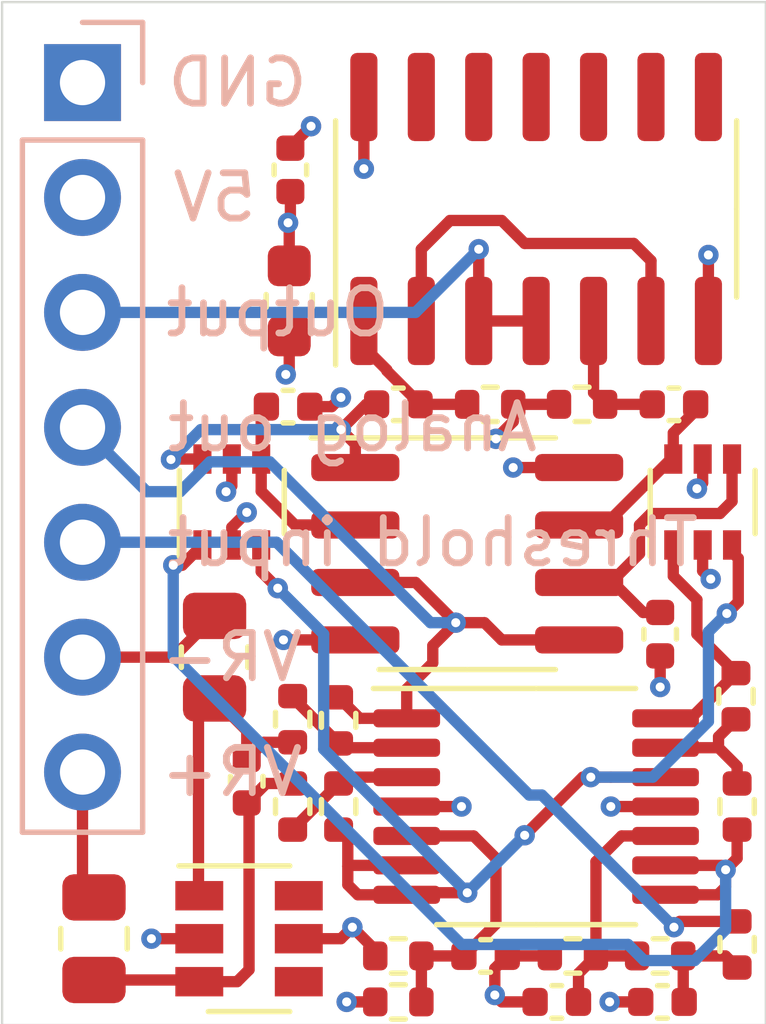
<source format=kicad_pcb>
(kicad_pcb (version 20171130) (host pcbnew 5.1.8-db9833491~88~ubuntu20.10.1)

  (general
    (thickness 1.6)
    (drawings 11)
    (tracks 249)
    (zones 0)
    (modules 32)
    (nets 26)
  )

  (page A4)
  (layers
    (0 F.Cu signal)
    (1 In1.Cu signal)
    (2 In2.Cu signal)
    (31 B.Cu signal)
    (34 B.Paste user hide)
    (35 F.Paste user hide)
    (36 B.SilkS user hide)
    (37 F.SilkS user)
    (38 B.Mask user hide)
    (39 F.Mask user hide)
    (44 Edge.Cuts user hide)
    (45 Margin user hide)
    (46 B.CrtYd user hide)
    (47 F.CrtYd user)
  )

  (setup
    (last_trace_width 0.25)
    (trace_clearance 0.1524)
    (zone_clearance 0.254)
    (zone_45_only no)
    (trace_min 0.1524)
    (via_size 0.45)
    (via_drill 0.2)
    (via_min_size 0.45)
    (via_min_drill 0.2)
    (uvia_size 0.3)
    (uvia_drill 0.1)
    (uvias_allowed no)
    (uvia_min_size 0.2)
    (uvia_min_drill 0.1)
    (edge_width 0.05)
    (segment_width 0.2)
    (pcb_text_width 0.3)
    (pcb_text_size 1.5 1.5)
    (mod_edge_width 0.12)
    (mod_text_size 1 1)
    (mod_text_width 0.15)
    (pad_size 1.524 1.524)
    (pad_drill 0.762)
    (pad_to_mask_clearance 0.049)
    (solder_mask_min_width 0.1)
    (aux_axis_origin 0 0)
    (visible_elements FFFFFF7F)
    (pcbplotparams
      (layerselection 0x00080_7ffffff8)
      (usegerberextensions false)
      (usegerberattributes true)
      (usegerberadvancedattributes true)
      (creategerberjobfile true)
      (excludeedgelayer true)
      (linewidth 0.100000)
      (plotframeref false)
      (viasonmask false)
      (mode 1)
      (useauxorigin false)
      (hpglpennumber 1)
      (hpglpenspeed 20)
      (hpglpendiameter 15.000000)
      (psnegative false)
      (psa4output false)
      (plotreference true)
      (plotvalue true)
      (plotinvisibletext false)
      (padsonsilk false)
      (subtractmaskfromsilk false)
      (outputformat 1)
      (mirror false)
      (drillshape 0)
      (scaleselection 1)
      (outputdirectory "export/"))
  )

  (net 0 "")
  (net 1 "Net-(C1-Pad2)")
  (net 2 "Net-(C1-Pad1)")
  (net 3 "Net-(C2-Pad2)")
  (net 4 "Net-(C2-Pad1)")
  (net 5 GND)
  (net 6 +5V)
  (net 7 Vref)
  (net 8 "Net-(U3-Pad2)")
  (net 9 "Net-(R3-Pad1)")
  (net 10 "Net-(R4-Pad2)")
  (net 11 thresh_low)
  (net 12 thresh_high)
  (net 13 "Net-(C4-Pad1)")
  (net 14 "Net-(C3-Pad1)")
  (net 15 thresh_input)
  (net 16 "Net-(R13-Pad1)")
  (net 17 "Net-(C5-Pad2)")
  (net 18 "Net-(C5-Pad1)")
  (net 19 VR-)
  (net 20 VR+)
  (net 21 output)
  (net 22 analog_out)
  (net 23 "Net-(C8-Pad1)")
  (net 24 "Net-(C9-Pad2)")
  (net 25 "Net-(C10-Pad2)")

  (net_class Default "This is the default net class."
    (clearance 0.1524)
    (trace_width 0.25)
    (via_dia 0.45)
    (via_drill 0.2)
    (uvia_dia 0.3)
    (uvia_drill 0.1)
    (add_net +5V)
    (add_net GND)
    (add_net "Net-(C1-Pad1)")
    (add_net "Net-(C1-Pad2)")
    (add_net "Net-(C10-Pad2)")
    (add_net "Net-(C2-Pad1)")
    (add_net "Net-(C2-Pad2)")
    (add_net "Net-(C3-Pad1)")
    (add_net "Net-(C4-Pad1)")
    (add_net "Net-(C5-Pad1)")
    (add_net "Net-(C5-Pad2)")
    (add_net "Net-(C8-Pad1)")
    (add_net "Net-(C9-Pad2)")
    (add_net "Net-(R13-Pad1)")
    (add_net "Net-(R3-Pad1)")
    (add_net "Net-(R4-Pad2)")
    (add_net "Net-(U3-Pad2)")
    (add_net "Net-(U5-Pad4)")
    (add_net "Net-(U5-Pad6)")
    (add_net VR+)
    (add_net VR-)
    (add_net Vref)
    (add_net analog_out)
    (add_net output)
    (add_net thresh_high)
    (add_net thresh_input)
    (add_net thresh_low)
  )

  (module Capacitor_SMD:C_0402_1005Metric (layer F.Cu) (tedit 5F68FEEE) (tstamp 5FF3F3BF)
    (at 72.8472 92.202 90)
    (descr "Capacitor SMD 0402 (1005 Metric), square (rectangular) end terminal, IPC_7351 nominal, (Body size source: IPC-SM-782 page 76, https://www.pcb-3d.com/wordpress/wp-content/uploads/ipc-sm-782a_amendment_1_and_2.pdf), generated with kicad-footprint-generator")
    (tags capacitor)
    (path /6038066A)
    (attr smd)
    (fp_text reference C10 (at 0 -1.16 90) (layer F.SilkS) hide
      (effects (font (size 1 1) (thickness 0.15)))
    )
    (fp_text value 10n (at 0 1.16 90) (layer F.Fab)
      (effects (font (size 1 1) (thickness 0.15)))
    )
    (fp_text user %R (at 0 0 90) (layer F.Fab)
      (effects (font (size 0.25 0.25) (thickness 0.04)))
    )
    (fp_line (start -0.5 0.25) (end -0.5 -0.25) (layer F.Fab) (width 0.1))
    (fp_line (start -0.5 -0.25) (end 0.5 -0.25) (layer F.Fab) (width 0.1))
    (fp_line (start 0.5 -0.25) (end 0.5 0.25) (layer F.Fab) (width 0.1))
    (fp_line (start 0.5 0.25) (end -0.5 0.25) (layer F.Fab) (width 0.1))
    (fp_line (start -0.107836 -0.36) (end 0.107836 -0.36) (layer F.SilkS) (width 0.12))
    (fp_line (start -0.107836 0.36) (end 0.107836 0.36) (layer F.SilkS) (width 0.12))
    (fp_line (start -0.91 0.46) (end -0.91 -0.46) (layer F.CrtYd) (width 0.05))
    (fp_line (start -0.91 -0.46) (end 0.91 -0.46) (layer F.CrtYd) (width 0.05))
    (fp_line (start 0.91 -0.46) (end 0.91 0.46) (layer F.CrtYd) (width 0.05))
    (fp_line (start 0.91 0.46) (end -0.91 0.46) (layer F.CrtYd) (width 0.05))
    (pad 2 smd roundrect (at 0.48 0 90) (size 0.56 0.62) (layers F.Cu F.Paste F.Mask) (roundrect_rratio 0.25)
      (net 25 "Net-(C10-Pad2)"))
    (pad 1 smd roundrect (at -0.48 0 90) (size 0.56 0.62) (layers F.Cu F.Paste F.Mask) (roundrect_rratio 0.25)
      (net 5 GND))
    (model ${KISYS3DMOD}/Capacitor_SMD.3dshapes/C_0402_1005Metric.wrl
      (at (xyz 0 0 0))
      (scale (xyz 1 1 1))
      (rotate (xyz 0 0 0))
    )
  )

  (module Capacitor_SMD:C_0402_1005Metric (layer F.Cu) (tedit 5F68FEEE) (tstamp 5FF3F3AE)
    (at 64.6176 87.1728 180)
    (descr "Capacitor SMD 0402 (1005 Metric), square (rectangular) end terminal, IPC_7351 nominal, (Body size source: IPC-SM-782 page 76, https://www.pcb-3d.com/wordpress/wp-content/uploads/ipc-sm-782a_amendment_1_and_2.pdf), generated with kicad-footprint-generator")
    (tags capacitor)
    (path /603744CE)
    (attr smd)
    (fp_text reference C9 (at 0 -1.16) (layer F.SilkS) hide
      (effects (font (size 1 1) (thickness 0.15)))
    )
    (fp_text value 10n (at 0 1.16) (layer F.Fab)
      (effects (font (size 1 1) (thickness 0.15)))
    )
    (fp_text user %R (at 0 0) (layer F.Fab)
      (effects (font (size 0.25 0.25) (thickness 0.04)))
    )
    (fp_line (start -0.5 0.25) (end -0.5 -0.25) (layer F.Fab) (width 0.1))
    (fp_line (start -0.5 -0.25) (end 0.5 -0.25) (layer F.Fab) (width 0.1))
    (fp_line (start 0.5 -0.25) (end 0.5 0.25) (layer F.Fab) (width 0.1))
    (fp_line (start 0.5 0.25) (end -0.5 0.25) (layer F.Fab) (width 0.1))
    (fp_line (start -0.107836 -0.36) (end 0.107836 -0.36) (layer F.SilkS) (width 0.12))
    (fp_line (start -0.107836 0.36) (end 0.107836 0.36) (layer F.SilkS) (width 0.12))
    (fp_line (start -0.91 0.46) (end -0.91 -0.46) (layer F.CrtYd) (width 0.05))
    (fp_line (start -0.91 -0.46) (end 0.91 -0.46) (layer F.CrtYd) (width 0.05))
    (fp_line (start 0.91 -0.46) (end 0.91 0.46) (layer F.CrtYd) (width 0.05))
    (fp_line (start 0.91 0.46) (end -0.91 0.46) (layer F.CrtYd) (width 0.05))
    (pad 2 smd roundrect (at 0.48 0 180) (size 0.56 0.62) (layers F.Cu F.Paste F.Mask) (roundrect_rratio 0.25)
      (net 24 "Net-(C9-Pad2)"))
    (pad 1 smd roundrect (at -0.48 0 180) (size 0.56 0.62) (layers F.Cu F.Paste F.Mask) (roundrect_rratio 0.25)
      (net 5 GND))
    (model ${KISYS3DMOD}/Capacitor_SMD.3dshapes/C_0402_1005Metric.wrl
      (at (xyz 0 0 0))
      (scale (xyz 1 1 1))
      (rotate (xyz 0 0 0))
    )
  )

  (module Capacitor_SMD:C_0402_1005Metric (layer F.Cu) (tedit 5F68FEEE) (tstamp 5FF3A24A)
    (at 64.6684 81.9404 90)
    (descr "Capacitor SMD 0402 (1005 Metric), square (rectangular) end terminal, IPC_7351 nominal, (Body size source: IPC-SM-782 page 76, https://www.pcb-3d.com/wordpress/wp-content/uploads/ipc-sm-782a_amendment_1_and_2.pdf), generated with kicad-footprint-generator")
    (tags capacitor)
    (path /602BF9F0)
    (attr smd)
    (fp_text reference C6 (at 0 -1.16 90) (layer F.SilkS) hide
      (effects (font (size 1 1) (thickness 0.15)))
    )
    (fp_text value 10n (at 0 1.16 90) (layer F.Fab)
      (effects (font (size 1 1) (thickness 0.15)))
    )
    (fp_text user %R (at 0 0 90) (layer F.Fab)
      (effects (font (size 0.25 0.25) (thickness 0.04)))
    )
    (fp_line (start -0.5 0.25) (end -0.5 -0.25) (layer F.Fab) (width 0.1))
    (fp_line (start -0.5 -0.25) (end 0.5 -0.25) (layer F.Fab) (width 0.1))
    (fp_line (start 0.5 -0.25) (end 0.5 0.25) (layer F.Fab) (width 0.1))
    (fp_line (start 0.5 0.25) (end -0.5 0.25) (layer F.Fab) (width 0.1))
    (fp_line (start -0.107836 -0.36) (end 0.107836 -0.36) (layer F.SilkS) (width 0.12))
    (fp_line (start -0.107836 0.36) (end 0.107836 0.36) (layer F.SilkS) (width 0.12))
    (fp_line (start -0.91 0.46) (end -0.91 -0.46) (layer F.CrtYd) (width 0.05))
    (fp_line (start -0.91 -0.46) (end 0.91 -0.46) (layer F.CrtYd) (width 0.05))
    (fp_line (start 0.91 -0.46) (end 0.91 0.46) (layer F.CrtYd) (width 0.05))
    (fp_line (start 0.91 0.46) (end -0.91 0.46) (layer F.CrtYd) (width 0.05))
    (pad 2 smd roundrect (at 0.48 0 90) (size 0.56 0.62) (layers F.Cu F.Paste F.Mask) (roundrect_rratio 0.25)
      (net 5 GND))
    (pad 1 smd roundrect (at -0.48 0 90) (size 0.56 0.62) (layers F.Cu F.Paste F.Mask) (roundrect_rratio 0.25)
      (net 6 +5V))
    (model ${KISYS3DMOD}/Capacitor_SMD.3dshapes/C_0402_1005Metric.wrl
      (at (xyz 0 0 0))
      (scale (xyz 1 1 1))
      (rotate (xyz 0 0 0))
    )
  )

  (module Resistor_SMD:R_0402_1005Metric (layer F.Cu) (tedit 5F68FEEE) (tstamp 5FF3D046)
    (at 74.549 99.06 270)
    (descr "Resistor SMD 0402 (1005 Metric), square (rectangular) end terminal, IPC_7351 nominal, (Body size source: IPC-SM-782 page 72, https://www.pcb-3d.com/wordpress/wp-content/uploads/ipc-sm-782a_amendment_1_and_2.pdf), generated with kicad-footprint-generator")
    (tags resistor)
    (path /602F8C0D)
    (attr smd)
    (fp_text reference R15 (at 0 -1.17 90) (layer F.SilkS) hide
      (effects (font (size 1 1) (thickness 0.15)))
    )
    (fp_text value 12k (at 0 1.17 90) (layer F.Fab)
      (effects (font (size 1 1) (thickness 0.15)))
    )
    (fp_line (start 0.93 0.47) (end -0.93 0.47) (layer F.CrtYd) (width 0.05))
    (fp_line (start 0.93 -0.47) (end 0.93 0.47) (layer F.CrtYd) (width 0.05))
    (fp_line (start -0.93 -0.47) (end 0.93 -0.47) (layer F.CrtYd) (width 0.05))
    (fp_line (start -0.93 0.47) (end -0.93 -0.47) (layer F.CrtYd) (width 0.05))
    (fp_line (start -0.153641 0.38) (end 0.153641 0.38) (layer F.SilkS) (width 0.12))
    (fp_line (start -0.153641 -0.38) (end 0.153641 -0.38) (layer F.SilkS) (width 0.12))
    (fp_line (start 0.525 0.27) (end -0.525 0.27) (layer F.Fab) (width 0.1))
    (fp_line (start 0.525 -0.27) (end 0.525 0.27) (layer F.Fab) (width 0.1))
    (fp_line (start -0.525 -0.27) (end 0.525 -0.27) (layer F.Fab) (width 0.1))
    (fp_line (start -0.525 0.27) (end -0.525 -0.27) (layer F.Fab) (width 0.1))
    (fp_text user %R (at 0 0 90) (layer F.Fab)
      (effects (font (size 0.26 0.26) (thickness 0.04)))
    )
    (pad 2 smd roundrect (at 0.51 0 270) (size 0.54 0.64) (layers F.Cu F.Paste F.Mask) (roundrect_rratio 0.25)
      (net 23 "Net-(C8-Pad1)"))
    (pad 1 smd roundrect (at -0.51 0 270) (size 0.54 0.64) (layers F.Cu F.Paste F.Mask) (roundrect_rratio 0.25)
      (net 15 thresh_input))
    (model ${KISYS3DMOD}/Resistor_SMD.3dshapes/R_0402_1005Metric.wrl
      (at (xyz 0 0 0))
      (scale (xyz 1 1 1))
      (rotate (xyz 0 0 0))
    )
  )

  (module Capacitor_SMD:C_0402_1005Metric (layer F.Cu) (tedit 5F68FEEE) (tstamp 5FF3CE51)
    (at 72.898 100.33 180)
    (descr "Capacitor SMD 0402 (1005 Metric), square (rectangular) end terminal, IPC_7351 nominal, (Body size source: IPC-SM-782 page 76, https://www.pcb-3d.com/wordpress/wp-content/uploads/ipc-sm-782a_amendment_1_and_2.pdf), generated with kicad-footprint-generator")
    (tags capacitor)
    (path /602FA660)
    (attr smd)
    (fp_text reference C8 (at 0 -1.16) (layer F.SilkS) hide
      (effects (font (size 1 1) (thickness 0.15)))
    )
    (fp_text value 470n (at 0 1.16) (layer F.Fab)
      (effects (font (size 1 1) (thickness 0.15)))
    )
    (fp_line (start 0.91 0.46) (end -0.91 0.46) (layer F.CrtYd) (width 0.05))
    (fp_line (start 0.91 -0.46) (end 0.91 0.46) (layer F.CrtYd) (width 0.05))
    (fp_line (start -0.91 -0.46) (end 0.91 -0.46) (layer F.CrtYd) (width 0.05))
    (fp_line (start -0.91 0.46) (end -0.91 -0.46) (layer F.CrtYd) (width 0.05))
    (fp_line (start -0.107836 0.36) (end 0.107836 0.36) (layer F.SilkS) (width 0.12))
    (fp_line (start -0.107836 -0.36) (end 0.107836 -0.36) (layer F.SilkS) (width 0.12))
    (fp_line (start 0.5 0.25) (end -0.5 0.25) (layer F.Fab) (width 0.1))
    (fp_line (start 0.5 -0.25) (end 0.5 0.25) (layer F.Fab) (width 0.1))
    (fp_line (start -0.5 -0.25) (end 0.5 -0.25) (layer F.Fab) (width 0.1))
    (fp_line (start -0.5 0.25) (end -0.5 -0.25) (layer F.Fab) (width 0.1))
    (fp_text user %R (at 0 0) (layer F.Fab)
      (effects (font (size 0.25 0.25) (thickness 0.04)))
    )
    (pad 2 smd roundrect (at 0.48 0 180) (size 0.56 0.62) (layers F.Cu F.Paste F.Mask) (roundrect_rratio 0.25)
      (net 5 GND))
    (pad 1 smd roundrect (at -0.48 0 180) (size 0.56 0.62) (layers F.Cu F.Paste F.Mask) (roundrect_rratio 0.25)
      (net 23 "Net-(C8-Pad1)"))
    (model ${KISYS3DMOD}/Capacitor_SMD.3dshapes/C_0402_1005Metric.wrl
      (at (xyz 0 0 0))
      (scale (xyz 1 1 1))
      (rotate (xyz 0 0 0))
    )
  )

  (module Capacitor_SMD:C_0603_1608Metric (layer F.Cu) (tedit 5F68FEEE) (tstamp 5FF3A25B)
    (at 64.643 84.836 270)
    (descr "Capacitor SMD 0603 (1608 Metric), square (rectangular) end terminal, IPC_7351 nominal, (Body size source: IPC-SM-782 page 76, https://www.pcb-3d.com/wordpress/wp-content/uploads/ipc-sm-782a_amendment_1_and_2.pdf), generated with kicad-footprint-generator")
    (tags capacitor)
    (path /602D4C2D)
    (attr smd)
    (fp_text reference C7 (at 0 -1.43 90) (layer F.SilkS) hide
      (effects (font (size 1 1) (thickness 0.15)))
    )
    (fp_text value 1u (at 0 1.43 90) (layer F.Fab)
      (effects (font (size 1 1) (thickness 0.15)))
    )
    (fp_line (start 1.48 0.73) (end -1.48 0.73) (layer F.CrtYd) (width 0.05))
    (fp_line (start 1.48 -0.73) (end 1.48 0.73) (layer F.CrtYd) (width 0.05))
    (fp_line (start -1.48 -0.73) (end 1.48 -0.73) (layer F.CrtYd) (width 0.05))
    (fp_line (start -1.48 0.73) (end -1.48 -0.73) (layer F.CrtYd) (width 0.05))
    (fp_line (start -0.14058 0.51) (end 0.14058 0.51) (layer F.SilkS) (width 0.12))
    (fp_line (start -0.14058 -0.51) (end 0.14058 -0.51) (layer F.SilkS) (width 0.12))
    (fp_line (start 0.8 0.4) (end -0.8 0.4) (layer F.Fab) (width 0.1))
    (fp_line (start 0.8 -0.4) (end 0.8 0.4) (layer F.Fab) (width 0.1))
    (fp_line (start -0.8 -0.4) (end 0.8 -0.4) (layer F.Fab) (width 0.1))
    (fp_line (start -0.8 0.4) (end -0.8 -0.4) (layer F.Fab) (width 0.1))
    (fp_text user %R (at 0 0 90) (layer F.Fab)
      (effects (font (size 0.4 0.4) (thickness 0.06)))
    )
    (pad 2 smd roundrect (at 0.775 0 270) (size 0.9 0.95) (layers F.Cu F.Paste F.Mask) (roundrect_rratio 0.25)
      (net 5 GND))
    (pad 1 smd roundrect (at -0.775 0 270) (size 0.9 0.95) (layers F.Cu F.Paste F.Mask) (roundrect_rratio 0.25)
      (net 6 +5V))
    (model ${KISYS3DMOD}/Capacitor_SMD.3dshapes/C_0603_1608Metric.wrl
      (at (xyz 0 0 0))
      (scale (xyz 1 1 1))
      (rotate (xyz 0 0 0))
    )
  )

  (module Connector_PinHeader_2.54mm:PinHeader_1x07_P2.54mm_Vertical (layer B.Cu) (tedit 59FED5CC) (tstamp 5FF2D5DF)
    (at 60.071 80.01 180)
    (descr "Through hole straight pin header, 1x07, 2.54mm pitch, single row")
    (tags "Through hole pin header THT 1x07 2.54mm single row")
    (path /60252946)
    (fp_text reference J1 (at 0 2.33 180) (layer B.SilkS) hide
      (effects (font (size 1 1) (thickness 0.15)) (justify mirror))
    )
    (fp_text value Conn_01x07 (at 0 -17.57 180) (layer B.Fab)
      (effects (font (size 1 1) (thickness 0.15)) (justify mirror))
    )
    (fp_line (start 1.8 1.8) (end -1.8 1.8) (layer B.CrtYd) (width 0.05))
    (fp_line (start 1.8 -17.05) (end 1.8 1.8) (layer B.CrtYd) (width 0.05))
    (fp_line (start -1.8 -17.05) (end 1.8 -17.05) (layer B.CrtYd) (width 0.05))
    (fp_line (start -1.8 1.8) (end -1.8 -17.05) (layer B.CrtYd) (width 0.05))
    (fp_line (start -1.33 1.33) (end 0 1.33) (layer B.SilkS) (width 0.12))
    (fp_line (start -1.33 0) (end -1.33 1.33) (layer B.SilkS) (width 0.12))
    (fp_line (start -1.33 -1.27) (end 1.33 -1.27) (layer B.SilkS) (width 0.12))
    (fp_line (start 1.33 -1.27) (end 1.33 -16.57) (layer B.SilkS) (width 0.12))
    (fp_line (start -1.33 -1.27) (end -1.33 -16.57) (layer B.SilkS) (width 0.12))
    (fp_line (start -1.33 -16.57) (end 1.33 -16.57) (layer B.SilkS) (width 0.12))
    (fp_line (start -1.27 0.635) (end -0.635 1.27) (layer B.Fab) (width 0.1))
    (fp_line (start -1.27 -16.51) (end -1.27 0.635) (layer B.Fab) (width 0.1))
    (fp_line (start 1.27 -16.51) (end -1.27 -16.51) (layer B.Fab) (width 0.1))
    (fp_line (start 1.27 1.27) (end 1.27 -16.51) (layer B.Fab) (width 0.1))
    (fp_line (start -0.635 1.27) (end 1.27 1.27) (layer B.Fab) (width 0.1))
    (fp_text user %R (at 0 -7.62 90) (layer B.Fab)
      (effects (font (size 1 1) (thickness 0.15)) (justify mirror))
    )
    (pad 7 thru_hole oval (at 0 -15.24 180) (size 1.7 1.7) (drill 1) (layers *.Cu *.Mask)
      (net 20 VR+))
    (pad 6 thru_hole oval (at 0 -12.7 180) (size 1.7 1.7) (drill 1) (layers *.Cu *.Mask)
      (net 19 VR-))
    (pad 5 thru_hole oval (at 0 -10.16 180) (size 1.7 1.7) (drill 1) (layers *.Cu *.Mask)
      (net 15 thresh_input))
    (pad 4 thru_hole oval (at 0 -7.62 180) (size 1.7 1.7) (drill 1) (layers *.Cu *.Mask)
      (net 22 analog_out))
    (pad 3 thru_hole oval (at 0 -5.08 180) (size 1.7 1.7) (drill 1) (layers *.Cu *.Mask)
      (net 21 output))
    (pad 2 thru_hole oval (at 0 -2.54 180) (size 1.7 1.7) (drill 1) (layers *.Cu *.Mask)
      (net 6 +5V))
    (pad 1 thru_hole rect (at 0 0 180) (size 1.7 1.7) (drill 1) (layers *.Cu *.Mask)
      (net 5 GND))
    (model ${KISYS3DMOD}/Connector_PinHeader_2.54mm.3dshapes/PinHeader_1x07_P2.54mm_Vertical.wrl
      (at (xyz 0 0 0))
      (scale (xyz 1 1 1))
      (rotate (xyz 0 0 0))
    )
  )

  (module Package_SO:TSSOP-14_4.4x5mm_P0.65mm (layer F.Cu) (tedit 5E476F32) (tstamp 5FF270E5)
    (at 70.104 96.012)
    (descr "TSSOP, 14 Pin (JEDEC MO-153 Var AB-1 https://www.jedec.org/document_search?search_api_views_fulltext=MO-153), generated with kicad-footprint-generator ipc_gullwing_generator.py")
    (tags "TSSOP SO")
    (path /6003328C)
    (attr smd)
    (fp_text reference U6 (at 0 -3.45) (layer F.SilkS) hide
      (effects (font (size 1 1) (thickness 0.15)))
    )
    (fp_text value MCP6004 (at 0 3.45) (layer F.Fab)
      (effects (font (size 1 1) (thickness 0.15)))
    )
    (fp_line (start 3.85 -2.75) (end -3.85 -2.75) (layer F.CrtYd) (width 0.05))
    (fp_line (start 3.85 2.75) (end 3.85 -2.75) (layer F.CrtYd) (width 0.05))
    (fp_line (start -3.85 2.75) (end 3.85 2.75) (layer F.CrtYd) (width 0.05))
    (fp_line (start -3.85 -2.75) (end -3.85 2.75) (layer F.CrtYd) (width 0.05))
    (fp_line (start -2.2 -1.5) (end -1.2 -2.5) (layer F.Fab) (width 0.1))
    (fp_line (start -2.2 2.5) (end -2.2 -1.5) (layer F.Fab) (width 0.1))
    (fp_line (start 2.2 2.5) (end -2.2 2.5) (layer F.Fab) (width 0.1))
    (fp_line (start 2.2 -2.5) (end 2.2 2.5) (layer F.Fab) (width 0.1))
    (fp_line (start -1.2 -2.5) (end 2.2 -2.5) (layer F.Fab) (width 0.1))
    (fp_line (start 0 -2.61) (end -3.6 -2.61) (layer F.SilkS) (width 0.12))
    (fp_line (start 0 -2.61) (end 2.2 -2.61) (layer F.SilkS) (width 0.12))
    (fp_line (start 0 2.61) (end -2.2 2.61) (layer F.SilkS) (width 0.12))
    (fp_line (start 0 2.61) (end 2.2 2.61) (layer F.SilkS) (width 0.12))
    (fp_text user %R (at 0 0) (layer F.Fab) hide
      (effects (font (size 1 1) (thickness 0.15)))
    )
    (pad 14 smd roundrect (at 2.8625 -1.95) (size 1.475 0.4) (layers F.Cu F.Paste F.Mask) (roundrect_rratio 0.25)
      (net 12 thresh_high))
    (pad 13 smd roundrect (at 2.8625 -1.3) (size 1.475 0.4) (layers F.Cu F.Paste F.Mask) (roundrect_rratio 0.25)
      (net 16 "Net-(R13-Pad1)"))
    (pad 12 smd roundrect (at 2.8625 -0.65) (size 1.475 0.4) (layers F.Cu F.Paste F.Mask) (roundrect_rratio 0.25)
      (net 7 Vref))
    (pad 11 smd roundrect (at 2.8625 0) (size 1.475 0.4) (layers F.Cu F.Paste F.Mask) (roundrect_rratio 0.25)
      (net 5 GND))
    (pad 10 smd roundrect (at 2.8625 0.65) (size 1.475 0.4) (layers F.Cu F.Paste F.Mask) (roundrect_rratio 0.25)
      (net 14 "Net-(C3-Pad1)"))
    (pad 9 smd roundrect (at 2.8625 1.3) (size 1.475 0.4) (layers F.Cu F.Paste F.Mask) (roundrect_rratio 0.25)
      (net 11 thresh_low))
    (pad 8 smd roundrect (at 2.8625 1.95) (size 1.475 0.4) (layers F.Cu F.Paste F.Mask) (roundrect_rratio 0.25)
      (net 11 thresh_low))
    (pad 7 smd roundrect (at -2.8625 1.95) (size 1.475 0.4) (layers F.Cu F.Paste F.Mask) (roundrect_rratio 0.25)
      (net 7 Vref))
    (pad 6 smd roundrect (at -2.8625 1.3) (size 1.475 0.4) (layers F.Cu F.Paste F.Mask) (roundrect_rratio 0.25)
      (net 7 Vref))
    (pad 5 smd roundrect (at -2.8625 0.65) (size 1.475 0.4) (layers F.Cu F.Paste F.Mask) (roundrect_rratio 0.25)
      (net 13 "Net-(C4-Pad1)"))
    (pad 4 smd roundrect (at -2.8625 0) (size 1.475 0.4) (layers F.Cu F.Paste F.Mask) (roundrect_rratio 0.25)
      (net 6 +5V))
    (pad 3 smd roundrect (at -2.8625 -0.65) (size 1.475 0.4) (layers F.Cu F.Paste F.Mask) (roundrect_rratio 0.25)
      (net 10 "Net-(R4-Pad2)"))
    (pad 2 smd roundrect (at -2.8625 -1.3) (size 1.475 0.4) (layers F.Cu F.Paste F.Mask) (roundrect_rratio 0.25)
      (net 9 "Net-(R3-Pad1)"))
    (pad 1 smd roundrect (at -2.8625 -1.95) (size 1.475 0.4) (layers F.Cu F.Paste F.Mask) (roundrect_rratio 0.25)
      (net 22 analog_out))
    (model ${KISYS3DMOD}/Package_SO.3dshapes/TSSOP-14_4.4x5mm_P0.65mm.wrl
      (at (xyz 0 0 0))
      (scale (xyz 1 1 1))
      (rotate (xyz 0 0 0))
    )
  )

  (module Package_TO_SOT_SMD:SOT-23-6 (layer F.Cu) (tedit 5A02FF57) (tstamp 5FF270C5)
    (at 63.754 98.933)
    (descr "6-pin SOT-23 package")
    (tags SOT-23-6)
    (path /6003EB6F)
    (attr smd)
    (fp_text reference U5 (at 0 -2.9) (layer F.SilkS) hide
      (effects (font (size 1 1) (thickness 0.15)))
    )
    (fp_text value SRV05-4 (at 0 2.9) (layer F.Fab)
      (effects (font (size 1 1) (thickness 0.15)))
    )
    (fp_line (start 0.9 -1.55) (end 0.9 1.55) (layer F.Fab) (width 0.1))
    (fp_line (start 0.9 1.55) (end -0.9 1.55) (layer F.Fab) (width 0.1))
    (fp_line (start -0.9 -0.9) (end -0.9 1.55) (layer F.Fab) (width 0.1))
    (fp_line (start 0.9 -1.55) (end -0.25 -1.55) (layer F.Fab) (width 0.1))
    (fp_line (start -0.9 -0.9) (end -0.25 -1.55) (layer F.Fab) (width 0.1))
    (fp_line (start -1.9 -1.8) (end -1.9 1.8) (layer F.CrtYd) (width 0.05))
    (fp_line (start -1.9 1.8) (end 1.9 1.8) (layer F.CrtYd) (width 0.05))
    (fp_line (start 1.9 1.8) (end 1.9 -1.8) (layer F.CrtYd) (width 0.05))
    (fp_line (start 1.9 -1.8) (end -1.9 -1.8) (layer F.CrtYd) (width 0.05))
    (fp_line (start 0.9 -1.61) (end -1.55 -1.61) (layer F.SilkS) (width 0.12))
    (fp_line (start -0.9 1.61) (end 0.9 1.61) (layer F.SilkS) (width 0.12))
    (fp_text user %R (at 0 0 90) (layer F.Fab) hide
      (effects (font (size 0.5 0.5) (thickness 0.075)))
    )
    (pad 5 smd rect (at 1.1 0) (size 1.06 0.65) (layers F.Cu F.Paste F.Mask)
      (net 6 +5V))
    (pad 6 smd rect (at 1.1 -0.95) (size 1.06 0.65) (layers F.Cu F.Paste F.Mask))
    (pad 4 smd rect (at 1.1 0.95) (size 1.06 0.65) (layers F.Cu F.Paste F.Mask))
    (pad 3 smd rect (at -1.1 0.95) (size 1.06 0.65) (layers F.Cu F.Paste F.Mask)
      (net 17 "Net-(C5-Pad2)"))
    (pad 2 smd rect (at -1.1 0) (size 1.06 0.65) (layers F.Cu F.Paste F.Mask)
      (net 5 GND))
    (pad 1 smd rect (at -1.1 -0.95) (size 1.06 0.65) (layers F.Cu F.Paste F.Mask)
      (net 18 "Net-(C5-Pad1)"))
    (model ${KISYS3DMOD}/Package_TO_SOT_SMD.3dshapes/SOT-23-6.wrl
      (at (xyz 0 0 0))
      (scale (xyz 1 1 1))
      (rotate (xyz 0 0 0))
    )
  )

  (module Package_TO_SOT_SMD:SOT-363_SC-70-6 (layer F.Cu) (tedit 5A02FF57) (tstamp 5FF270AF)
    (at 73.787 89.281 90)
    (descr "SOT-363, SC-70-6")
    (tags "SOT-363 SC-70-6")
    (path /5FF8D127)
    (attr smd)
    (fp_text reference U4 (at 0 -2 90) (layer F.SilkS) hide
      (effects (font (size 1 1) (thickness 0.15)))
    )
    (fp_text value NC7SB3157P6X (at 0 2 270) (layer F.Fab)
      (effects (font (size 1 1) (thickness 0.15)))
    )
    (fp_line (start -0.175 -1.1) (end -0.675 -0.6) (layer F.Fab) (width 0.1))
    (fp_line (start 0.675 1.1) (end -0.675 1.1) (layer F.Fab) (width 0.1))
    (fp_line (start 0.675 -1.1) (end 0.675 1.1) (layer F.Fab) (width 0.1))
    (fp_line (start -1.6 1.4) (end 1.6 1.4) (layer F.CrtYd) (width 0.05))
    (fp_line (start -0.675 -0.6) (end -0.675 1.1) (layer F.Fab) (width 0.1))
    (fp_line (start 0.675 -1.1) (end -0.175 -1.1) (layer F.Fab) (width 0.1))
    (fp_line (start -1.6 -1.4) (end 1.6 -1.4) (layer F.CrtYd) (width 0.05))
    (fp_line (start -1.6 -1.4) (end -1.6 1.4) (layer F.CrtYd) (width 0.05))
    (fp_line (start 1.6 1.4) (end 1.6 -1.4) (layer F.CrtYd) (width 0.05))
    (fp_line (start -0.7 1.16) (end 0.7 1.16) (layer F.SilkS) (width 0.12))
    (fp_line (start 0.7 -1.16) (end -1.2 -1.16) (layer F.SilkS) (width 0.12))
    (fp_text user %R (at 0 0) (layer F.Fab) hide
      (effects (font (size 0.5 0.5) (thickness 0.075)))
    )
    (pad 6 smd rect (at 0.95 -0.65 90) (size 0.65 0.4) (layers F.Cu F.Paste F.Mask)
      (net 3 "Net-(C2-Pad2)"))
    (pad 4 smd rect (at 0.95 0.65 90) (size 0.65 0.4) (layers F.Cu F.Paste F.Mask)
      (net 25 "Net-(C10-Pad2)"))
    (pad 2 smd rect (at -0.95 0 90) (size 0.65 0.4) (layers F.Cu F.Paste F.Mask)
      (net 5 GND))
    (pad 5 smd rect (at 0.95 0 90) (size 0.65 0.4) (layers F.Cu F.Paste F.Mask)
      (net 6 +5V))
    (pad 3 smd rect (at -0.95 0.65 90) (size 0.65 0.4) (layers F.Cu F.Paste F.Mask)
      (net 7 Vref))
    (pad 1 smd rect (at -0.95 -0.65 90) (size 0.65 0.4) (layers F.Cu F.Paste F.Mask)
      (net 12 thresh_high))
    (model ${KISYS3DMOD}/Package_TO_SOT_SMD.3dshapes/SOT-363_SC-70-6.wrl
      (at (xyz 0 0 0))
      (scale (xyz 1 1 1))
      (rotate (xyz 0 0 0))
    )
  )

  (module Package_SO:SOIC-14_3.9x8.7mm_P1.27mm (layer F.Cu) (tedit 5D9F72B1) (tstamp 5FF27099)
    (at 70.104 82.804 90)
    (descr "SOIC, 14 Pin (JEDEC MS-012AB, https://www.analog.com/media/en/package-pcb-resources/package/pkg_pdf/soic_narrow-r/r_14.pdf), generated with kicad-footprint-generator ipc_gullwing_generator.py")
    (tags "SOIC SO")
    (path /5FF97A18)
    (attr smd)
    (fp_text reference U3 (at 0 -5.28 90) (layer F.SilkS) hide
      (effects (font (size 1 1) (thickness 0.15)))
    )
    (fp_text value 74HC00 (at 0 5.28 90) (layer F.Fab)
      (effects (font (size 1 1) (thickness 0.15)))
    )
    (fp_line (start 3.7 -4.58) (end -3.7 -4.58) (layer F.CrtYd) (width 0.05))
    (fp_line (start 3.7 4.58) (end 3.7 -4.58) (layer F.CrtYd) (width 0.05))
    (fp_line (start -3.7 4.58) (end 3.7 4.58) (layer F.CrtYd) (width 0.05))
    (fp_line (start -3.7 -4.58) (end -3.7 4.58) (layer F.CrtYd) (width 0.05))
    (fp_line (start -1.95 -3.35) (end -0.975 -4.325) (layer F.Fab) (width 0.1))
    (fp_line (start -1.95 4.325) (end -1.95 -3.35) (layer F.Fab) (width 0.1))
    (fp_line (start 1.95 4.325) (end -1.95 4.325) (layer F.Fab) (width 0.1))
    (fp_line (start 1.95 -4.325) (end 1.95 4.325) (layer F.Fab) (width 0.1))
    (fp_line (start -0.975 -4.325) (end 1.95 -4.325) (layer F.Fab) (width 0.1))
    (fp_line (start 0 -4.435) (end -3.45 -4.435) (layer F.SilkS) (width 0.12))
    (fp_line (start 0 -4.435) (end 1.95 -4.435) (layer F.SilkS) (width 0.12))
    (fp_line (start 0 4.435) (end -1.95 4.435) (layer F.SilkS) (width 0.12))
    (fp_line (start 0 4.435) (end 1.95 4.435) (layer F.SilkS) (width 0.12))
    (fp_text user %R (at 0 0 90) (layer F.Fab) hide
      (effects (font (size 0.98 0.98) (thickness 0.15)))
    )
    (pad 14 smd roundrect (at 2.475 -3.81 90) (size 1.95 0.6) (layers F.Cu F.Paste F.Mask) (roundrect_rratio 0.25)
      (net 6 +5V))
    (pad 13 smd roundrect (at 2.475 -2.54 90) (size 1.95 0.6) (layers F.Cu F.Paste F.Mask) (roundrect_rratio 0.25))
    (pad 12 smd roundrect (at 2.475 -1.27 90) (size 1.95 0.6) (layers F.Cu F.Paste F.Mask) (roundrect_rratio 0.25))
    (pad 11 smd roundrect (at 2.475 0 90) (size 1.95 0.6) (layers F.Cu F.Paste F.Mask) (roundrect_rratio 0.25))
    (pad 10 smd roundrect (at 2.475 1.27 90) (size 1.95 0.6) (layers F.Cu F.Paste F.Mask) (roundrect_rratio 0.25))
    (pad 9 smd roundrect (at 2.475 2.54 90) (size 1.95 0.6) (layers F.Cu F.Paste F.Mask) (roundrect_rratio 0.25))
    (pad 8 smd roundrect (at 2.475 3.81 90) (size 1.95 0.6) (layers F.Cu F.Paste F.Mask) (roundrect_rratio 0.25))
    (pad 7 smd roundrect (at -2.475 3.81 90) (size 1.95 0.6) (layers F.Cu F.Paste F.Mask) (roundrect_rratio 0.25)
      (net 5 GND))
    (pad 6 smd roundrect (at -2.475 2.54 90) (size 1.95 0.6) (layers F.Cu F.Paste F.Mask) (roundrect_rratio 0.25)
      (net 8 "Net-(U3-Pad2)"))
    (pad 5 smd roundrect (at -2.475 1.27 90) (size 1.95 0.6) (layers F.Cu F.Paste F.Mask) (roundrect_rratio 0.25)
      (net 4 "Net-(C2-Pad1)"))
    (pad 4 smd roundrect (at -2.475 0 90) (size 1.95 0.6) (layers F.Cu F.Paste F.Mask) (roundrect_rratio 0.25)
      (net 21 output))
    (pad 3 smd roundrect (at -2.475 -1.27 90) (size 1.95 0.6) (layers F.Cu F.Paste F.Mask) (roundrect_rratio 0.25)
      (net 21 output))
    (pad 2 smd roundrect (at -2.475 -2.54 90) (size 1.95 0.6) (layers F.Cu F.Paste F.Mask) (roundrect_rratio 0.25)
      (net 8 "Net-(U3-Pad2)"))
    (pad 1 smd roundrect (at -2.475 -3.81 90) (size 1.95 0.6) (layers F.Cu F.Paste F.Mask) (roundrect_rratio 0.25)
      (net 2 "Net-(C1-Pad1)"))
    (model ${KISYS3DMOD}/Package_SO.3dshapes/SOIC-14_3.9x8.7mm_P1.27mm.wrl
      (at (xyz 0 0 0))
      (scale (xyz 1 1 1))
      (rotate (xyz 0 0 0))
    )
  )

  (module Package_TO_SOT_SMD:SOT-363_SC-70-6 (layer F.Cu) (tedit 5A02FF57) (tstamp 5FF27079)
    (at 63.373 89.281 90)
    (descr "SOT-363, SC-70-6")
    (tags "SOT-363 SC-70-6")
    (path /5FF8A354)
    (attr smd)
    (fp_text reference U2 (at 0 -2 90) (layer F.SilkS) hide
      (effects (font (size 1 1) (thickness 0.15)))
    )
    (fp_text value NC7SB3157P6X (at 0 2 270) (layer F.Fab)
      (effects (font (size 1 1) (thickness 0.15)))
    )
    (fp_line (start -0.175 -1.1) (end -0.675 -0.6) (layer F.Fab) (width 0.1))
    (fp_line (start 0.675 1.1) (end -0.675 1.1) (layer F.Fab) (width 0.1))
    (fp_line (start 0.675 -1.1) (end 0.675 1.1) (layer F.Fab) (width 0.1))
    (fp_line (start -1.6 1.4) (end 1.6 1.4) (layer F.CrtYd) (width 0.05))
    (fp_line (start -0.675 -0.6) (end -0.675 1.1) (layer F.Fab) (width 0.1))
    (fp_line (start 0.675 -1.1) (end -0.175 -1.1) (layer F.Fab) (width 0.1))
    (fp_line (start -1.6 -1.4) (end 1.6 -1.4) (layer F.CrtYd) (width 0.05))
    (fp_line (start -1.6 -1.4) (end -1.6 1.4) (layer F.CrtYd) (width 0.05))
    (fp_line (start 1.6 1.4) (end 1.6 -1.4) (layer F.CrtYd) (width 0.05))
    (fp_line (start -0.7 1.16) (end 0.7 1.16) (layer F.SilkS) (width 0.12))
    (fp_line (start 0.7 -1.16) (end -1.2 -1.16) (layer F.SilkS) (width 0.12))
    (fp_text user %R (at 0 0) (layer F.Fab) hide
      (effects (font (size 0.5 0.5) (thickness 0.075)))
    )
    (pad 6 smd rect (at 0.95 -0.65 90) (size 0.65 0.4) (layers F.Cu F.Paste F.Mask)
      (net 1 "Net-(C1-Pad2)"))
    (pad 4 smd rect (at 0.95 0.65 90) (size 0.65 0.4) (layers F.Cu F.Paste F.Mask)
      (net 24 "Net-(C9-Pad2)"))
    (pad 2 smd rect (at -0.95 0 90) (size 0.65 0.4) (layers F.Cu F.Paste F.Mask)
      (net 5 GND))
    (pad 5 smd rect (at 0.95 0 90) (size 0.65 0.4) (layers F.Cu F.Paste F.Mask)
      (net 6 +5V))
    (pad 3 smd rect (at -0.95 0.65 90) (size 0.65 0.4) (layers F.Cu F.Paste F.Mask)
      (net 7 Vref))
    (pad 1 smd rect (at -0.95 -0.65 90) (size 0.65 0.4) (layers F.Cu F.Paste F.Mask)
      (net 11 thresh_low))
    (model ${KISYS3DMOD}/Package_TO_SOT_SMD.3dshapes/SOT-363_SC-70-6.wrl
      (at (xyz 0 0 0))
      (scale (xyz 1 1 1))
      (rotate (xyz 0 0 0))
    )
  )

  (module Package_SO:SOIC-8_3.9x4.9mm_P1.27mm (layer F.Cu) (tedit 5D9F72B1) (tstamp 5FF27063)
    (at 68.58 90.424)
    (descr "SOIC, 8 Pin (JEDEC MS-012AA, https://www.analog.com/media/en/package-pcb-resources/package/pkg_pdf/soic_narrow-r/r_8.pdf), generated with kicad-footprint-generator ipc_gullwing_generator.py")
    (tags "SOIC SO")
    (path /5FF7CA5E)
    (attr smd)
    (fp_text reference U1 (at 0 -3.4) (layer F.SilkS) hide
      (effects (font (size 1 1) (thickness 0.15)))
    )
    (fp_text value LM393 (at 0 3.4) (layer F.Fab)
      (effects (font (size 1 1) (thickness 0.15)))
    )
    (fp_line (start 3.7 -2.7) (end -3.7 -2.7) (layer F.CrtYd) (width 0.05))
    (fp_line (start 3.7 2.7) (end 3.7 -2.7) (layer F.CrtYd) (width 0.05))
    (fp_line (start -3.7 2.7) (end 3.7 2.7) (layer F.CrtYd) (width 0.05))
    (fp_line (start -3.7 -2.7) (end -3.7 2.7) (layer F.CrtYd) (width 0.05))
    (fp_line (start -1.95 -1.475) (end -0.975 -2.45) (layer F.Fab) (width 0.1))
    (fp_line (start -1.95 2.45) (end -1.95 -1.475) (layer F.Fab) (width 0.1))
    (fp_line (start 1.95 2.45) (end -1.95 2.45) (layer F.Fab) (width 0.1))
    (fp_line (start 1.95 -2.45) (end 1.95 2.45) (layer F.Fab) (width 0.1))
    (fp_line (start -0.975 -2.45) (end 1.95 -2.45) (layer F.Fab) (width 0.1))
    (fp_line (start 0 -2.56) (end -3.45 -2.56) (layer F.SilkS) (width 0.12))
    (fp_line (start 0 -2.56) (end 1.95 -2.56) (layer F.SilkS) (width 0.12))
    (fp_line (start 0 2.56) (end -1.95 2.56) (layer F.SilkS) (width 0.12))
    (fp_line (start 0 2.56) (end 1.95 2.56) (layer F.SilkS) (width 0.12))
    (fp_text user %R (at 0 0) (layer F.Fab) hide
      (effects (font (size 0.98 0.98) (thickness 0.15)))
    )
    (pad 8 smd roundrect (at 2.475 -1.905) (size 1.95 0.6) (layers F.Cu F.Paste F.Mask) (roundrect_rratio 0.25)
      (net 6 +5V))
    (pad 7 smd roundrect (at 2.475 -0.635) (size 1.95 0.6) (layers F.Cu F.Paste F.Mask) (roundrect_rratio 0.25)
      (net 3 "Net-(C2-Pad2)"))
    (pad 6 smd roundrect (at 2.475 0.635) (size 1.95 0.6) (layers F.Cu F.Paste F.Mask) (roundrect_rratio 0.25)
      (net 25 "Net-(C10-Pad2)"))
    (pad 5 smd roundrect (at 2.475 1.905) (size 1.95 0.6) (layers F.Cu F.Paste F.Mask) (roundrect_rratio 0.25)
      (net 22 analog_out))
    (pad 4 smd roundrect (at -2.475 1.905) (size 1.95 0.6) (layers F.Cu F.Paste F.Mask) (roundrect_rratio 0.25)
      (net 5 GND))
    (pad 3 smd roundrect (at -2.475 0.635) (size 1.95 0.6) (layers F.Cu F.Paste F.Mask) (roundrect_rratio 0.25)
      (net 22 analog_out))
    (pad 2 smd roundrect (at -2.475 -0.635) (size 1.95 0.6) (layers F.Cu F.Paste F.Mask) (roundrect_rratio 0.25)
      (net 24 "Net-(C9-Pad2)"))
    (pad 1 smd roundrect (at -2.475 -1.905) (size 1.95 0.6) (layers F.Cu F.Paste F.Mask) (roundrect_rratio 0.25)
      (net 1 "Net-(C1-Pad2)"))
    (model ${KISYS3DMOD}/Package_SO.3dshapes/SOIC-8_3.9x4.9mm_P1.27mm.wrl
      (at (xyz 0 0 0))
      (scale (xyz 1 1 1))
      (rotate (xyz 0 0 0))
    )
  )

  (module Resistor_SMD:R_0402_1005Metric (layer F.Cu) (tedit 5F68FEEE) (tstamp 5FF27049)
    (at 74.5236 93.5736 270)
    (descr "Resistor SMD 0402 (1005 Metric), square (rectangular) end terminal, IPC_7351 nominal, (Body size source: IPC-SM-782 page 72, https://www.pcb-3d.com/wordpress/wp-content/uploads/ipc-sm-782a_amendment_1_and_2.pdf), generated with kicad-footprint-generator")
    (tags resistor)
    (path /600F8206)
    (attr smd)
    (fp_text reference R14 (at 0 -1.17 90) (layer F.SilkS) hide
      (effects (font (size 1 1) (thickness 0.15)))
    )
    (fp_text value 10k (at 0 1.17 90) (layer F.Fab)
      (effects (font (size 1 1) (thickness 0.15)))
    )
    (fp_line (start 0.93 0.47) (end -0.93 0.47) (layer F.CrtYd) (width 0.05))
    (fp_line (start 0.93 -0.47) (end 0.93 0.47) (layer F.CrtYd) (width 0.05))
    (fp_line (start -0.93 -0.47) (end 0.93 -0.47) (layer F.CrtYd) (width 0.05))
    (fp_line (start -0.93 0.47) (end -0.93 -0.47) (layer F.CrtYd) (width 0.05))
    (fp_line (start -0.153641 0.38) (end 0.153641 0.38) (layer F.SilkS) (width 0.12))
    (fp_line (start -0.153641 -0.38) (end 0.153641 -0.38) (layer F.SilkS) (width 0.12))
    (fp_line (start 0.525 0.27) (end -0.525 0.27) (layer F.Fab) (width 0.1))
    (fp_line (start 0.525 -0.27) (end 0.525 0.27) (layer F.Fab) (width 0.1))
    (fp_line (start -0.525 -0.27) (end 0.525 -0.27) (layer F.Fab) (width 0.1))
    (fp_line (start -0.525 0.27) (end -0.525 -0.27) (layer F.Fab) (width 0.1))
    (fp_text user %R (at 0 0 90) (layer F.Fab) hide
      (effects (font (size 0.26 0.26) (thickness 0.04)))
    )
    (pad 2 smd roundrect (at 0.51 0 270) (size 0.54 0.64) (layers F.Cu F.Paste F.Mask) (roundrect_rratio 0.25)
      (net 16 "Net-(R13-Pad1)"))
    (pad 1 smd roundrect (at -0.51 0 270) (size 0.54 0.64) (layers F.Cu F.Paste F.Mask) (roundrect_rratio 0.25)
      (net 12 thresh_high))
    (model ${KISYS3DMOD}/Resistor_SMD.3dshapes/R_0402_1005Metric.wrl
      (at (xyz 0 0 0))
      (scale (xyz 1 1 1))
      (rotate (xyz 0 0 0))
    )
  )

  (module Resistor_SMD:R_0402_1005Metric (layer F.Cu) (tedit 5F68FEEE) (tstamp 5FF27038)
    (at 74.549 96.012 270)
    (descr "Resistor SMD 0402 (1005 Metric), square (rectangular) end terminal, IPC_7351 nominal, (Body size source: IPC-SM-782 page 72, https://www.pcb-3d.com/wordpress/wp-content/uploads/ipc-sm-782a_amendment_1_and_2.pdf), generated with kicad-footprint-generator")
    (tags resistor)
    (path /600F5040)
    (attr smd)
    (fp_text reference R13 (at 0 -1.17 90) (layer F.SilkS) hide
      (effects (font (size 1 1) (thickness 0.15)))
    )
    (fp_text value 10k (at 0 1.17 90) (layer F.Fab)
      (effects (font (size 1 1) (thickness 0.15)))
    )
    (fp_line (start 0.93 0.47) (end -0.93 0.47) (layer F.CrtYd) (width 0.05))
    (fp_line (start 0.93 -0.47) (end 0.93 0.47) (layer F.CrtYd) (width 0.05))
    (fp_line (start -0.93 -0.47) (end 0.93 -0.47) (layer F.CrtYd) (width 0.05))
    (fp_line (start -0.93 0.47) (end -0.93 -0.47) (layer F.CrtYd) (width 0.05))
    (fp_line (start -0.153641 0.38) (end 0.153641 0.38) (layer F.SilkS) (width 0.12))
    (fp_line (start -0.153641 -0.38) (end 0.153641 -0.38) (layer F.SilkS) (width 0.12))
    (fp_line (start 0.525 0.27) (end -0.525 0.27) (layer F.Fab) (width 0.1))
    (fp_line (start 0.525 -0.27) (end 0.525 0.27) (layer F.Fab) (width 0.1))
    (fp_line (start -0.525 -0.27) (end 0.525 -0.27) (layer F.Fab) (width 0.1))
    (fp_line (start -0.525 0.27) (end -0.525 -0.27) (layer F.Fab) (width 0.1))
    (fp_text user %R (at 0 0 90) (layer F.Fab) hide
      (effects (font (size 0.26 0.26) (thickness 0.04)))
    )
    (pad 2 smd roundrect (at 0.51 0 270) (size 0.54 0.64) (layers F.Cu F.Paste F.Mask) (roundrect_rratio 0.25)
      (net 11 thresh_low))
    (pad 1 smd roundrect (at -0.51 0 270) (size 0.54 0.64) (layers F.Cu F.Paste F.Mask) (roundrect_rratio 0.25)
      (net 16 "Net-(R13-Pad1)"))
    (model ${KISYS3DMOD}/Resistor_SMD.3dshapes/R_0402_1005Metric.wrl
      (at (xyz 0 0 0))
      (scale (xyz 1 1 1))
      (rotate (xyz 0 0 0))
    )
  )

  (module Resistor_SMD:R_0402_1005Metric (layer F.Cu) (tedit 5F68FEEE) (tstamp 5FF27027)
    (at 70.9168 99.314 180)
    (descr "Resistor SMD 0402 (1005 Metric), square (rectangular) end terminal, IPC_7351 nominal, (Body size source: IPC-SM-782 page 72, https://www.pcb-3d.com/wordpress/wp-content/uploads/ipc-sm-782a_amendment_1_and_2.pdf), generated with kicad-footprint-generator")
    (tags resistor)
    (path /600DF2EE)
    (attr smd)
    (fp_text reference R12 (at 0 -1.17) (layer F.SilkS) hide
      (effects (font (size 1 1) (thickness 0.15)))
    )
    (fp_text value 68k (at 0 1.17) (layer F.Fab)
      (effects (font (size 1 1) (thickness 0.15)))
    )
    (fp_line (start 0.93 0.47) (end -0.93 0.47) (layer F.CrtYd) (width 0.05))
    (fp_line (start 0.93 -0.47) (end 0.93 0.47) (layer F.CrtYd) (width 0.05))
    (fp_line (start -0.93 -0.47) (end 0.93 -0.47) (layer F.CrtYd) (width 0.05))
    (fp_line (start -0.93 0.47) (end -0.93 -0.47) (layer F.CrtYd) (width 0.05))
    (fp_line (start -0.153641 0.38) (end 0.153641 0.38) (layer F.SilkS) (width 0.12))
    (fp_line (start -0.153641 -0.38) (end 0.153641 -0.38) (layer F.SilkS) (width 0.12))
    (fp_line (start 0.525 0.27) (end -0.525 0.27) (layer F.Fab) (width 0.1))
    (fp_line (start 0.525 -0.27) (end 0.525 0.27) (layer F.Fab) (width 0.1))
    (fp_line (start -0.525 -0.27) (end 0.525 -0.27) (layer F.Fab) (width 0.1))
    (fp_line (start -0.525 0.27) (end -0.525 -0.27) (layer F.Fab) (width 0.1))
    (fp_text user %R (at 0 0) (layer F.Fab) hide
      (effects (font (size 0.26 0.26) (thickness 0.04)))
    )
    (pad 2 smd roundrect (at 0.51 0 180) (size 0.54 0.64) (layers F.Cu F.Paste F.Mask) (roundrect_rratio 0.25)
      (net 5 GND))
    (pad 1 smd roundrect (at -0.51 0 180) (size 0.54 0.64) (layers F.Cu F.Paste F.Mask) (roundrect_rratio 0.25)
      (net 14 "Net-(C3-Pad1)"))
    (model ${KISYS3DMOD}/Resistor_SMD.3dshapes/R_0402_1005Metric.wrl
      (at (xyz 0 0 0))
      (scale (xyz 1 1 1))
      (rotate (xyz 0 0 0))
    )
  )

  (module Resistor_SMD:R_0402_1005Metric (layer F.Cu) (tedit 5F68FEEE) (tstamp 5FF27016)
    (at 72.8472 99.314 180)
    (descr "Resistor SMD 0402 (1005 Metric), square (rectangular) end terminal, IPC_7351 nominal, (Body size source: IPC-SM-782 page 72, https://www.pcb-3d.com/wordpress/wp-content/uploads/ipc-sm-782a_amendment_1_and_2.pdf), generated with kicad-footprint-generator")
    (tags resistor)
    (path /600DE66A)
    (attr smd)
    (fp_text reference R11 (at 0 -1.17) (layer F.SilkS) hide
      (effects (font (size 1 1) (thickness 0.15)))
    )
    (fp_text value 10k (at 0 1.17) (layer F.Fab)
      (effects (font (size 1 1) (thickness 0.15)))
    )
    (fp_line (start 0.93 0.47) (end -0.93 0.47) (layer F.CrtYd) (width 0.05))
    (fp_line (start 0.93 -0.47) (end 0.93 0.47) (layer F.CrtYd) (width 0.05))
    (fp_line (start -0.93 -0.47) (end 0.93 -0.47) (layer F.CrtYd) (width 0.05))
    (fp_line (start -0.93 0.47) (end -0.93 -0.47) (layer F.CrtYd) (width 0.05))
    (fp_line (start -0.153641 0.38) (end 0.153641 0.38) (layer F.SilkS) (width 0.12))
    (fp_line (start -0.153641 -0.38) (end 0.153641 -0.38) (layer F.SilkS) (width 0.12))
    (fp_line (start 0.525 0.27) (end -0.525 0.27) (layer F.Fab) (width 0.1))
    (fp_line (start 0.525 -0.27) (end 0.525 0.27) (layer F.Fab) (width 0.1))
    (fp_line (start -0.525 -0.27) (end 0.525 -0.27) (layer F.Fab) (width 0.1))
    (fp_line (start -0.525 0.27) (end -0.525 -0.27) (layer F.Fab) (width 0.1))
    (fp_text user %R (at 0 0) (layer F.Fab) hide
      (effects (font (size 0.26 0.26) (thickness 0.04)))
    )
    (pad 2 smd roundrect (at 0.51 0 180) (size 0.54 0.64) (layers F.Cu F.Paste F.Mask) (roundrect_rratio 0.25)
      (net 14 "Net-(C3-Pad1)"))
    (pad 1 smd roundrect (at -0.51 0 180) (size 0.54 0.64) (layers F.Cu F.Paste F.Mask) (roundrect_rratio 0.25)
      (net 23 "Net-(C8-Pad1)"))
    (model ${KISYS3DMOD}/Resistor_SMD.3dshapes/R_0402_1005Metric.wrl
      (at (xyz 0 0 0))
      (scale (xyz 1 1 1))
      (rotate (xyz 0 0 0))
    )
  )

  (module Resistor_SMD:R_0402_1005Metric (layer F.Cu) (tedit 5F68FEEE) (tstamp 5FF27005)
    (at 67.056 100.33 180)
    (descr "Resistor SMD 0402 (1005 Metric), square (rectangular) end terminal, IPC_7351 nominal, (Body size source: IPC-SM-782 page 72, https://www.pcb-3d.com/wordpress/wp-content/uploads/ipc-sm-782a_amendment_1_and_2.pdf), generated with kicad-footprint-generator")
    (tags resistor)
    (path /60151F59)
    (attr smd)
    (fp_text reference R10 (at 0 -1.17) (layer F.SilkS) hide
      (effects (font (size 1 1) (thickness 0.15)))
    )
    (fp_text value 10k (at 0 1.17) (layer F.Fab)
      (effects (font (size 1 1) (thickness 0.15)))
    )
    (fp_line (start 0.93 0.47) (end -0.93 0.47) (layer F.CrtYd) (width 0.05))
    (fp_line (start 0.93 -0.47) (end 0.93 0.47) (layer F.CrtYd) (width 0.05))
    (fp_line (start -0.93 -0.47) (end 0.93 -0.47) (layer F.CrtYd) (width 0.05))
    (fp_line (start -0.93 0.47) (end -0.93 -0.47) (layer F.CrtYd) (width 0.05))
    (fp_line (start -0.153641 0.38) (end 0.153641 0.38) (layer F.SilkS) (width 0.12))
    (fp_line (start -0.153641 -0.38) (end 0.153641 -0.38) (layer F.SilkS) (width 0.12))
    (fp_line (start 0.525 0.27) (end -0.525 0.27) (layer F.Fab) (width 0.1))
    (fp_line (start 0.525 -0.27) (end 0.525 0.27) (layer F.Fab) (width 0.1))
    (fp_line (start -0.525 -0.27) (end 0.525 -0.27) (layer F.Fab) (width 0.1))
    (fp_line (start -0.525 0.27) (end -0.525 -0.27) (layer F.Fab) (width 0.1))
    (fp_text user %R (at 0 0) (layer F.Fab) hide
      (effects (font (size 0.26 0.26) (thickness 0.04)))
    )
    (pad 2 smd roundrect (at 0.51 0 180) (size 0.54 0.64) (layers F.Cu F.Paste F.Mask) (roundrect_rratio 0.25)
      (net 5 GND))
    (pad 1 smd roundrect (at -0.51 0 180) (size 0.54 0.64) (layers F.Cu F.Paste F.Mask) (roundrect_rratio 0.25)
      (net 13 "Net-(C4-Pad1)"))
    (model ${KISYS3DMOD}/Resistor_SMD.3dshapes/R_0402_1005Metric.wrl
      (at (xyz 0 0 0))
      (scale (xyz 1 1 1))
      (rotate (xyz 0 0 0))
    )
  )

  (module Resistor_SMD:R_0402_1005Metric (layer F.Cu) (tedit 5F68FEEE) (tstamp 5FF26FF4)
    (at 67.056 99.314)
    (descr "Resistor SMD 0402 (1005 Metric), square (rectangular) end terminal, IPC_7351 nominal, (Body size source: IPC-SM-782 page 72, https://www.pcb-3d.com/wordpress/wp-content/uploads/ipc-sm-782a_amendment_1_and_2.pdf), generated with kicad-footprint-generator")
    (tags resistor)
    (path /6015342D)
    (attr smd)
    (fp_text reference R9 (at 0 -1.17) (layer F.SilkS) hide
      (effects (font (size 1 1) (thickness 0.15)))
    )
    (fp_text value 10k (at 0 1.17) (layer F.Fab)
      (effects (font (size 1 1) (thickness 0.15)))
    )
    (fp_line (start 0.93 0.47) (end -0.93 0.47) (layer F.CrtYd) (width 0.05))
    (fp_line (start 0.93 -0.47) (end 0.93 0.47) (layer F.CrtYd) (width 0.05))
    (fp_line (start -0.93 -0.47) (end 0.93 -0.47) (layer F.CrtYd) (width 0.05))
    (fp_line (start -0.93 0.47) (end -0.93 -0.47) (layer F.CrtYd) (width 0.05))
    (fp_line (start -0.153641 0.38) (end 0.153641 0.38) (layer F.SilkS) (width 0.12))
    (fp_line (start -0.153641 -0.38) (end 0.153641 -0.38) (layer F.SilkS) (width 0.12))
    (fp_line (start 0.525 0.27) (end -0.525 0.27) (layer F.Fab) (width 0.1))
    (fp_line (start 0.525 -0.27) (end 0.525 0.27) (layer F.Fab) (width 0.1))
    (fp_line (start -0.525 -0.27) (end 0.525 -0.27) (layer F.Fab) (width 0.1))
    (fp_line (start -0.525 0.27) (end -0.525 -0.27) (layer F.Fab) (width 0.1))
    (fp_text user %R (at 0 0) (layer F.Fab) hide
      (effects (font (size 0.26 0.26) (thickness 0.04)))
    )
    (pad 2 smd roundrect (at 0.51 0) (size 0.54 0.64) (layers F.Cu F.Paste F.Mask) (roundrect_rratio 0.25)
      (net 13 "Net-(C4-Pad1)"))
    (pad 1 smd roundrect (at -0.51 0) (size 0.54 0.64) (layers F.Cu F.Paste F.Mask) (roundrect_rratio 0.25)
      (net 6 +5V))
    (model ${KISYS3DMOD}/Resistor_SMD.3dshapes/R_0402_1005Metric.wrl
      (at (xyz 0 0 0))
      (scale (xyz 1 1 1))
      (rotate (xyz 0 0 0))
    )
  )

  (module Resistor_SMD:R_0805_2012Metric (layer F.Cu) (tedit 5F68FEEE) (tstamp 5FF26FE3)
    (at 60.325 98.933 90)
    (descr "Resistor SMD 0805 (2012 Metric), square (rectangular) end terminal, IPC_7351 nominal, (Body size source: IPC-SM-782 page 72, https://www.pcb-3d.com/wordpress/wp-content/uploads/ipc-sm-782a_amendment_1_and_2.pdf), generated with kicad-footprint-generator")
    (tags resistor)
    (path /600A0780)
    (attr smd)
    (fp_text reference R8 (at 0 -1.65 90) (layer F.SilkS) hide
      (effects (font (size 1 1) (thickness 0.15)))
    )
    (fp_text value 10k (at 0 1.65 90) (layer F.Fab)
      (effects (font (size 1 1) (thickness 0.15)))
    )
    (fp_line (start 1.68 0.95) (end -1.68 0.95) (layer F.CrtYd) (width 0.05))
    (fp_line (start 1.68 -0.95) (end 1.68 0.95) (layer F.CrtYd) (width 0.05))
    (fp_line (start -1.68 -0.95) (end 1.68 -0.95) (layer F.CrtYd) (width 0.05))
    (fp_line (start -1.68 0.95) (end -1.68 -0.95) (layer F.CrtYd) (width 0.05))
    (fp_line (start -0.227064 0.735) (end 0.227064 0.735) (layer F.SilkS) (width 0.12))
    (fp_line (start -0.227064 -0.735) (end 0.227064 -0.735) (layer F.SilkS) (width 0.12))
    (fp_line (start 1 0.625) (end -1 0.625) (layer F.Fab) (width 0.1))
    (fp_line (start 1 -0.625) (end 1 0.625) (layer F.Fab) (width 0.1))
    (fp_line (start -1 -0.625) (end 1 -0.625) (layer F.Fab) (width 0.1))
    (fp_line (start -1 0.625) (end -1 -0.625) (layer F.Fab) (width 0.1))
    (fp_text user %R (at 0 0 90) (layer F.Fab) hide
      (effects (font (size 0.5 0.5) (thickness 0.08)))
    )
    (pad 2 smd roundrect (at 0.9125 0 90) (size 1.025 1.4) (layers F.Cu F.Paste F.Mask) (roundrect_rratio 0.2439014634146341)
      (net 20 VR+))
    (pad 1 smd roundrect (at -0.9125 0 90) (size 1.025 1.4) (layers F.Cu F.Paste F.Mask) (roundrect_rratio 0.2439014634146341)
      (net 17 "Net-(C5-Pad2)"))
    (model ${KISYS3DMOD}/Resistor_SMD.3dshapes/R_0805_2012Metric.wrl
      (at (xyz 0 0 0))
      (scale (xyz 1 1 1))
      (rotate (xyz 0 0 0))
    )
  )

  (module Resistor_SMD:R_0805_2012Metric (layer F.Cu) (tedit 5F68FEEE) (tstamp 5FF26FD2)
    (at 62.992 92.71 270)
    (descr "Resistor SMD 0805 (2012 Metric), square (rectangular) end terminal, IPC_7351 nominal, (Body size source: IPC-SM-782 page 72, https://www.pcb-3d.com/wordpress/wp-content/uploads/ipc-sm-782a_amendment_1_and_2.pdf), generated with kicad-footprint-generator")
    (tags resistor)
    (path /6009DD54)
    (attr smd)
    (fp_text reference R7 (at 0 -1.65 90) (layer F.SilkS) hide
      (effects (font (size 1 1) (thickness 0.15)))
    )
    (fp_text value 10k (at 0 1.65 90) (layer F.Fab)
      (effects (font (size 1 1) (thickness 0.15)))
    )
    (fp_line (start 1.68 0.95) (end -1.68 0.95) (layer F.CrtYd) (width 0.05))
    (fp_line (start 1.68 -0.95) (end 1.68 0.95) (layer F.CrtYd) (width 0.05))
    (fp_line (start -1.68 -0.95) (end 1.68 -0.95) (layer F.CrtYd) (width 0.05))
    (fp_line (start -1.68 0.95) (end -1.68 -0.95) (layer F.CrtYd) (width 0.05))
    (fp_line (start -0.227064 0.735) (end 0.227064 0.735) (layer F.SilkS) (width 0.12))
    (fp_line (start -0.227064 -0.735) (end 0.227064 -0.735) (layer F.SilkS) (width 0.12))
    (fp_line (start 1 0.625) (end -1 0.625) (layer F.Fab) (width 0.1))
    (fp_line (start 1 -0.625) (end 1 0.625) (layer F.Fab) (width 0.1))
    (fp_line (start -1 -0.625) (end 1 -0.625) (layer F.Fab) (width 0.1))
    (fp_line (start -1 0.625) (end -1 -0.625) (layer F.Fab) (width 0.1))
    (fp_text user %R (at 0 0 90) (layer F.Fab) hide
      (effects (font (size 0.5 0.5) (thickness 0.08)))
    )
    (pad 2 smd roundrect (at 0.9125 0 270) (size 1.025 1.4) (layers F.Cu F.Paste F.Mask) (roundrect_rratio 0.2439014634146341)
      (net 18 "Net-(C5-Pad1)"))
    (pad 1 smd roundrect (at -0.9125 0 270) (size 1.025 1.4) (layers F.Cu F.Paste F.Mask) (roundrect_rratio 0.2439014634146341)
      (net 19 VR-))
    (model ${KISYS3DMOD}/Resistor_SMD.3dshapes/R_0805_2012Metric.wrl
      (at (xyz 0 0 0))
      (scale (xyz 1 1 1))
      (rotate (xyz 0 0 0))
    )
  )

  (module Resistor_SMD:R_0402_1005Metric (layer F.Cu) (tedit 5F68FEEE) (tstamp 5FF26FC1)
    (at 65.7352 94.107 270)
    (descr "Resistor SMD 0402 (1005 Metric), square (rectangular) end terminal, IPC_7351 nominal, (Body size source: IPC-SM-782 page 72, https://www.pcb-3d.com/wordpress/wp-content/uploads/ipc-sm-782a_amendment_1_and_2.pdf), generated with kicad-footprint-generator")
    (tags resistor)
    (path /6004A8A7)
    (attr smd)
    (fp_text reference R6 (at 0 -1.17 90) (layer F.SilkS) hide
      (effects (font (size 1 1) (thickness 0.15)))
    )
    (fp_text value 100k (at 0 1.17 90) (layer F.Fab)
      (effects (font (size 1 1) (thickness 0.15)))
    )
    (fp_line (start 0.93 0.47) (end -0.93 0.47) (layer F.CrtYd) (width 0.05))
    (fp_line (start 0.93 -0.47) (end 0.93 0.47) (layer F.CrtYd) (width 0.05))
    (fp_line (start -0.93 -0.47) (end 0.93 -0.47) (layer F.CrtYd) (width 0.05))
    (fp_line (start -0.93 0.47) (end -0.93 -0.47) (layer F.CrtYd) (width 0.05))
    (fp_line (start -0.153641 0.38) (end 0.153641 0.38) (layer F.SilkS) (width 0.12))
    (fp_line (start -0.153641 -0.38) (end 0.153641 -0.38) (layer F.SilkS) (width 0.12))
    (fp_line (start 0.525 0.27) (end -0.525 0.27) (layer F.Fab) (width 0.1))
    (fp_line (start 0.525 -0.27) (end 0.525 0.27) (layer F.Fab) (width 0.1))
    (fp_line (start -0.525 -0.27) (end 0.525 -0.27) (layer F.Fab) (width 0.1))
    (fp_line (start -0.525 0.27) (end -0.525 -0.27) (layer F.Fab) (width 0.1))
    (fp_text user %R (at 0 0 90) (layer F.Fab) hide
      (effects (font (size 0.26 0.26) (thickness 0.04)))
    )
    (pad 2 smd roundrect (at 0.51 0 270) (size 0.54 0.64) (layers F.Cu F.Paste F.Mask) (roundrect_rratio 0.25)
      (net 9 "Net-(R3-Pad1)"))
    (pad 1 smd roundrect (at -0.51 0 270) (size 0.54 0.64) (layers F.Cu F.Paste F.Mask) (roundrect_rratio 0.25)
      (net 22 analog_out))
    (model ${KISYS3DMOD}/Resistor_SMD.3dshapes/R_0402_1005Metric.wrl
      (at (xyz 0 0 0))
      (scale (xyz 1 1 1))
      (rotate (xyz 0 0 0))
    )
  )

  (module Resistor_SMD:R_0402_1005Metric (layer F.Cu) (tedit 5F68FEEE) (tstamp 5FF26FB0)
    (at 65.7352 96.012 270)
    (descr "Resistor SMD 0402 (1005 Metric), square (rectangular) end terminal, IPC_7351 nominal, (Body size source: IPC-SM-782 page 72, https://www.pcb-3d.com/wordpress/wp-content/uploads/ipc-sm-782a_amendment_1_and_2.pdf), generated with kicad-footprint-generator")
    (tags resistor)
    (path /6004DA34)
    (attr smd)
    (fp_text reference R5 (at 0 -1.17 90) (layer F.SilkS) hide
      (effects (font (size 1 1) (thickness 0.15)))
    )
    (fp_text value 100k (at 0 1.17 90) (layer F.Fab)
      (effects (font (size 1 1) (thickness 0.15)))
    )
    (fp_line (start 0.93 0.47) (end -0.93 0.47) (layer F.CrtYd) (width 0.05))
    (fp_line (start 0.93 -0.47) (end 0.93 0.47) (layer F.CrtYd) (width 0.05))
    (fp_line (start -0.93 -0.47) (end 0.93 -0.47) (layer F.CrtYd) (width 0.05))
    (fp_line (start -0.93 0.47) (end -0.93 -0.47) (layer F.CrtYd) (width 0.05))
    (fp_line (start -0.153641 0.38) (end 0.153641 0.38) (layer F.SilkS) (width 0.12))
    (fp_line (start -0.153641 -0.38) (end 0.153641 -0.38) (layer F.SilkS) (width 0.12))
    (fp_line (start 0.525 0.27) (end -0.525 0.27) (layer F.Fab) (width 0.1))
    (fp_line (start 0.525 -0.27) (end 0.525 0.27) (layer F.Fab) (width 0.1))
    (fp_line (start -0.525 -0.27) (end 0.525 -0.27) (layer F.Fab) (width 0.1))
    (fp_line (start -0.525 0.27) (end -0.525 -0.27) (layer F.Fab) (width 0.1))
    (fp_text user %R (at 0 0 90) (layer F.Fab) hide
      (effects (font (size 0.26 0.26) (thickness 0.04)))
    )
    (pad 2 smd roundrect (at 0.51 0 270) (size 0.54 0.64) (layers F.Cu F.Paste F.Mask) (roundrect_rratio 0.25)
      (net 7 Vref))
    (pad 1 smd roundrect (at -0.51 0 270) (size 0.54 0.64) (layers F.Cu F.Paste F.Mask) (roundrect_rratio 0.25)
      (net 10 "Net-(R4-Pad2)"))
    (model ${KISYS3DMOD}/Resistor_SMD.3dshapes/R_0402_1005Metric.wrl
      (at (xyz 0 0 0))
      (scale (xyz 1 1 1))
      (rotate (xyz 0 0 0))
    )
  )

  (module Resistor_SMD:R_0402_1005Metric (layer F.Cu) (tedit 5F68FEEE) (tstamp 5FF26F9F)
    (at 64.7192 96.012 270)
    (descr "Resistor SMD 0402 (1005 Metric), square (rectangular) end terminal, IPC_7351 nominal, (Body size source: IPC-SM-782 page 72, https://www.pcb-3d.com/wordpress/wp-content/uploads/ipc-sm-782a_amendment_1_and_2.pdf), generated with kicad-footprint-generator")
    (tags resistor)
    (path /6004EBCE)
    (attr smd)
    (fp_text reference R4 (at 0 -1.17 90) (layer F.SilkS) hide
      (effects (font (size 1 1) (thickness 0.15)))
    )
    (fp_text value 100k (at 0 1.17 90) (layer F.Fab)
      (effects (font (size 1 1) (thickness 0.15)))
    )
    (fp_line (start 0.93 0.47) (end -0.93 0.47) (layer F.CrtYd) (width 0.05))
    (fp_line (start 0.93 -0.47) (end 0.93 0.47) (layer F.CrtYd) (width 0.05))
    (fp_line (start -0.93 -0.47) (end 0.93 -0.47) (layer F.CrtYd) (width 0.05))
    (fp_line (start -0.93 0.47) (end -0.93 -0.47) (layer F.CrtYd) (width 0.05))
    (fp_line (start -0.153641 0.38) (end 0.153641 0.38) (layer F.SilkS) (width 0.12))
    (fp_line (start -0.153641 -0.38) (end 0.153641 -0.38) (layer F.SilkS) (width 0.12))
    (fp_line (start 0.525 0.27) (end -0.525 0.27) (layer F.Fab) (width 0.1))
    (fp_line (start 0.525 -0.27) (end 0.525 0.27) (layer F.Fab) (width 0.1))
    (fp_line (start -0.525 -0.27) (end 0.525 -0.27) (layer F.Fab) (width 0.1))
    (fp_line (start -0.525 0.27) (end -0.525 -0.27) (layer F.Fab) (width 0.1))
    (fp_text user %R (at 0 0 90) (layer F.Fab) hide
      (effects (font (size 0.26 0.26) (thickness 0.04)))
    )
    (pad 2 smd roundrect (at 0.51 0 270) (size 0.54 0.64) (layers F.Cu F.Paste F.Mask) (roundrect_rratio 0.25)
      (net 10 "Net-(R4-Pad2)"))
    (pad 1 smd roundrect (at -0.51 0 270) (size 0.54 0.64) (layers F.Cu F.Paste F.Mask) (roundrect_rratio 0.25)
      (net 17 "Net-(C5-Pad2)"))
    (model ${KISYS3DMOD}/Resistor_SMD.3dshapes/R_0402_1005Metric.wrl
      (at (xyz 0 0 0))
      (scale (xyz 1 1 1))
      (rotate (xyz 0 0 0))
    )
  )

  (module Resistor_SMD:R_0402_1005Metric (layer F.Cu) (tedit 5F68FEEE) (tstamp 5FF26F8E)
    (at 64.7192 94.0816 270)
    (descr "Resistor SMD 0402 (1005 Metric), square (rectangular) end terminal, IPC_7351 nominal, (Body size source: IPC-SM-782 page 72, https://www.pcb-3d.com/wordpress/wp-content/uploads/ipc-sm-782a_amendment_1_and_2.pdf), generated with kicad-footprint-generator")
    (tags resistor)
    (path /6004F419)
    (attr smd)
    (fp_text reference R3 (at 0 -1.17 90) (layer F.SilkS) hide
      (effects (font (size 1 1) (thickness 0.15)))
    )
    (fp_text value 100k (at 0 1.17 90) (layer F.Fab)
      (effects (font (size 1 1) (thickness 0.15)))
    )
    (fp_line (start 0.93 0.47) (end -0.93 0.47) (layer F.CrtYd) (width 0.05))
    (fp_line (start 0.93 -0.47) (end 0.93 0.47) (layer F.CrtYd) (width 0.05))
    (fp_line (start -0.93 -0.47) (end 0.93 -0.47) (layer F.CrtYd) (width 0.05))
    (fp_line (start -0.93 0.47) (end -0.93 -0.47) (layer F.CrtYd) (width 0.05))
    (fp_line (start -0.153641 0.38) (end 0.153641 0.38) (layer F.SilkS) (width 0.12))
    (fp_line (start -0.153641 -0.38) (end 0.153641 -0.38) (layer F.SilkS) (width 0.12))
    (fp_line (start 0.525 0.27) (end -0.525 0.27) (layer F.Fab) (width 0.1))
    (fp_line (start 0.525 -0.27) (end 0.525 0.27) (layer F.Fab) (width 0.1))
    (fp_line (start -0.525 -0.27) (end 0.525 -0.27) (layer F.Fab) (width 0.1))
    (fp_line (start -0.525 0.27) (end -0.525 -0.27) (layer F.Fab) (width 0.1))
    (fp_text user %R (at 0 0 90) (layer F.Fab) hide
      (effects (font (size 0.26 0.26) (thickness 0.04)))
    )
    (pad 2 smd roundrect (at 0.51 0 270) (size 0.54 0.64) (layers F.Cu F.Paste F.Mask) (roundrect_rratio 0.25)
      (net 18 "Net-(C5-Pad1)"))
    (pad 1 smd roundrect (at -0.51 0 270) (size 0.54 0.64) (layers F.Cu F.Paste F.Mask) (roundrect_rratio 0.25)
      (net 9 "Net-(R3-Pad1)"))
    (model ${KISYS3DMOD}/Resistor_SMD.3dshapes/R_0402_1005Metric.wrl
      (at (xyz 0 0 0))
      (scale (xyz 1 1 1))
      (rotate (xyz 0 0 0))
    )
  )

  (module Resistor_SMD:R_0402_1005Metric (layer F.Cu) (tedit 5F68FEEE) (tstamp 5FF26F7D)
    (at 71.12 87.122)
    (descr "Resistor SMD 0402 (1005 Metric), square (rectangular) end terminal, IPC_7351 nominal, (Body size source: IPC-SM-782 page 72, https://www.pcb-3d.com/wordpress/wp-content/uploads/ipc-sm-782a_amendment_1_and_2.pdf), generated with kicad-footprint-generator")
    (tags resistor)
    (path /5FF3450A)
    (attr smd)
    (fp_text reference R2 (at 0 -1.17) (layer F.SilkS) hide
      (effects (font (size 1 1) (thickness 0.15)))
    )
    (fp_text value 1k (at 0 1.17) (layer F.Fab)
      (effects (font (size 1 1) (thickness 0.15)))
    )
    (fp_line (start 0.93 0.47) (end -0.93 0.47) (layer F.CrtYd) (width 0.05))
    (fp_line (start 0.93 -0.47) (end 0.93 0.47) (layer F.CrtYd) (width 0.05))
    (fp_line (start -0.93 -0.47) (end 0.93 -0.47) (layer F.CrtYd) (width 0.05))
    (fp_line (start -0.93 0.47) (end -0.93 -0.47) (layer F.CrtYd) (width 0.05))
    (fp_line (start -0.153641 0.38) (end 0.153641 0.38) (layer F.SilkS) (width 0.12))
    (fp_line (start -0.153641 -0.38) (end 0.153641 -0.38) (layer F.SilkS) (width 0.12))
    (fp_line (start 0.525 0.27) (end -0.525 0.27) (layer F.Fab) (width 0.1))
    (fp_line (start 0.525 -0.27) (end 0.525 0.27) (layer F.Fab) (width 0.1))
    (fp_line (start -0.525 -0.27) (end 0.525 -0.27) (layer F.Fab) (width 0.1))
    (fp_line (start -0.525 0.27) (end -0.525 -0.27) (layer F.Fab) (width 0.1))
    (fp_text user %R (at 0 0) (layer F.Fab) hide
      (effects (font (size 0.26 0.26) (thickness 0.04)))
    )
    (pad 2 smd roundrect (at 0.51 0) (size 0.54 0.64) (layers F.Cu F.Paste F.Mask) (roundrect_rratio 0.25)
      (net 4 "Net-(C2-Pad1)"))
    (pad 1 smd roundrect (at -0.51 0) (size 0.54 0.64) (layers F.Cu F.Paste F.Mask) (roundrect_rratio 0.25)
      (net 5 GND))
    (model ${KISYS3DMOD}/Resistor_SMD.3dshapes/R_0402_1005Metric.wrl
      (at (xyz 0 0 0))
      (scale (xyz 1 1 1))
      (rotate (xyz 0 0 0))
    )
  )

  (module Resistor_SMD:R_0402_1005Metric (layer F.Cu) (tedit 5F68FEEE) (tstamp 5FF26F6C)
    (at 69.088 87.122 180)
    (descr "Resistor SMD 0402 (1005 Metric), square (rectangular) end terminal, IPC_7351 nominal, (Body size source: IPC-SM-782 page 72, https://www.pcb-3d.com/wordpress/wp-content/uploads/ipc-sm-782a_amendment_1_and_2.pdf), generated with kicad-footprint-generator")
    (tags resistor)
    (path /5FF2FFFA)
    (attr smd)
    (fp_text reference R1 (at 0 -1.17) (layer F.SilkS) hide
      (effects (font (size 1 1) (thickness 0.15)))
    )
    (fp_text value 1k (at 0 1.17) (layer F.Fab)
      (effects (font (size 1 1) (thickness 0.15)))
    )
    (fp_line (start 0.93 0.47) (end -0.93 0.47) (layer F.CrtYd) (width 0.05))
    (fp_line (start 0.93 -0.47) (end 0.93 0.47) (layer F.CrtYd) (width 0.05))
    (fp_line (start -0.93 -0.47) (end 0.93 -0.47) (layer F.CrtYd) (width 0.05))
    (fp_line (start -0.93 0.47) (end -0.93 -0.47) (layer F.CrtYd) (width 0.05))
    (fp_line (start -0.153641 0.38) (end 0.153641 0.38) (layer F.SilkS) (width 0.12))
    (fp_line (start -0.153641 -0.38) (end 0.153641 -0.38) (layer F.SilkS) (width 0.12))
    (fp_line (start 0.525 0.27) (end -0.525 0.27) (layer F.Fab) (width 0.1))
    (fp_line (start 0.525 -0.27) (end 0.525 0.27) (layer F.Fab) (width 0.1))
    (fp_line (start -0.525 -0.27) (end 0.525 -0.27) (layer F.Fab) (width 0.1))
    (fp_line (start -0.525 0.27) (end -0.525 -0.27) (layer F.Fab) (width 0.1))
    (fp_text user %R (at 0 0) (layer F.Fab) hide
      (effects (font (size 0.26 0.26) (thickness 0.04)))
    )
    (pad 2 smd roundrect (at 0.51 0 180) (size 0.54 0.64) (layers F.Cu F.Paste F.Mask) (roundrect_rratio 0.25)
      (net 2 "Net-(C1-Pad1)"))
    (pad 1 smd roundrect (at -0.51 0 180) (size 0.54 0.64) (layers F.Cu F.Paste F.Mask) (roundrect_rratio 0.25)
      (net 5 GND))
    (model ${KISYS3DMOD}/Resistor_SMD.3dshapes/R_0402_1005Metric.wrl
      (at (xyz 0 0 0))
      (scale (xyz 1 1 1))
      (rotate (xyz 0 0 0))
    )
  )

  (module Capacitor_SMD:C_0402_1005Metric (layer F.Cu) (tedit 5F68FEEE) (tstamp 5FF26F41)
    (at 63.7032 95.4532 270)
    (descr "Capacitor SMD 0402 (1005 Metric), square (rectangular) end terminal, IPC_7351 nominal, (Body size source: IPC-SM-782 page 76, https://www.pcb-3d.com/wordpress/wp-content/uploads/ipc-sm-782a_amendment_1_and_2.pdf), generated with kicad-footprint-generator")
    (tags capacitor)
    (path /601E5556)
    (attr smd)
    (fp_text reference C5 (at 0 -1.16 90) (layer F.SilkS) hide
      (effects (font (size 1 1) (thickness 0.15)))
    )
    (fp_text value 1n (at 0 1.16 90) (layer F.Fab)
      (effects (font (size 1 1) (thickness 0.15)))
    )
    (fp_line (start 0.91 0.46) (end -0.91 0.46) (layer F.CrtYd) (width 0.05))
    (fp_line (start 0.91 -0.46) (end 0.91 0.46) (layer F.CrtYd) (width 0.05))
    (fp_line (start -0.91 -0.46) (end 0.91 -0.46) (layer F.CrtYd) (width 0.05))
    (fp_line (start -0.91 0.46) (end -0.91 -0.46) (layer F.CrtYd) (width 0.05))
    (fp_line (start -0.107836 0.36) (end 0.107836 0.36) (layer F.SilkS) (width 0.12))
    (fp_line (start -0.107836 -0.36) (end 0.107836 -0.36) (layer F.SilkS) (width 0.12))
    (fp_line (start 0.5 0.25) (end -0.5 0.25) (layer F.Fab) (width 0.1))
    (fp_line (start 0.5 -0.25) (end 0.5 0.25) (layer F.Fab) (width 0.1))
    (fp_line (start -0.5 -0.25) (end 0.5 -0.25) (layer F.Fab) (width 0.1))
    (fp_line (start -0.5 0.25) (end -0.5 -0.25) (layer F.Fab) (width 0.1))
    (fp_text user %R (at 0 0 90) (layer F.Fab) hide
      (effects (font (size 0.25 0.25) (thickness 0.04)))
    )
    (pad 2 smd roundrect (at 0.48 0 270) (size 0.56 0.62) (layers F.Cu F.Paste F.Mask) (roundrect_rratio 0.25)
      (net 17 "Net-(C5-Pad2)"))
    (pad 1 smd roundrect (at -0.48 0 270) (size 0.56 0.62) (layers F.Cu F.Paste F.Mask) (roundrect_rratio 0.25)
      (net 18 "Net-(C5-Pad1)"))
    (model ${KISYS3DMOD}/Capacitor_SMD.3dshapes/C_0402_1005Metric.wrl
      (at (xyz 0 0 0))
      (scale (xyz 1 1 1))
      (rotate (xyz 0 0 0))
    )
  )

  (module Capacitor_SMD:C_0402_1005Metric (layer F.Cu) (tedit 5F68FEEE) (tstamp 5FF26F30)
    (at 68.9864 99.314)
    (descr "Capacitor SMD 0402 (1005 Metric), square (rectangular) end terminal, IPC_7351 nominal, (Body size source: IPC-SM-782 page 76, https://www.pcb-3d.com/wordpress/wp-content/uploads/ipc-sm-782a_amendment_1_and_2.pdf), generated with kicad-footprint-generator")
    (tags capacitor)
    (path /60172DAB)
    (attr smd)
    (fp_text reference C4 (at 0 -1.16) (layer F.SilkS) hide
      (effects (font (size 1 1) (thickness 0.15)))
    )
    (fp_text value 100n (at 0 1.16) (layer F.Fab)
      (effects (font (size 1 1) (thickness 0.15)))
    )
    (fp_line (start 0.91 0.46) (end -0.91 0.46) (layer F.CrtYd) (width 0.05))
    (fp_line (start 0.91 -0.46) (end 0.91 0.46) (layer F.CrtYd) (width 0.05))
    (fp_line (start -0.91 -0.46) (end 0.91 -0.46) (layer F.CrtYd) (width 0.05))
    (fp_line (start -0.91 0.46) (end -0.91 -0.46) (layer F.CrtYd) (width 0.05))
    (fp_line (start -0.107836 0.36) (end 0.107836 0.36) (layer F.SilkS) (width 0.12))
    (fp_line (start -0.107836 -0.36) (end 0.107836 -0.36) (layer F.SilkS) (width 0.12))
    (fp_line (start 0.5 0.25) (end -0.5 0.25) (layer F.Fab) (width 0.1))
    (fp_line (start 0.5 -0.25) (end 0.5 0.25) (layer F.Fab) (width 0.1))
    (fp_line (start -0.5 -0.25) (end 0.5 -0.25) (layer F.Fab) (width 0.1))
    (fp_line (start -0.5 0.25) (end -0.5 -0.25) (layer F.Fab) (width 0.1))
    (fp_text user %R (at 0 0) (layer F.Fab) hide
      (effects (font (size 0.25 0.25) (thickness 0.04)))
    )
    (pad 2 smd roundrect (at 0.48 0) (size 0.56 0.62) (layers F.Cu F.Paste F.Mask) (roundrect_rratio 0.25)
      (net 5 GND))
    (pad 1 smd roundrect (at -0.48 0) (size 0.56 0.62) (layers F.Cu F.Paste F.Mask) (roundrect_rratio 0.25)
      (net 13 "Net-(C4-Pad1)"))
    (model ${KISYS3DMOD}/Capacitor_SMD.3dshapes/C_0402_1005Metric.wrl
      (at (xyz 0 0 0))
      (scale (xyz 1 1 1))
      (rotate (xyz 0 0 0))
    )
  )

  (module Capacitor_SMD:C_0402_1005Metric (layer F.Cu) (tedit 5F68FEEE) (tstamp 5FF26F1F)
    (at 70.5612 100.33 180)
    (descr "Capacitor SMD 0402 (1005 Metric), square (rectangular) end terminal, IPC_7351 nominal, (Body size source: IPC-SM-782 page 76, https://www.pcb-3d.com/wordpress/wp-content/uploads/ipc-sm-782a_amendment_1_and_2.pdf), generated with kicad-footprint-generator")
    (tags capacitor)
    (path /6016BDE4)
    (attr smd)
    (fp_text reference C3 (at 0 -1.16) (layer F.SilkS) hide
      (effects (font (size 1 1) (thickness 0.15)))
    )
    (fp_text value 100n (at 0 1.16) (layer F.Fab)
      (effects (font (size 1 1) (thickness 0.15)))
    )
    (fp_line (start 0.91 0.46) (end -0.91 0.46) (layer F.CrtYd) (width 0.05))
    (fp_line (start 0.91 -0.46) (end 0.91 0.46) (layer F.CrtYd) (width 0.05))
    (fp_line (start -0.91 -0.46) (end 0.91 -0.46) (layer F.CrtYd) (width 0.05))
    (fp_line (start -0.91 0.46) (end -0.91 -0.46) (layer F.CrtYd) (width 0.05))
    (fp_line (start -0.107836 0.36) (end 0.107836 0.36) (layer F.SilkS) (width 0.12))
    (fp_line (start -0.107836 -0.36) (end 0.107836 -0.36) (layer F.SilkS) (width 0.12))
    (fp_line (start 0.5 0.25) (end -0.5 0.25) (layer F.Fab) (width 0.1))
    (fp_line (start 0.5 -0.25) (end 0.5 0.25) (layer F.Fab) (width 0.1))
    (fp_line (start -0.5 -0.25) (end 0.5 -0.25) (layer F.Fab) (width 0.1))
    (fp_line (start -0.5 0.25) (end -0.5 -0.25) (layer F.Fab) (width 0.1))
    (fp_text user %R (at 0 0) (layer F.Fab) hide
      (effects (font (size 0.25 0.25) (thickness 0.04)))
    )
    (pad 2 smd roundrect (at 0.48 0 180) (size 0.56 0.62) (layers F.Cu F.Paste F.Mask) (roundrect_rratio 0.25)
      (net 5 GND))
    (pad 1 smd roundrect (at -0.48 0 180) (size 0.56 0.62) (layers F.Cu F.Paste F.Mask) (roundrect_rratio 0.25)
      (net 14 "Net-(C3-Pad1)"))
    (model ${KISYS3DMOD}/Capacitor_SMD.3dshapes/C_0402_1005Metric.wrl
      (at (xyz 0 0 0))
      (scale (xyz 1 1 1))
      (rotate (xyz 0 0 0))
    )
  )

  (module Capacitor_SMD:C_0402_1005Metric (layer F.Cu) (tedit 5F68FEEE) (tstamp 5FF26F0E)
    (at 73.152 87.122)
    (descr "Capacitor SMD 0402 (1005 Metric), square (rectangular) end terminal, IPC_7351 nominal, (Body size source: IPC-SM-782 page 76, https://www.pcb-3d.com/wordpress/wp-content/uploads/ipc-sm-782a_amendment_1_and_2.pdf), generated with kicad-footprint-generator")
    (tags capacitor)
    (path /5FF34503)
    (attr smd)
    (fp_text reference C2 (at 0 -1.16) (layer F.SilkS) hide
      (effects (font (size 1 1) (thickness 0.15)))
    )
    (fp_text value 10n (at 0 1.16) (layer F.Fab)
      (effects (font (size 1 1) (thickness 0.15)))
    )
    (fp_line (start 0.91 0.46) (end -0.91 0.46) (layer F.CrtYd) (width 0.05))
    (fp_line (start 0.91 -0.46) (end 0.91 0.46) (layer F.CrtYd) (width 0.05))
    (fp_line (start -0.91 -0.46) (end 0.91 -0.46) (layer F.CrtYd) (width 0.05))
    (fp_line (start -0.91 0.46) (end -0.91 -0.46) (layer F.CrtYd) (width 0.05))
    (fp_line (start -0.107836 0.36) (end 0.107836 0.36) (layer F.SilkS) (width 0.12))
    (fp_line (start -0.107836 -0.36) (end 0.107836 -0.36) (layer F.SilkS) (width 0.12))
    (fp_line (start 0.5 0.25) (end -0.5 0.25) (layer F.Fab) (width 0.1))
    (fp_line (start 0.5 -0.25) (end 0.5 0.25) (layer F.Fab) (width 0.1))
    (fp_line (start -0.5 -0.25) (end 0.5 -0.25) (layer F.Fab) (width 0.1))
    (fp_line (start -0.5 0.25) (end -0.5 -0.25) (layer F.Fab) (width 0.1))
    (fp_text user %R (at 0 0) (layer F.Fab) hide
      (effects (font (size 0.25 0.25) (thickness 0.04)))
    )
    (pad 2 smd roundrect (at 0.48 0) (size 0.56 0.62) (layers F.Cu F.Paste F.Mask) (roundrect_rratio 0.25)
      (net 3 "Net-(C2-Pad2)"))
    (pad 1 smd roundrect (at -0.48 0) (size 0.56 0.62) (layers F.Cu F.Paste F.Mask) (roundrect_rratio 0.25)
      (net 4 "Net-(C2-Pad1)"))
    (model ${KISYS3DMOD}/Capacitor_SMD.3dshapes/C_0402_1005Metric.wrl
      (at (xyz 0 0 0))
      (scale (xyz 1 1 1))
      (rotate (xyz 0 0 0))
    )
  )

  (module Capacitor_SMD:C_0402_1005Metric (layer F.Cu) (tedit 5F68FEEE) (tstamp 5FF26EFD)
    (at 67.056 87.122 180)
    (descr "Capacitor SMD 0402 (1005 Metric), square (rectangular) end terminal, IPC_7351 nominal, (Body size source: IPC-SM-782 page 76, https://www.pcb-3d.com/wordpress/wp-content/uploads/ipc-sm-782a_amendment_1_and_2.pdf), generated with kicad-footprint-generator")
    (tags capacitor)
    (path /5FF2E82E)
    (attr smd)
    (fp_text reference C1 (at 0 -1.16) (layer F.SilkS) hide
      (effects (font (size 1 1) (thickness 0.15)))
    )
    (fp_text value 10n (at 0 1.16) (layer F.Fab)
      (effects (font (size 1 1) (thickness 0.15)))
    )
    (fp_line (start 0.91 0.46) (end -0.91 0.46) (layer F.CrtYd) (width 0.05))
    (fp_line (start 0.91 -0.46) (end 0.91 0.46) (layer F.CrtYd) (width 0.05))
    (fp_line (start -0.91 -0.46) (end 0.91 -0.46) (layer F.CrtYd) (width 0.05))
    (fp_line (start -0.91 0.46) (end -0.91 -0.46) (layer F.CrtYd) (width 0.05))
    (fp_line (start -0.107836 0.36) (end 0.107836 0.36) (layer F.SilkS) (width 0.12))
    (fp_line (start -0.107836 -0.36) (end 0.107836 -0.36) (layer F.SilkS) (width 0.12))
    (fp_line (start 0.5 0.25) (end -0.5 0.25) (layer F.Fab) (width 0.1))
    (fp_line (start 0.5 -0.25) (end 0.5 0.25) (layer F.Fab) (width 0.1))
    (fp_line (start -0.5 -0.25) (end 0.5 -0.25) (layer F.Fab) (width 0.1))
    (fp_line (start -0.5 0.25) (end -0.5 -0.25) (layer F.Fab) (width 0.1))
    (fp_text user %R (at 0 0) (layer F.Fab) hide
      (effects (font (size 0.25 0.25) (thickness 0.04)))
    )
    (pad 2 smd roundrect (at 0.48 0 180) (size 0.56 0.62) (layers F.Cu F.Paste F.Mask) (roundrect_rratio 0.25)
      (net 1 "Net-(C1-Pad2)"))
    (pad 1 smd roundrect (at -0.48 0 180) (size 0.56 0.62) (layers F.Cu F.Paste F.Mask) (roundrect_rratio 0.25)
      (net 2 "Net-(C1-Pad1)"))
    (model ${KISYS3DMOD}/Capacitor_SMD.3dshapes/C_0402_1005Metric.wrl
      (at (xyz 0 0 0))
      (scale (xyz 1 1 1))
      (rotate (xyz 0 0 0))
    )
  )

  (gr_text VR+ (at 63.373 95.25) (layer B.SilkS)
    (effects (font (size 1 1) (thickness 0.15)) (justify mirror))
  )
  (gr_text VR- (at 63.373 92.71) (layer B.SilkS)
    (effects (font (size 1 1) (thickness 0.15)) (justify mirror))
  )
  (gr_text "Threshold input" (at 67.818 90.17) (layer B.SilkS)
    (effects (font (size 1 1) (thickness 0.15)) (justify mirror))
  )
  (gr_text "Analog out" (at 66.04 87.63) (layer B.SilkS)
    (effects (font (size 1 1) (thickness 0.15)) (justify mirror))
  )
  (gr_text Output (at 64.389 85.09) (layer B.SilkS)
    (effects (font (size 1 1) (thickness 0.15)) (justify mirror))
  )
  (gr_text 5V (at 62.992 82.55) (layer B.SilkS)
    (effects (font (size 1 1) (thickness 0.15)) (justify mirror))
  )
  (gr_text GND (at 63.5 80.01) (layer B.SilkS)
    (effects (font (size 1 1) (thickness 0.15)) (justify mirror))
  )
  (gr_line (start 75.184 78.232) (end 58.293 78.232) (layer Edge.Cuts) (width 0.05) (tstamp 5FF2DBB7))
  (gr_line (start 75.184 100.838) (end 75.184 78.232) (layer Edge.Cuts) (width 0.05))
  (gr_line (start 58.293 100.838) (end 75.184 100.838) (layer Edge.Cuts) (width 0.05))
  (gr_line (start 58.293 78.232) (end 58.293 100.838) (layer Edge.Cuts) (width 0.05))

  (via (at 65.786 87.6808) (size 0.45) (drill 0.2) (layers F.Cu B.Cu) (net 1))
  (segment (start 66.105 87.9998) (end 65.786 87.6808) (width 0.25) (layer F.Cu) (net 1))
  (segment (start 66.105 88.519) (end 66.105 87.9998) (width 0.25) (layer F.Cu) (net 1))
  (segment (start 66.3448 87.122) (end 65.786 87.6808) (width 0.25) (layer F.Cu) (net 1))
  (segment (start 66.576 87.122) (end 66.3448 87.122) (width 0.25) (layer F.Cu) (net 1))
  (segment (start 62.037 88.331) (end 62.0268 88.3412) (width 0.25) (layer F.Cu) (net 1))
  (via (at 62.0268 88.3412) (size 0.45) (drill 0.2) (layers F.Cu B.Cu) (net 1))
  (segment (start 62.723 88.331) (end 62.037 88.331) (width 0.25) (layer F.Cu) (net 1))
  (segment (start 62.6872 87.6808) (end 65.786 87.6808) (width 0.25) (layer B.Cu) (net 1))
  (segment (start 62.0268 88.3412) (end 62.6872 87.6808) (width 0.25) (layer B.Cu) (net 1))
  (segment (start 68.578 87.122) (end 67.536 87.122) (width 0.25) (layer F.Cu) (net 2))
  (segment (start 67.536 87.114374) (end 66.802 86.380374) (width 0.25) (layer F.Cu) (net 2))
  (segment (start 67.536 87.122) (end 67.536 87.114374) (width 0.25) (layer F.Cu) (net 2))
  (segment (start 66.294 85.279) (end 66.294 85.852) (width 0.25) (layer F.Cu) (net 2))
  (segment (start 66.802 86.36) (end 66.802 86.380374) (width 0.25) (layer F.Cu) (net 2))
  (segment (start 66.294 85.852) (end 66.802 86.36) (width 0.25) (layer F.Cu) (net 2))
  (segment (start 71.055 89.789) (end 71.628 89.789) (width 0.25) (layer F.Cu) (net 3))
  (segment (start 73.086 88.331) (end 73.137 88.331) (width 0.25) (layer F.Cu) (net 3))
  (segment (start 71.628 89.789) (end 73.086 88.331) (width 0.25) (layer F.Cu) (net 3))
  (segment (start 73.632 87.261) (end 73.632 87.122) (width 0.25) (layer F.Cu) (net 3))
  (segment (start 73.137 87.756) (end 73.632 87.261) (width 0.25) (layer F.Cu) (net 3))
  (segment (start 73.137 88.331) (end 73.137 87.756) (width 0.25) (layer F.Cu) (net 3))
  (segment (start 71.63 87.122) (end 72.672 87.122) (width 0.25) (layer F.Cu) (net 4))
  (segment (start 71.374 86.866) (end 71.63 87.122) (width 0.25) (layer F.Cu) (net 4))
  (segment (start 71.374 85.279) (end 71.374 86.866) (width 0.25) (layer F.Cu) (net 4))
  (segment (start 70.61 87.122) (end 69.598 87.122) (width 0.25) (layer F.Cu) (net 5))
  (via (at 71.755 96.012) (size 0.45) (drill 0.2) (layers F.Cu B.Cu) (net 5))
  (segment (start 72.9665 96.012) (end 71.755 96.012) (width 0.25) (layer F.Cu) (net 5))
  (via (at 73.914 83.82) (size 0.45) (drill 0.2) (layers F.Cu B.Cu) (net 5))
  (segment (start 73.914 85.279) (end 73.914 83.82) (width 0.25) (layer F.Cu) (net 5))
  (via (at 61.595 98.933) (size 0.45) (drill 0.2) (layers F.Cu B.Cu) (net 5))
  (segment (start 62.654 98.933) (end 61.595 98.933) (width 0.25) (layer F.Cu) (net 5))
  (segment (start 66.105 92.329) (end 65.913 92.329) (width 0.25) (layer F.Cu) (net 5))
  (via (at 64.516 92.329) (size 0.45) (drill 0.2) (layers F.Cu B.Cu) (net 5))
  (segment (start 65.913 92.329) (end 64.516 92.329) (width 0.25) (layer F.Cu) (net 5))
  (via (at 69.215 87.884) (size 0.45) (drill 0.2) (layers F.Cu B.Cu) (net 5))
  (segment (start 69.598 87.501) (end 69.215 87.884) (width 0.25) (layer F.Cu) (net 5))
  (segment (start 69.598 87.122) (end 69.598 87.501) (width 0.25) (layer F.Cu) (net 5))
  (via (at 65.913 100.33) (size 0.45) (drill 0.2) (layers F.Cu B.Cu) (net 5))
  (segment (start 66.546 100.33) (end 65.913 100.33) (width 0.25) (layer F.Cu) (net 5))
  (segment (start 69.4664 99.314) (end 70.4068 99.314) (width 0.25) (layer F.Cu) (net 5))
  (via (at 69.1896 100.1776) (size 0.45) (drill 0.2) (layers F.Cu B.Cu) (net 5))
  (segment (start 69.1896 99.5908) (end 69.1896 100.1776) (width 0.25) (layer F.Cu) (net 5))
  (segment (start 69.4664 99.314) (end 69.1896 99.5908) (width 0.25) (layer F.Cu) (net 5))
  (segment (start 69.342 100.33) (end 69.1896 100.1776) (width 0.25) (layer F.Cu) (net 5))
  (segment (start 70.0812 100.33) (end 69.342 100.33) (width 0.25) (layer F.Cu) (net 5))
  (via (at 71.7296 100.33) (size 0.45) (drill 0.2) (layers F.Cu B.Cu) (net 5))
  (segment (start 72.418 100.33) (end 71.7296 100.33) (width 0.25) (layer F.Cu) (net 5))
  (via (at 65.1256 80.9752) (size 0.45) (drill 0.2) (layers F.Cu B.Cu) (net 5))
  (segment (start 64.6684 81.4324) (end 65.1256 80.9752) (width 0.25) (layer F.Cu) (net 5))
  (segment (start 64.6684 81.4604) (end 64.6684 81.4324) (width 0.25) (layer F.Cu) (net 5))
  (via (at 72.8472 93.3704) (size 0.45) (drill 0.2) (layers F.Cu B.Cu) (net 5))
  (segment (start 72.8472 92.682) (end 72.8472 93.3704) (width 0.25) (layer F.Cu) (net 5))
  (via (at 73.9648 90.9828) (size 0.45) (drill 0.2) (layers F.Cu B.Cu) (net 5))
  (segment (start 73.787 90.805) (end 73.9648 90.9828) (width 0.25) (layer F.Cu) (net 5))
  (segment (start 73.787 90.231) (end 73.787 90.805) (width 0.25) (layer F.Cu) (net 5))
  (via (at 63.7032 89.5096) (size 0.45) (drill 0.2) (layers F.Cu B.Cu) (net 5))
  (segment (start 63.373 89.8398) (end 63.7032 89.5096) (width 0.25) (layer F.Cu) (net 5))
  (segment (start 63.373 90.231) (end 63.373 89.8398) (width 0.25) (layer F.Cu) (net 5))
  (via (at 65.786 86.9696) (size 0.45) (drill 0.2) (layers F.Cu B.Cu) (net 5))
  (segment (start 65.5828 87.1728) (end 65.786 86.9696) (width 0.25) (layer F.Cu) (net 5))
  (segment (start 65.0976 87.1728) (end 65.5828 87.1728) (width 0.25) (layer F.Cu) (net 5))
  (via (at 64.5668 86.4616) (size 0.45) (drill 0.2) (layers F.Cu B.Cu) (net 5))
  (segment (start 64.643 86.3854) (end 64.5668 86.4616) (width 0.25) (layer F.Cu) (net 5))
  (segment (start 64.643 85.611) (end 64.643 86.3854) (width 0.25) (layer F.Cu) (net 5))
  (via (at 68.453 96.012) (size 0.45) (drill 0.2) (layers F.Cu B.Cu) (net 6))
  (segment (start 67.2415 96.012) (end 68.453 96.012) (width 0.25) (layer F.Cu) (net 6))
  (via (at 66.04 98.679) (size 0.45) (drill 0.2) (layers F.Cu B.Cu) (net 6))
  (segment (start 66.546 99.185) (end 66.04 98.679) (width 0.25) (layer F.Cu) (net 6))
  (segment (start 66.546 99.314) (end 66.546 99.185) (width 0.25) (layer F.Cu) (net 6))
  (via (at 66.294 81.915) (size 0.45) (drill 0.2) (layers F.Cu B.Cu) (net 6))
  (segment (start 66.294 80.329) (end 66.294 81.915) (width 0.25) (layer F.Cu) (net 6))
  (segment (start 65.786 98.933) (end 66.04 98.679) (width 0.25) (layer F.Cu) (net 6))
  (segment (start 64.854 98.933) (end 65.786 98.933) (width 0.25) (layer F.Cu) (net 6))
  (via (at 73.66 88.985) (size 0.45) (drill 0.2) (layers F.Cu B.Cu) (net 6))
  (segment (start 73.787 88.858) (end 73.66 88.985) (width 0.25) (layer F.Cu) (net 6))
  (segment (start 73.787 88.331) (end 73.787 88.858) (width 0.25) (layer F.Cu) (net 6))
  (via (at 69.596 88.519) (size 0.45) (drill 0.2) (layers F.Cu B.Cu) (net 6))
  (segment (start 71.055 88.519) (end 69.596 88.519) (width 0.25) (layer F.Cu) (net 6))
  (via (at 64.6176 83.1088) (size 0.45) (drill 0.2) (layers F.Cu B.Cu) (net 6))
  (segment (start 64.6684 83.058) (end 64.6176 83.1088) (width 0.25) (layer F.Cu) (net 6))
  (segment (start 64.6684 82.4204) (end 64.6684 83.058) (width 0.25) (layer F.Cu) (net 6))
  (segment (start 64.643 83.1342) (end 64.6176 83.1088) (width 0.25) (layer F.Cu) (net 6))
  (segment (start 64.643 84.061) (end 64.643 83.1342) (width 0.25) (layer F.Cu) (net 6))
  (via (at 63.246 89.0524) (size 0.45) (drill 0.2) (layers F.Cu B.Cu) (net 6))
  (segment (start 63.373 88.9254) (end 63.246 89.0524) (width 0.25) (layer F.Cu) (net 6))
  (segment (start 63.373 88.331) (end 63.373 88.9254) (width 0.25) (layer F.Cu) (net 6))
  (segment (start 71.055 91.059) (end 71.755 91.059) (width 0.25) (layer F.Cu) (net 25))
  (segment (start 72.39 90.424) (end 72.39 89.789) (width 0.25) (layer F.Cu) (net 25))
  (segment (start 71.755 91.059) (end 72.39 90.424) (width 0.25) (layer F.Cu) (net 25))
  (segment (start 72.39 89.789) (end 72.644 89.535) (width 0.25) (layer F.Cu) (net 25))
  (segment (start 72.644 89.535) (end 74.168 89.535) (width 0.25) (layer F.Cu) (net 25))
  (segment (start 74.437 89.266) (end 74.437 88.331) (width 0.25) (layer F.Cu) (net 25))
  (segment (start 74.168 89.535) (end 74.437 89.266) (width 0.25) (layer F.Cu) (net 25))
  (segment (start 64.023 88.331) (end 64.023 89.042) (width 0.25) (layer F.Cu) (net 24))
  (segment (start 64.77 89.789) (end 66.105 89.789) (width 0.25) (layer F.Cu) (net 24))
  (segment (start 64.023 89.042) (end 64.77 89.789) (width 0.25) (layer F.Cu) (net 24))
  (segment (start 71.755003 95.362) (end 71.755 95.361997) (width 0.25) (layer F.Cu) (net 7))
  (segment (start 72.9665 95.362) (end 71.755003 95.362) (width 0.25) (layer F.Cu) (net 7))
  (via (at 68.58 97.917) (size 0.45) (drill 0.2) (layers F.Cu B.Cu) (net 7))
  (segment (start 65.547003 94.884003) (end 68.58 97.917) (width 0.25) (layer B.Cu) (net 7))
  (segment (start 67.2865 97.917) (end 67.2415 97.962) (width 0.25) (layer F.Cu) (net 7))
  (segment (start 68.58 97.917) (end 67.2865 97.917) (width 0.25) (layer F.Cu) (net 7))
  (via (at 69.85 96.647) (size 0.45) (drill 0.2) (layers F.Cu B.Cu) (net 7))
  (segment (start 68.58 97.917) (end 69.85 96.647) (width 0.25) (layer B.Cu) (net 7))
  (segment (start 69.85 96.647) (end 71.135003 95.361997) (width 0.25) (layer F.Cu) (net 7))
  (via (at 64.389 91.186) (size 0.45) (drill 0.2) (layers F.Cu B.Cu) (net 7))
  (segment (start 64.023 90.82) (end 64.389 91.186) (width 0.25) (layer F.Cu) (net 7))
  (segment (start 64.023 90.231) (end 64.023 90.82) (width 0.25) (layer F.Cu) (net 7))
  (segment (start 64.389 91.186) (end 65.405 92.202) (width 0.25) (layer B.Cu) (net 7))
  (segment (start 65.405 94.742) (end 65.547003 94.884003) (width 0.25) (layer B.Cu) (net 7))
  (segment (start 65.405 92.202) (end 65.405 94.742) (width 0.25) (layer B.Cu) (net 7))
  (segment (start 71.516003 95.361997) (end 71.755 95.361997) (width 0.25) (layer F.Cu) (net 7))
  (segment (start 67.2415 97.962) (end 66.1612 97.962) (width 0.25) (layer F.Cu) (net 7))
  (segment (start 66.1612 97.962) (end 65.9384 97.7392) (width 0.25) (layer F.Cu) (net 7))
  (segment (start 65.9384 96.7252) (end 65.7352 96.522) (width 0.25) (layer F.Cu) (net 7))
  (segment (start 65.9592 97.312) (end 65.9384 97.3328) (width 0.25) (layer F.Cu) (net 7))
  (segment (start 67.2415 97.312) (end 65.9592 97.312) (width 0.25) (layer F.Cu) (net 7))
  (segment (start 65.9384 97.3328) (end 65.9384 96.7252) (width 0.25) (layer F.Cu) (net 7))
  (segment (start 65.9384 97.7392) (end 65.9384 97.3328) (width 0.25) (layer F.Cu) (net 7))
  (segment (start 74.437 90.231) (end 74.437 90.3882) (width 0.25) (layer F.Cu) (net 7))
  (segment (start 74.437 90.3882) (end 74.5744 90.5256) (width 0.25) (layer F.Cu) (net 7))
  (via (at 74.3204 91.7448) (size 0.45) (drill 0.2) (layers F.Cu B.Cu) (net 7))
  (segment (start 74.5744 91.4908) (end 74.3204 91.7448) (width 0.25) (layer F.Cu) (net 7))
  (segment (start 74.5744 90.5256) (end 74.5744 91.4908) (width 0.25) (layer F.Cu) (net 7))
  (segment (start 74.3204 91.7448) (end 73.914 92.1512) (width 0.25) (layer B.Cu) (net 7))
  (segment (start 73.914 92.1512) (end 73.914 94.1324) (width 0.25) (layer B.Cu) (net 7))
  (segment (start 72.684403 95.361997) (end 71.312803 95.361997) (width 0.25) (layer B.Cu) (net 7))
  (segment (start 73.914 94.1324) (end 72.684403 95.361997) (width 0.25) (layer B.Cu) (net 7))
  (via (at 71.312803 95.361997) (size 0.45) (drill 0.2) (layers F.Cu B.Cu) (net 7))
  (segment (start 71.312803 95.361997) (end 71.516003 95.361997) (width 0.25) (layer F.Cu) (net 7))
  (segment (start 71.135003 95.361997) (end 71.312803 95.361997) (width 0.25) (layer F.Cu) (net 7))
  (segment (start 67.564 85.279) (end 67.564 83.693) (width 0.25) (layer F.Cu) (net 8))
  (segment (start 67.564 83.693) (end 68.199 83.058) (width 0.25) (layer F.Cu) (net 8))
  (segment (start 68.199 83.058) (end 69.342 83.058) (width 0.25) (layer F.Cu) (net 8))
  (segment (start 69.342 83.058) (end 69.85 83.566) (width 0.25) (layer F.Cu) (net 8))
  (segment (start 69.85 83.566) (end 72.263 83.566) (width 0.25) (layer F.Cu) (net 8))
  (segment (start 72.644 83.947) (end 72.644 85.279) (width 0.25) (layer F.Cu) (net 8))
  (segment (start 72.263 83.566) (end 72.644 83.947) (width 0.25) (layer F.Cu) (net 8))
  (segment (start 64.7192 93.601) (end 65.7352 94.617) (width 0.25) (layer F.Cu) (net 9))
  (segment (start 64.7192 93.5716) (end 64.7192 93.601) (width 0.25) (layer F.Cu) (net 9))
  (segment (start 65.8302 94.712) (end 65.7352 94.617) (width 0.25) (layer F.Cu) (net 9))
  (segment (start 67.2415 94.712) (end 65.8302 94.712) (width 0.25) (layer F.Cu) (net 9))
  (segment (start 65.8752 95.362) (end 65.7352 95.502) (width 0.25) (layer F.Cu) (net 10))
  (segment (start 67.2415 95.362) (end 65.8752 95.362) (width 0.25) (layer F.Cu) (net 10))
  (segment (start 64.7192 96.518) (end 65.7352 95.502) (width 0.25) (layer F.Cu) (net 10))
  (segment (start 64.7192 96.522) (end 64.7192 96.518) (width 0.25) (layer F.Cu) (net 10))
  (via (at 74.295 97.409) (size 0.45) (drill 0.2) (layers F.Cu B.Cu) (net 11))
  (segment (start 74.198 97.312) (end 74.295 97.409) (width 0.25) (layer F.Cu) (net 11))
  (segment (start 72.9665 97.312) (end 74.198 97.312) (width 0.25) (layer F.Cu) (net 11))
  (segment (start 74.549 97.155) (end 74.295 97.409) (width 0.25) (layer F.Cu) (net 11))
  (segment (start 74.549 96.522) (end 74.549 97.155) (width 0.25) (layer F.Cu) (net 11))
  (segment (start 72.9665 97.962) (end 74.123 97.962) (width 0.25) (layer F.Cu) (net 11))
  (segment (start 74.295 97.79) (end 74.295 97.409) (width 0.25) (layer F.Cu) (net 11))
  (segment (start 74.123 97.962) (end 74.295 97.79) (width 0.25) (layer F.Cu) (net 11))
  (segment (start 62.738 90.216) (end 62.723 90.231) (width 0.25) (layer F.Cu) (net 11))
  (via (at 62.0776 90.678) (size 0.45) (drill 0.2) (layers F.Cu B.Cu) (net 11))
  (segment (start 62.276 90.678) (end 62.0776 90.678) (width 0.25) (layer F.Cu) (net 11))
  (segment (start 62.723 90.231) (end 62.276 90.678) (width 0.25) (layer F.Cu) (net 11))
  (segment (start 74.295 98.7298) (end 74.295 97.409) (width 0.25) (layer B.Cu) (net 11))
  (segment (start 73.6092 99.4156) (end 74.295 98.7298) (width 0.25) (layer B.Cu) (net 11))
  (segment (start 72.4916 99.4156) (end 73.6092 99.4156) (width 0.25) (layer B.Cu) (net 11))
  (segment (start 68.453 99.06) (end 72.136 99.06) (width 0.25) (layer B.Cu) (net 11))
  (segment (start 62.0776 92.6846) (end 68.453 99.06) (width 0.25) (layer B.Cu) (net 11))
  (segment (start 72.136 99.06) (end 72.4916 99.4156) (width 0.25) (layer B.Cu) (net 11))
  (segment (start 62.0776 90.678) (end 62.0776 92.6846) (width 0.25) (layer B.Cu) (net 11))
  (segment (start 73.5252 94.062) (end 74.5236 93.0636) (width 0.25) (layer F.Cu) (net 12))
  (segment (start 72.9665 94.062) (end 73.5252 94.062) (width 0.25) (layer F.Cu) (net 12))
  (segment (start 73.137 90.231) (end 73.137 90.917) (width 0.25) (layer F.Cu) (net 12))
  (segment (start 73.137 90.917) (end 73.66 91.44) (width 0.25) (layer F.Cu) (net 12))
  (segment (start 73.66 92.2) (end 74.5236 93.0636) (width 0.25) (layer F.Cu) (net 12))
  (segment (start 73.66 91.44) (end 73.66 92.2) (width 0.25) (layer F.Cu) (net 12))
  (segment (start 67.2415 96.662) (end 68.722 96.662) (width 0.25) (layer F.Cu) (net 13))
  (segment (start 68.722 96.662) (end 69.215 97.155) (width 0.25) (layer F.Cu) (net 13))
  (segment (start 68.608 99.159) (end 68.608 99.314) (width 0.25) (layer F.Cu) (net 13))
  (segment (start 67.566 99.314) (end 67.566 100.33) (width 0.25) (layer F.Cu) (net 13))
  (segment (start 67.566 99.314) (end 68.5064 99.314) (width 0.25) (layer F.Cu) (net 13))
  (segment (start 69.215 98.6054) (end 69.215 97.155) (width 0.25) (layer F.Cu) (net 13))
  (segment (start 68.5064 99.314) (end 69.215 98.6054) (width 0.25) (layer F.Cu) (net 13))
  (segment (start 72.9665 96.662) (end 71.994 96.662) (width 0.25) (layer F.Cu) (net 14))
  (segment (start 71.4268 99.314) (end 72.3372 99.314) (width 0.25) (layer F.Cu) (net 14))
  (segment (start 71.0412 99.6996) (end 71.4268 99.314) (width 0.25) (layer F.Cu) (net 14))
  (segment (start 71.0412 100.33) (end 71.0412 99.6996) (width 0.25) (layer F.Cu) (net 14))
  (segment (start 71.4268 97.2292) (end 71.4268 99.314) (width 0.25) (layer F.Cu) (net 14))
  (segment (start 71.994 96.662) (end 71.4268 97.2292) (width 0.25) (layer F.Cu) (net 14))
  (via (at 73.152 98.679) (size 0.45) (drill 0.2) (layers F.Cu B.Cu) (net 15))
  (segment (start 73.152 98.679) (end 70.612 96.139) (width 0.25) (layer B.Cu) (net 15))
  (segment (start 73.281 98.55) (end 73.152 98.679) (width 0.25) (layer F.Cu) (net 15))
  (segment (start 74.549 98.55) (end 73.281 98.55) (width 0.25) (layer F.Cu) (net 15))
  (segment (start 60.071 90.17) (end 64.3636 90.17) (width 0.25) (layer B.Cu) (net 15))
  (segment (start 64.3636 90.17) (end 69.9516 95.758) (width 0.25) (layer B.Cu) (net 15))
  (segment (start 70.231 95.758) (end 70.612 96.139) (width 0.25) (layer B.Cu) (net 15))
  (segment (start 69.9516 95.758) (end 70.231 95.758) (width 0.25) (layer B.Cu) (net 15))
  (segment (start 74.549 95.502) (end 74.549 95.123) (width 0.25) (layer F.Cu) (net 16))
  (segment (start 74.138 94.712) (end 72.9665 94.712) (width 0.25) (layer F.Cu) (net 16))
  (segment (start 74.549 95.123) (end 74.138 94.712) (width 0.25) (layer F.Cu) (net 16))
  (segment (start 74.138 94.4692) (end 74.5236 94.0836) (width 0.25) (layer F.Cu) (net 16))
  (segment (start 74.138 94.712) (end 74.138 94.4692) (width 0.25) (layer F.Cu) (net 16))
  (segment (start 62.6165 99.8455) (end 62.654 99.883) (width 0.25) (layer F.Cu) (net 17))
  (segment (start 60.325 99.8455) (end 62.6165 99.8455) (width 0.25) (layer F.Cu) (net 17))
  (segment (start 64.1344 95.502) (end 64.7192 95.502) (width 0.25) (layer F.Cu) (net 17))
  (segment (start 63.7032 95.9332) (end 64.1344 95.502) (width 0.25) (layer F.Cu) (net 17))
  (segment (start 62.654 99.883) (end 63.4898 99.883) (width 0.25) (layer F.Cu) (net 17))
  (segment (start 63.4898 99.883) (end 63.754 99.6188) (width 0.25) (layer F.Cu) (net 17))
  (segment (start 63.754 95.984) (end 63.7032 95.9332) (width 0.25) (layer F.Cu) (net 17))
  (segment (start 63.754 99.6188) (end 63.754 95.984) (width 0.25) (layer F.Cu) (net 17))
  (segment (start 64.0848 94.5916) (end 64.7192 94.5916) (width 0.25) (layer F.Cu) (net 18))
  (segment (start 63.7032 94.9732) (end 64.0848 94.5916) (width 0.25) (layer F.Cu) (net 18))
  (segment (start 63.7032 94.3337) (end 62.992 93.6225) (width 0.25) (layer F.Cu) (net 18))
  (segment (start 63.7032 94.9732) (end 63.7032 94.3337) (width 0.25) (layer F.Cu) (net 18))
  (segment (start 62.992 93.6225) (end 62.6364 93.9781) (width 0.25) (layer F.Cu) (net 18))
  (segment (start 62.6364 97.9654) (end 62.654 97.983) (width 0.25) (layer F.Cu) (net 18))
  (segment (start 62.6364 93.9781) (end 62.6364 97.9654) (width 0.25) (layer F.Cu) (net 18))
  (segment (start 62.0795 92.71) (end 62.992 91.7975) (width 0.25) (layer F.Cu) (net 19))
  (segment (start 60.071 92.71) (end 62.0795 92.71) (width 0.25) (layer F.Cu) (net 19))
  (segment (start 60.071 97.7665) (end 60.325 98.0205) (width 0.25) (layer F.Cu) (net 20))
  (segment (start 60.071 95.25) (end 60.071 97.7665) (width 0.25) (layer F.Cu) (net 20))
  (segment (start 70.104 85.279) (end 68.834 85.279) (width 0.25) (layer F.Cu) (net 21))
  (via (at 68.834 83.693) (size 0.45) (drill 0.2) (layers F.Cu B.Cu) (net 21))
  (segment (start 68.834 85.279) (end 68.834 83.693) (width 0.25) (layer F.Cu) (net 21))
  (segment (start 67.437 85.09) (end 60.071 85.09) (width 0.25) (layer B.Cu) (net 21))
  (segment (start 68.834 83.693) (end 67.437 85.09) (width 0.25) (layer B.Cu) (net 21))
  (via (at 68.326 91.948) (size 0.45) (drill 0.2) (layers F.Cu B.Cu) (net 22))
  (segment (start 67.437 91.059) (end 68.326 91.948) (width 0.25) (layer F.Cu) (net 22))
  (segment (start 66.105 91.059) (end 67.437 91.059) (width 0.25) (layer F.Cu) (net 22))
  (segment (start 67.2415 94.062) (end 67.2415 93.4135) (width 0.25) (layer F.Cu) (net 22))
  (segment (start 67.2415 93.4135) (end 67.818 92.837) (width 0.25) (layer F.Cu) (net 22))
  (segment (start 67.818 92.456) (end 68.326 91.948) (width 0.25) (layer F.Cu) (net 22))
  (segment (start 67.818 92.837) (end 67.818 92.456) (width 0.25) (layer F.Cu) (net 22))
  (segment (start 68.326 91.948) (end 68.961 91.948) (width 0.25) (layer F.Cu) (net 22))
  (segment (start 69.342 92.329) (end 71.055 92.329) (width 0.25) (layer F.Cu) (net 22))
  (segment (start 68.961 91.948) (end 69.342 92.329) (width 0.25) (layer F.Cu) (net 22))
  (segment (start 66.2002 94.062) (end 65.7352 93.597) (width 0.25) (layer F.Cu) (net 22))
  (segment (start 67.2415 94.062) (end 66.2002 94.062) (width 0.25) (layer F.Cu) (net 22))
  (segment (start 60.071 87.63) (end 61.4934 89.0524) (width 0.25) (layer B.Cu) (net 22))
  (segment (start 61.4934 89.0524) (end 62.23 89.0524) (width 0.25) (layer B.Cu) (net 22))
  (segment (start 62.23 89.0524) (end 62.8904 88.392) (width 0.25) (layer B.Cu) (net 22))
  (segment (start 62.8904 88.392) (end 64.2112 88.392) (width 0.25) (layer B.Cu) (net 22))
  (segment (start 67.7672 91.948) (end 68.326 91.948) (width 0.25) (layer B.Cu) (net 22))
  (segment (start 64.2112 88.392) (end 67.7672 91.948) (width 0.25) (layer B.Cu) (net 22))
  (segment (start 74.293 99.314) (end 74.549 99.57) (width 0.25) (layer F.Cu) (net 23))
  (segment (start 73.3572 99.314) (end 74.293 99.314) (width 0.25) (layer F.Cu) (net 23))
  (segment (start 73.3572 100.3092) (end 73.378 100.33) (width 0.25) (layer F.Cu) (net 23))
  (segment (start 73.3572 99.314) (end 73.3572 100.3092) (width 0.25) (layer F.Cu) (net 23))
  (segment (start 64.023 87.2874) (end 64.1376 87.1728) (width 0.25) (layer F.Cu) (net 24))
  (segment (start 64.023 88.331) (end 64.023 87.2874) (width 0.25) (layer F.Cu) (net 24))
  (segment (start 72.8472 91.722) (end 72.4688 91.722) (width 0.25) (layer F.Cu) (net 25))
  (segment (start 71.8058 91.059) (end 71.055 91.059) (width 0.25) (layer F.Cu) (net 25))
  (segment (start 72.4688 91.722) (end 71.8058 91.059) (width 0.25) (layer F.Cu) (net 25))

  (zone (net 5) (net_name GND) (layer In1.Cu) (tstamp 0) (hatch edge 0.508)
    (connect_pads (clearance 0.254))
    (min_thickness 0.2032)
    (fill yes (arc_segments 32) (thermal_gap 0.254) (thermal_bridge_width 0.2286))
    (polygon
      (pts
        (xy 75.184 100.838) (xy 58.293 100.838) (xy 58.293 78.232) (xy 75.184 78.232)
      )
    )
    (filled_polygon
      (pts
        (xy 74.8034 91.422609) (xy 74.771381 91.374689) (xy 74.690511 91.293819) (xy 74.595417 91.230279) (xy 74.489755 91.186512)
        (xy 74.377584 91.1642) (xy 74.263216 91.1642) (xy 74.151045 91.186512) (xy 74.045383 91.230279) (xy 73.950289 91.293819)
        (xy 73.869419 91.374689) (xy 73.805879 91.469783) (xy 73.762112 91.575445) (xy 73.7398 91.687616) (xy 73.7398 91.801984)
        (xy 73.762112 91.914155) (xy 73.805879 92.019817) (xy 73.869419 92.114911) (xy 73.950289 92.195781) (xy 74.045383 92.259321)
        (xy 74.151045 92.303088) (xy 74.263216 92.3254) (xy 74.377584 92.3254) (xy 74.489755 92.303088) (xy 74.595417 92.259321)
        (xy 74.690511 92.195781) (xy 74.771381 92.114911) (xy 74.8034 92.066991) (xy 74.8034 97.124823) (xy 74.745981 97.038889)
        (xy 74.665111 96.958019) (xy 74.570017 96.894479) (xy 74.464355 96.850712) (xy 74.352184 96.8284) (xy 74.237816 96.8284)
        (xy 74.125645 96.850712) (xy 74.019983 96.894479) (xy 73.924889 96.958019) (xy 73.844019 97.038889) (xy 73.780479 97.133983)
        (xy 73.736712 97.239645) (xy 73.7144 97.351816) (xy 73.7144 97.466184) (xy 73.736712 97.578355) (xy 73.780479 97.684017)
        (xy 73.844019 97.779111) (xy 73.924889 97.859981) (xy 74.019983 97.923521) (xy 74.125645 97.967288) (xy 74.237816 97.9896)
        (xy 74.352184 97.9896) (xy 74.464355 97.967288) (xy 74.570017 97.923521) (xy 74.665111 97.859981) (xy 74.745981 97.779111)
        (xy 74.8034 97.693177) (xy 74.8034 100.4574) (xy 58.6736 100.4574) (xy 58.6736 98.621816) (xy 65.4594 98.621816)
        (xy 65.4594 98.736184) (xy 65.481712 98.848355) (xy 65.525479 98.954017) (xy 65.589019 99.049111) (xy 65.669889 99.129981)
        (xy 65.764983 99.193521) (xy 65.870645 99.237288) (xy 65.982816 99.2596) (xy 66.097184 99.2596) (xy 66.209355 99.237288)
        (xy 66.315017 99.193521) (xy 66.410111 99.129981) (xy 66.490981 99.049111) (xy 66.554521 98.954017) (xy 66.598288 98.848355)
        (xy 66.6206 98.736184) (xy 66.6206 98.621816) (xy 72.5714 98.621816) (xy 72.5714 98.736184) (xy 72.593712 98.848355)
        (xy 72.637479 98.954017) (xy 72.701019 99.049111) (xy 72.781889 99.129981) (xy 72.876983 99.193521) (xy 72.982645 99.237288)
        (xy 73.094816 99.2596) (xy 73.209184 99.2596) (xy 73.321355 99.237288) (xy 73.427017 99.193521) (xy 73.522111 99.129981)
        (xy 73.602981 99.049111) (xy 73.666521 98.954017) (xy 73.710288 98.848355) (xy 73.7326 98.736184) (xy 73.7326 98.621816)
        (xy 73.710288 98.509645) (xy 73.666521 98.403983) (xy 73.602981 98.308889) (xy 73.522111 98.228019) (xy 73.427017 98.164479)
        (xy 73.321355 98.120712) (xy 73.209184 98.0984) (xy 73.094816 98.0984) (xy 72.982645 98.120712) (xy 72.876983 98.164479)
        (xy 72.781889 98.228019) (xy 72.701019 98.308889) (xy 72.637479 98.403983) (xy 72.593712 98.509645) (xy 72.5714 98.621816)
        (xy 66.6206 98.621816) (xy 66.598288 98.509645) (xy 66.554521 98.403983) (xy 66.490981 98.308889) (xy 66.410111 98.228019)
        (xy 66.315017 98.164479) (xy 66.209355 98.120712) (xy 66.097184 98.0984) (xy 65.982816 98.0984) (xy 65.870645 98.120712)
        (xy 65.764983 98.164479) (xy 65.669889 98.228019) (xy 65.589019 98.308889) (xy 65.525479 98.403983) (xy 65.481712 98.509645)
        (xy 65.4594 98.621816) (xy 58.6736 98.621816) (xy 58.6736 97.859816) (xy 67.9994 97.859816) (xy 67.9994 97.974184)
        (xy 68.021712 98.086355) (xy 68.065479 98.192017) (xy 68.129019 98.287111) (xy 68.209889 98.367981) (xy 68.304983 98.431521)
        (xy 68.410645 98.475288) (xy 68.522816 98.4976) (xy 68.637184 98.4976) (xy 68.749355 98.475288) (xy 68.855017 98.431521)
        (xy 68.950111 98.367981) (xy 69.030981 98.287111) (xy 69.094521 98.192017) (xy 69.138288 98.086355) (xy 69.1606 97.974184)
        (xy 69.1606 97.859816) (xy 69.138288 97.747645) (xy 69.094521 97.641983) (xy 69.030981 97.546889) (xy 68.950111 97.466019)
        (xy 68.855017 97.402479) (xy 68.749355 97.358712) (xy 68.637184 97.3364) (xy 68.522816 97.3364) (xy 68.410645 97.358712)
        (xy 68.304983 97.402479) (xy 68.209889 97.466019) (xy 68.129019 97.546889) (xy 68.065479 97.641983) (xy 68.021712 97.747645)
        (xy 67.9994 97.859816) (xy 58.6736 97.859816) (xy 58.6736 95.131259) (xy 58.8654 95.131259) (xy 58.8654 95.368741)
        (xy 58.911731 95.60166) (xy 59.002611 95.821066) (xy 59.13455 96.018525) (xy 59.302475 96.18645) (xy 59.499934 96.318389)
        (xy 59.71934 96.409269) (xy 59.952259 96.4556) (xy 60.189741 96.4556) (xy 60.42266 96.409269) (xy 60.642066 96.318389)
        (xy 60.839525 96.18645) (xy 61.00745 96.018525) (xy 61.050019 95.954816) (xy 67.8724 95.954816) (xy 67.8724 96.069184)
        (xy 67.894712 96.181355) (xy 67.938479 96.287017) (xy 68.002019 96.382111) (xy 68.082889 96.462981) (xy 68.177983 96.526521)
        (xy 68.283645 96.570288) (xy 68.395816 96.5926) (xy 68.510184 96.5926) (xy 68.52418 96.589816) (xy 69.2694 96.589816)
        (xy 69.2694 96.704184) (xy 69.291712 96.816355) (xy 69.335479 96.922017) (xy 69.399019 97.017111) (xy 69.479889 97.097981)
        (xy 69.574983 97.161521) (xy 69.680645 97.205288) (xy 69.792816 97.2276) (xy 69.907184 97.2276) (xy 70.019355 97.205288)
        (xy 70.125017 97.161521) (xy 70.220111 97.097981) (xy 70.300981 97.017111) (xy 70.364521 96.922017) (xy 70.408288 96.816355)
        (xy 70.4306 96.704184) (xy 70.4306 96.589816) (xy 70.408288 96.477645) (xy 70.364521 96.371983) (xy 70.300981 96.276889)
        (xy 70.220111 96.196019) (xy 70.125017 96.132479) (xy 70.019355 96.088712) (xy 69.907184 96.0664) (xy 69.792816 96.0664)
        (xy 69.680645 96.088712) (xy 69.574983 96.132479) (xy 69.479889 96.196019) (xy 69.399019 96.276889) (xy 69.335479 96.371983)
        (xy 69.291712 96.477645) (xy 69.2694 96.589816) (xy 68.52418 96.589816) (xy 68.622355 96.570288) (xy 68.728017 96.526521)
        (xy 68.823111 96.462981) (xy 68.903981 96.382111) (xy 68.967521 96.287017) (xy 69.011288 96.181355) (xy 69.0336 96.069184)
        (xy 69.0336 95.954816) (xy 69.011288 95.842645) (xy 68.967521 95.736983) (xy 68.903981 95.641889) (xy 68.823111 95.561019)
        (xy 68.728017 95.497479) (xy 68.622355 95.453712) (xy 68.510184 95.4314) (xy 68.395816 95.4314) (xy 68.283645 95.453712)
        (xy 68.177983 95.497479) (xy 68.082889 95.561019) (xy 68.002019 95.641889) (xy 67.938479 95.736983) (xy 67.894712 95.842645)
        (xy 67.8724 95.954816) (xy 61.050019 95.954816) (xy 61.139389 95.821066) (xy 61.230269 95.60166) (xy 61.2766 95.368741)
        (xy 61.2766 95.304813) (xy 70.732203 95.304813) (xy 70.732203 95.419181) (xy 70.754515 95.531352) (xy 70.798282 95.637014)
        (xy 70.861822 95.732108) (xy 70.942692 95.812978) (xy 71.037786 95.876518) (xy 71.143448 95.920285) (xy 71.255619 95.942597)
        (xy 71.369987 95.942597) (xy 71.482158 95.920285) (xy 71.58782 95.876518) (xy 71.682914 95.812978) (xy 71.763784 95.732108)
        (xy 71.827324 95.637014) (xy 71.871091 95.531352) (xy 71.893403 95.419181) (xy 71.893403 95.304813) (xy 71.871091 95.192642)
        (xy 71.827324 95.08698) (xy 71.763784 94.991886) (xy 71.682914 94.911016) (xy 71.58782 94.847476) (xy 71.482158 94.803709)
        (xy 71.369987 94.781397) (xy 71.255619 94.781397) (xy 71.143448 94.803709) (xy 71.037786 94.847476) (xy 70.942692 94.911016)
        (xy 70.861822 94.991886) (xy 70.798282 95.08698) (xy 70.754515 95.192642) (xy 70.732203 95.304813) (xy 61.2766 95.304813)
        (xy 61.2766 95.131259) (xy 61.230269 94.89834) (xy 61.139389 94.678934) (xy 61.00745 94.481475) (xy 60.839525 94.31355)
        (xy 60.642066 94.181611) (xy 60.42266 94.090731) (xy 60.189741 94.0444) (xy 59.952259 94.0444) (xy 59.71934 94.090731)
        (xy 59.499934 94.181611) (xy 59.302475 94.31355) (xy 59.13455 94.481475) (xy 59.002611 94.678934) (xy 58.911731 94.89834)
        (xy 58.8654 95.131259) (xy 58.6736 95.131259) (xy 58.6736 92.591259) (xy 58.8654 92.591259) (xy 58.8654 92.828741)
        (xy 58.911731 93.06166) (xy 59.002611 93.281066) (xy 59.13455 93.478525) (xy 59.302475 93.64645) (xy 59.499934 93.778389)
        (xy 59.71934 93.869269) (xy 59.952259 93.9156) (xy 60.189741 93.9156) (xy 60.42266 93.869269) (xy 60.642066 93.778389)
        (xy 60.839525 93.64645) (xy 61.00745 93.478525) (xy 61.139389 93.281066) (xy 61.230269 93.06166) (xy 61.2766 92.828741)
        (xy 61.2766 92.591259) (xy 61.230269 92.35834) (xy 61.139389 92.138934) (xy 61.00745 91.941475) (xy 60.956791 91.890816)
        (xy 67.7454 91.890816) (xy 67.7454 92.005184) (xy 67.767712 92.117355) (xy 67.811479 92.223017) (xy 67.875019 92.318111)
        (xy 67.955889 92.398981) (xy 68.050983 92.462521) (xy 68.156645 92.506288) (xy 68.268816 92.5286) (xy 68.383184 92.5286)
        (xy 68.495355 92.506288) (xy 68.601017 92.462521) (xy 68.696111 92.398981) (xy 68.776981 92.318111) (xy 68.840521 92.223017)
        (xy 68.884288 92.117355) (xy 68.9066 92.005184) (xy 68.9066 91.890816) (xy 68.884288 91.778645) (xy 68.840521 91.672983)
        (xy 68.776981 91.577889) (xy 68.696111 91.497019) (xy 68.601017 91.433479) (xy 68.495355 91.389712) (xy 68.383184 91.3674)
        (xy 68.268816 91.3674) (xy 68.156645 91.389712) (xy 68.050983 91.433479) (xy 67.955889 91.497019) (xy 67.875019 91.577889)
        (xy 67.811479 91.672983) (xy 67.767712 91.778645) (xy 67.7454 91.890816) (xy 60.956791 91.890816) (xy 60.839525 91.77355)
        (xy 60.642066 91.641611) (xy 60.42266 91.550731) (xy 60.189741 91.5044) (xy 59.952259 91.5044) (xy 59.71934 91.550731)
        (xy 59.499934 91.641611) (xy 59.302475 91.77355) (xy 59.13455 91.941475) (xy 59.002611 92.138934) (xy 58.911731 92.35834)
        (xy 58.8654 92.591259) (xy 58.6736 92.591259) (xy 58.6736 90.051259) (xy 58.8654 90.051259) (xy 58.8654 90.288741)
        (xy 58.911731 90.52166) (xy 59.002611 90.741066) (xy 59.13455 90.938525) (xy 59.302475 91.10645) (xy 59.499934 91.238389)
        (xy 59.71934 91.329269) (xy 59.952259 91.3756) (xy 60.189741 91.3756) (xy 60.42266 91.329269) (xy 60.642066 91.238389)
        (xy 60.839525 91.10645) (xy 61.00745 90.938525) (xy 61.139389 90.741066) (xy 61.189197 90.620816) (xy 61.497 90.620816)
        (xy 61.497 90.735184) (xy 61.519312 90.847355) (xy 61.563079 90.953017) (xy 61.626619 91.048111) (xy 61.707489 91.128981)
        (xy 61.802583 91.192521) (xy 61.908245 91.236288) (xy 62.020416 91.2586) (xy 62.134784 91.2586) (xy 62.246955 91.236288)
        (xy 62.352617 91.192521) (xy 62.447711 91.128981) (xy 62.447876 91.128816) (xy 63.8084 91.128816) (xy 63.8084 91.243184)
        (xy 63.830712 91.355355) (xy 63.874479 91.461017) (xy 63.938019 91.556111) (xy 64.018889 91.636981) (xy 64.113983 91.700521)
        (xy 64.219645 91.744288) (xy 64.331816 91.7666) (xy 64.446184 91.7666) (xy 64.558355 91.744288) (xy 64.664017 91.700521)
        (xy 64.759111 91.636981) (xy 64.839981 91.556111) (xy 64.903521 91.461017) (xy 64.947288 91.355355) (xy 64.9696 91.243184)
        (xy 64.9696 91.128816) (xy 64.947288 91.016645) (xy 64.903521 90.910983) (xy 64.839981 90.815889) (xy 64.759111 90.735019)
        (xy 64.664017 90.671479) (xy 64.558355 90.627712) (xy 64.446184 90.6054) (xy 64.331816 90.6054) (xy 64.219645 90.627712)
        (xy 64.113983 90.671479) (xy 64.018889 90.735019) (xy 63.938019 90.815889) (xy 63.874479 90.910983) (xy 63.830712 91.016645)
        (xy 63.8084 91.128816) (xy 62.447876 91.128816) (xy 62.528581 91.048111) (xy 62.592121 90.953017) (xy 62.635888 90.847355)
        (xy 62.6582 90.735184) (xy 62.6582 90.620816) (xy 62.635888 90.508645) (xy 62.592121 90.402983) (xy 62.528581 90.307889)
        (xy 62.447711 90.227019) (xy 62.352617 90.163479) (xy 62.246955 90.119712) (xy 62.134784 90.0974) (xy 62.020416 90.0974)
        (xy 61.908245 90.119712) (xy 61.802583 90.163479) (xy 61.707489 90.227019) (xy 61.626619 90.307889) (xy 61.563079 90.402983)
        (xy 61.519312 90.508645) (xy 61.497 90.620816) (xy 61.189197 90.620816) (xy 61.230269 90.52166) (xy 61.2766 90.288741)
        (xy 61.2766 90.051259) (xy 61.230269 89.81834) (xy 61.139389 89.598934) (xy 61.00745 89.401475) (xy 60.839525 89.23355)
        (xy 60.642066 89.101611) (xy 60.42266 89.010731) (xy 60.344662 88.995216) (xy 62.6654 88.995216) (xy 62.6654 89.109584)
        (xy 62.687712 89.221755) (xy 62.731479 89.327417) (xy 62.795019 89.422511) (xy 62.875889 89.503381) (xy 62.970983 89.566921)
        (xy 63.076645 89.610688) (xy 63.188816 89.633) (xy 63.303184 89.633) (xy 63.415355 89.610688) (xy 63.521017 89.566921)
        (xy 63.616111 89.503381) (xy 63.696981 89.422511) (xy 63.760521 89.327417) (xy 63.804288 89.221755) (xy 63.8266 89.109584)
        (xy 63.8266 88.995216) (xy 63.804288 88.883045) (xy 63.760521 88.777383) (xy 63.696981 88.682289) (xy 63.616111 88.601419)
        (xy 63.521017 88.537879) (xy 63.415355 88.494112) (xy 63.303184 88.4718) (xy 63.188816 88.4718) (xy 63.076645 88.494112)
        (xy 62.970983 88.537879) (xy 62.875889 88.601419) (xy 62.795019 88.682289) (xy 62.731479 88.777383) (xy 62.687712 88.883045)
        (xy 62.6654 88.995216) (xy 60.344662 88.995216) (xy 60.189741 88.9644) (xy 59.952259 88.9644) (xy 59.71934 89.010731)
        (xy 59.499934 89.101611) (xy 59.302475 89.23355) (xy 59.13455 89.401475) (xy 59.002611 89.598934) (xy 58.911731 89.81834)
        (xy 58.8654 90.051259) (xy 58.6736 90.051259) (xy 58.6736 87.511259) (xy 58.8654 87.511259) (xy 58.8654 87.748741)
        (xy 58.911731 87.98166) (xy 59.002611 88.201066) (xy 59.13455 88.398525) (xy 59.302475 88.56645) (xy 59.499934 88.698389)
        (xy 59.71934 88.789269) (xy 59.952259 88.8356) (xy 60.189741 88.8356) (xy 60.42266 88.789269) (xy 60.642066 88.698389)
        (xy 60.839525 88.56645) (xy 61.00745 88.398525) (xy 61.083963 88.284016) (xy 61.4462 88.284016) (xy 61.4462 88.398384)
        (xy 61.468512 88.510555) (xy 61.512279 88.616217) (xy 61.575819 88.711311) (xy 61.656689 88.792181) (xy 61.751783 88.855721)
        (xy 61.857445 88.899488) (xy 61.969616 88.9218) (xy 62.083984 88.9218) (xy 62.196155 88.899488) (xy 62.301817 88.855721)
        (xy 62.396911 88.792181) (xy 62.477781 88.711311) (xy 62.541321 88.616217) (xy 62.585088 88.510555) (xy 62.594782 88.461816)
        (xy 69.0154 88.461816) (xy 69.0154 88.576184) (xy 69.037712 88.688355) (xy 69.081479 88.794017) (xy 69.145019 88.889111)
        (xy 69.225889 88.969981) (xy 69.320983 89.033521) (xy 69.426645 89.077288) (xy 69.538816 89.0996) (xy 69.653184 89.0996)
        (xy 69.765355 89.077288) (xy 69.871017 89.033521) (xy 69.966111 88.969981) (xy 70.008276 88.927816) (xy 73.0794 88.927816)
        (xy 73.0794 89.042184) (xy 73.101712 89.154355) (xy 73.145479 89.260017) (xy 73.209019 89.355111) (xy 73.289889 89.435981)
        (xy 73.384983 89.499521) (xy 73.490645 89.543288) (xy 73.602816 89.5656) (xy 73.717184 89.5656) (xy 73.829355 89.543288)
        (xy 73.935017 89.499521) (xy 74.030111 89.435981) (xy 74.110981 89.355111) (xy 74.174521 89.260017) (xy 74.218288 89.154355)
        (xy 74.2406 89.042184) (xy 74.2406 88.927816) (xy 74.218288 88.815645) (xy 74.174521 88.709983) (xy 74.110981 88.614889)
        (xy 74.030111 88.534019) (xy 73.935017 88.470479) (xy 73.829355 88.426712) (xy 73.717184 88.4044) (xy 73.602816 88.4044)
        (xy 73.490645 88.426712) (xy 73.384983 88.470479) (xy 73.289889 88.534019) (xy 73.209019 88.614889) (xy 73.145479 88.709983)
        (xy 73.101712 88.815645) (xy 73.0794 88.927816) (xy 70.008276 88.927816) (xy 70.046981 88.889111) (xy 70.110521 88.794017)
        (xy 70.154288 88.688355) (xy 70.1766 88.576184) (xy 70.1766 88.461816) (xy 70.154288 88.349645) (xy 70.110521 88.243983)
        (xy 70.046981 88.148889) (xy 69.966111 88.068019) (xy 69.871017 88.004479) (xy 69.765355 87.960712) (xy 69.653184 87.9384)
        (xy 69.538816 87.9384) (xy 69.426645 87.960712) (xy 69.320983 88.004479) (xy 69.225889 88.068019) (xy 69.145019 88.148889)
        (xy 69.081479 88.243983) (xy 69.037712 88.349645) (xy 69.0154 88.461816) (xy 62.594782 88.461816) (xy 62.6074 88.398384)
        (xy 62.6074 88.284016) (xy 62.585088 88.171845) (xy 62.541321 88.066183) (xy 62.477781 87.971089) (xy 62.396911 87.890219)
        (xy 62.301817 87.826679) (xy 62.196155 87.782912) (xy 62.083984 87.7606) (xy 61.969616 87.7606) (xy 61.857445 87.782912)
        (xy 61.751783 87.826679) (xy 61.656689 87.890219) (xy 61.575819 87.971089) (xy 61.512279 88.066183) (xy 61.468512 88.171845)
        (xy 61.4462 88.284016) (xy 61.083963 88.284016) (xy 61.139389 88.201066) (xy 61.230269 87.98166) (xy 61.2766 87.748741)
        (xy 61.2766 87.623616) (xy 65.2054 87.623616) (xy 65.2054 87.737984) (xy 65.227712 87.850155) (xy 65.271479 87.955817)
        (xy 65.335019 88.050911) (xy 65.415889 88.131781) (xy 65.510983 88.195321) (xy 65.616645 88.239088) (xy 65.728816 88.2614)
        (xy 65.843184 88.2614) (xy 65.955355 88.239088) (xy 66.061017 88.195321) (xy 66.156111 88.131781) (xy 66.236981 88.050911)
        (xy 66.300521 87.955817) (xy 66.344288 87.850155) (xy 66.3666 87.737984) (xy 66.3666 87.623616) (xy 66.344288 87.511445)
        (xy 66.300521 87.405783) (xy 66.236981 87.310689) (xy 66.156111 87.229819) (xy 66.061017 87.166279) (xy 65.955355 87.122512)
        (xy 65.843184 87.1002) (xy 65.728816 87.1002) (xy 65.616645 87.122512) (xy 65.510983 87.166279) (xy 65.415889 87.229819)
        (xy 65.335019 87.310689) (xy 65.271479 87.405783) (xy 65.227712 87.511445) (xy 65.2054 87.623616) (xy 61.2766 87.623616)
        (xy 61.2766 87.511259) (xy 61.230269 87.27834) (xy 61.139389 87.058934) (xy 61.00745 86.861475) (xy 60.839525 86.69355)
        (xy 60.642066 86.561611) (xy 60.42266 86.470731) (xy 60.189741 86.4244) (xy 59.952259 86.4244) (xy 59.71934 86.470731)
        (xy 59.499934 86.561611) (xy 59.302475 86.69355) (xy 59.13455 86.861475) (xy 59.002611 87.058934) (xy 58.911731 87.27834)
        (xy 58.8654 87.511259) (xy 58.6736 87.511259) (xy 58.6736 84.971259) (xy 58.8654 84.971259) (xy 58.8654 85.208741)
        (xy 58.911731 85.44166) (xy 59.002611 85.661066) (xy 59.13455 85.858525) (xy 59.302475 86.02645) (xy 59.499934 86.158389)
        (xy 59.71934 86.249269) (xy 59.952259 86.2956) (xy 60.189741 86.2956) (xy 60.42266 86.249269) (xy 60.642066 86.158389)
        (xy 60.839525 86.02645) (xy 61.00745 85.858525) (xy 61.139389 85.661066) (xy 61.230269 85.44166) (xy 61.2766 85.208741)
        (xy 61.2766 84.971259) (xy 61.230269 84.73834) (xy 61.139389 84.518934) (xy 61.00745 84.321475) (xy 60.839525 84.15355)
        (xy 60.642066 84.021611) (xy 60.42266 83.930731) (xy 60.189741 83.8844) (xy 59.952259 83.8844) (xy 59.71934 83.930731)
        (xy 59.499934 84.021611) (xy 59.302475 84.15355) (xy 59.13455 84.321475) (xy 59.002611 84.518934) (xy 58.911731 84.73834)
        (xy 58.8654 84.971259) (xy 58.6736 84.971259) (xy 58.6736 82.431259) (xy 58.8654 82.431259) (xy 58.8654 82.668741)
        (xy 58.911731 82.90166) (xy 59.002611 83.121066) (xy 59.13455 83.318525) (xy 59.302475 83.48645) (xy 59.499934 83.618389)
        (xy 59.71934 83.709269) (xy 59.952259 83.7556) (xy 60.189741 83.7556) (xy 60.42266 83.709269) (xy 60.642066 83.618389)
        (xy 60.839525 83.48645) (xy 61.00745 83.318525) (xy 61.139389 83.121066) (xy 61.168155 83.051616) (xy 64.037 83.051616)
        (xy 64.037 83.165984) (xy 64.059312 83.278155) (xy 64.103079 83.383817) (xy 64.166619 83.478911) (xy 64.247489 83.559781)
        (xy 64.342583 83.623321) (xy 64.448245 83.667088) (xy 64.560416 83.6894) (xy 64.674784 83.6894) (xy 64.786955 83.667088)
        (xy 64.862451 83.635816) (xy 68.2534 83.635816) (xy 68.2534 83.750184) (xy 68.275712 83.862355) (xy 68.319479 83.968017)
        (xy 68.383019 84.063111) (xy 68.463889 84.143981) (xy 68.558983 84.207521) (xy 68.664645 84.251288) (xy 68.776816 84.2736)
        (xy 68.891184 84.2736) (xy 69.003355 84.251288) (xy 69.109017 84.207521) (xy 69.204111 84.143981) (xy 69.284981 84.063111)
        (xy 69.348521 83.968017) (xy 69.392288 83.862355) (xy 69.4146 83.750184) (xy 69.4146 83.635816) (xy 69.392288 83.523645)
        (xy 69.348521 83.417983) (xy 69.284981 83.322889) (xy 69.204111 83.242019) (xy 69.109017 83.178479) (xy 69.003355 83.134712)
        (xy 68.891184 83.1124) (xy 68.776816 83.1124) (xy 68.664645 83.134712) (xy 68.558983 83.178479) (xy 68.463889 83.242019)
        (xy 68.383019 83.322889) (xy 68.319479 83.417983) (xy 68.275712 83.523645) (xy 68.2534 83.635816) (xy 64.862451 83.635816)
        (xy 64.892617 83.623321) (xy 64.987711 83.559781) (xy 65.068581 83.478911) (xy 65.132121 83.383817) (xy 65.175888 83.278155)
        (xy 65.1982 83.165984) (xy 65.1982 83.051616) (xy 65.175888 82.939445) (xy 65.132121 82.833783) (xy 65.068581 82.738689)
        (xy 64.987711 82.657819) (xy 64.892617 82.594279) (xy 64.786955 82.550512) (xy 64.674784 82.5282) (xy 64.560416 82.5282)
        (xy 64.448245 82.550512) (xy 64.342583 82.594279) (xy 64.247489 82.657819) (xy 64.166619 82.738689) (xy 64.103079 82.833783)
        (xy 64.059312 82.939445) (xy 64.037 83.051616) (xy 61.168155 83.051616) (xy 61.230269 82.90166) (xy 61.2766 82.668741)
        (xy 61.2766 82.431259) (xy 61.230269 82.19834) (xy 61.139389 81.978934) (xy 61.05846 81.857816) (xy 65.7134 81.857816)
        (xy 65.7134 81.972184) (xy 65.735712 82.084355) (xy 65.779479 82.190017) (xy 65.843019 82.285111) (xy 65.923889 82.365981)
        (xy 66.018983 82.429521) (xy 66.124645 82.473288) (xy 66.236816 82.4956) (xy 66.351184 82.4956) (xy 66.463355 82.473288)
        (xy 66.569017 82.429521) (xy 66.664111 82.365981) (xy 66.744981 82.285111) (xy 66.808521 82.190017) (xy 66.852288 82.084355)
        (xy 66.8746 81.972184) (xy 66.8746 81.857816) (xy 66.852288 81.745645) (xy 66.808521 81.639983) (xy 66.744981 81.544889)
        (xy 66.664111 81.464019) (xy 66.569017 81.400479) (xy 66.463355 81.356712) (xy 66.351184 81.3344) (xy 66.236816 81.3344)
        (xy 66.124645 81.356712) (xy 66.018983 81.400479) (xy 65.923889 81.464019) (xy 65.843019 81.544889) (xy 65.779479 81.639983)
        (xy 65.735712 81.745645) (xy 65.7134 81.857816) (xy 61.05846 81.857816) (xy 61.00745 81.781475) (xy 60.839525 81.61355)
        (xy 60.642066 81.481611) (xy 60.42266 81.390731) (xy 60.189741 81.3444) (xy 59.952259 81.3444) (xy 59.71934 81.390731)
        (xy 59.499934 81.481611) (xy 59.302475 81.61355) (xy 59.13455 81.781475) (xy 59.002611 81.978934) (xy 58.911731 82.19834)
        (xy 58.8654 82.431259) (xy 58.6736 82.431259) (xy 58.6736 80.86) (xy 58.863679 80.86) (xy 58.870545 80.92971)
        (xy 58.890878 80.996741) (xy 58.923898 81.058517) (xy 58.968336 81.112664) (xy 59.022483 81.157102) (xy 59.084259 81.190122)
        (xy 59.15129 81.210455) (xy 59.221 81.217321) (xy 59.9694 81.2156) (xy 60.0583 81.1267) (xy 60.0583 80.0227)
        (xy 60.0837 80.0227) (xy 60.0837 81.1267) (xy 60.1726 81.2156) (xy 60.921 81.217321) (xy 60.99071 81.210455)
        (xy 61.057741 81.190122) (xy 61.119517 81.157102) (xy 61.173664 81.112664) (xy 61.218102 81.058517) (xy 61.251122 80.996741)
        (xy 61.271455 80.92971) (xy 61.278321 80.86) (xy 61.2766 80.1116) (xy 61.1877 80.0227) (xy 60.0837 80.0227)
        (xy 60.0583 80.0227) (xy 58.9543 80.0227) (xy 58.8654 80.1116) (xy 58.863679 80.86) (xy 58.6736 80.86)
        (xy 58.6736 79.16) (xy 58.863679 79.16) (xy 58.8654 79.9084) (xy 58.9543 79.9973) (xy 60.0583 79.9973)
        (xy 60.0583 78.8933) (xy 60.0837 78.8933) (xy 60.0837 79.9973) (xy 61.1877 79.9973) (xy 61.2766 79.9084)
        (xy 61.278321 79.16) (xy 61.271455 79.09029) (xy 61.251122 79.023259) (xy 61.218102 78.961483) (xy 61.173664 78.907336)
        (xy 61.119517 78.862898) (xy 61.057741 78.829878) (xy 60.99071 78.809545) (xy 60.921 78.802679) (xy 60.1726 78.8044)
        (xy 60.0837 78.8933) (xy 60.0583 78.8933) (xy 59.9694 78.8044) (xy 59.221 78.802679) (xy 59.15129 78.809545)
        (xy 59.084259 78.829878) (xy 59.022483 78.862898) (xy 58.968336 78.907336) (xy 58.923898 78.961483) (xy 58.890878 79.023259)
        (xy 58.870545 79.09029) (xy 58.863679 79.16) (xy 58.6736 79.16) (xy 58.6736 78.6126) (xy 74.803401 78.6126)
      )
    )
  )
  (zone (net 6) (net_name +5V) (layer In2.Cu) (tstamp 0) (hatch edge 0.508)
    (connect_pads (clearance 0.254))
    (min_thickness 0.2032)
    (fill yes (arc_segments 32) (thermal_gap 0.254) (thermal_bridge_width 0.2286))
    (polygon
      (pts
        (xy 75.184 100.838) (xy 58.293 100.838) (xy 58.293 78.232) (xy 75.184 78.232)
      )
    )
    (filled_polygon
      (pts
        (xy 74.8034 91.422609) (xy 74.771381 91.374689) (xy 74.690511 91.293819) (xy 74.595417 91.230279) (xy 74.506059 91.193266)
        (xy 74.523088 91.152155) (xy 74.5454 91.039984) (xy 74.5454 90.925616) (xy 74.523088 90.813445) (xy 74.479321 90.707783)
        (xy 74.415781 90.612689) (xy 74.334911 90.531819) (xy 74.239817 90.468279) (xy 74.134155 90.424512) (xy 74.021984 90.4022)
        (xy 73.907616 90.4022) (xy 73.795445 90.424512) (xy 73.689783 90.468279) (xy 73.594689 90.531819) (xy 73.513819 90.612689)
        (xy 73.450279 90.707783) (xy 73.406512 90.813445) (xy 73.3842 90.925616) (xy 73.3842 91.039984) (xy 73.406512 91.152155)
        (xy 73.450279 91.257817) (xy 73.513819 91.352911) (xy 73.594689 91.433781) (xy 73.689783 91.497321) (xy 73.779141 91.534334)
        (xy 73.762112 91.575445) (xy 73.7398 91.687616) (xy 73.7398 91.801984) (xy 73.762112 91.914155) (xy 73.805879 92.019817)
        (xy 73.869419 92.114911) (xy 73.950289 92.195781) (xy 74.045383 92.259321) (xy 74.151045 92.303088) (xy 74.263216 92.3254)
        (xy 74.377584 92.3254) (xy 74.489755 92.303088) (xy 74.595417 92.259321) (xy 74.690511 92.195781) (xy 74.771381 92.114911)
        (xy 74.8034 92.066991) (xy 74.8034 97.124823) (xy 74.745981 97.038889) (xy 74.665111 96.958019) (xy 74.570017 96.894479)
        (xy 74.464355 96.850712) (xy 74.352184 96.8284) (xy 74.237816 96.8284) (xy 74.125645 96.850712) (xy 74.019983 96.894479)
        (xy 73.924889 96.958019) (xy 73.844019 97.038889) (xy 73.780479 97.133983) (xy 73.736712 97.239645) (xy 73.7144 97.351816)
        (xy 73.7144 97.466184) (xy 73.736712 97.578355) (xy 73.780479 97.684017) (xy 73.844019 97.779111) (xy 73.924889 97.859981)
        (xy 74.019983 97.923521) (xy 74.125645 97.967288) (xy 74.237816 97.9896) (xy 74.352184 97.9896) (xy 74.464355 97.967288)
        (xy 74.570017 97.923521) (xy 74.665111 97.859981) (xy 74.745981 97.779111) (xy 74.8034 97.693177) (xy 74.8034 100.4574)
        (xy 72.296233 100.4574) (xy 72.3102 100.387184) (xy 72.3102 100.272816) (xy 72.287888 100.160645) (xy 72.244121 100.054983)
        (xy 72.180581 99.959889) (xy 72.099711 99.879019) (xy 72.004617 99.815479) (xy 71.898955 99.771712) (xy 71.786784 99.7494)
        (xy 71.672416 99.7494) (xy 71.560245 99.771712) (xy 71.454583 99.815479) (xy 71.359489 99.879019) (xy 71.278619 99.959889)
        (xy 71.215079 100.054983) (xy 71.171312 100.160645) (xy 71.149 100.272816) (xy 71.149 100.387184) (xy 71.162967 100.4574)
        (xy 69.700925 100.4574) (xy 69.704121 100.452617) (xy 69.747888 100.346955) (xy 69.7702 100.234784) (xy 69.7702 100.120416)
        (xy 69.747888 100.008245) (xy 69.704121 99.902583) (xy 69.640581 99.807489) (xy 69.559711 99.726619) (xy 69.464617 99.663079)
        (xy 69.358955 99.619312) (xy 69.246784 99.597) (xy 69.132416 99.597) (xy 69.020245 99.619312) (xy 68.914583 99.663079)
        (xy 68.819489 99.726619) (xy 68.738619 99.807489) (xy 68.675079 99.902583) (xy 68.631312 100.008245) (xy 68.609 100.120416)
        (xy 68.609 100.234784) (xy 68.631312 100.346955) (xy 68.675079 100.452617) (xy 68.678275 100.4574) (xy 66.479633 100.4574)
        (xy 66.4936 100.387184) (xy 66.4936 100.272816) (xy 66.471288 100.160645) (xy 66.427521 100.054983) (xy 66.363981 99.959889)
        (xy 66.283111 99.879019) (xy 66.188017 99.815479) (xy 66.082355 99.771712) (xy 65.970184 99.7494) (xy 65.855816 99.7494)
        (xy 65.743645 99.771712) (xy 65.637983 99.815479) (xy 65.542889 99.879019) (xy 65.462019 99.959889) (xy 65.398479 100.054983)
        (xy 65.354712 100.160645) (xy 65.3324 100.272816) (xy 65.3324 100.387184) (xy 65.346367 100.4574) (xy 58.6736 100.4574)
        (xy 58.6736 98.875816) (xy 61.0144 98.875816) (xy 61.0144 98.990184) (xy 61.036712 99.102355) (xy 61.080479 99.208017)
        (xy 61.144019 99.303111) (xy 61.224889 99.383981) (xy 61.319983 99.447521) (xy 61.425645 99.491288) (xy 61.537816 99.5136)
        (xy 61.652184 99.5136) (xy 61.764355 99.491288) (xy 61.870017 99.447521) (xy 61.965111 99.383981) (xy 62.045981 99.303111)
        (xy 62.109521 99.208017) (xy 62.153288 99.102355) (xy 62.1756 98.990184) (xy 62.1756 98.875816) (xy 62.153288 98.763645)
        (xy 62.109521 98.657983) (xy 62.085355 98.621816) (xy 72.5714 98.621816) (xy 72.5714 98.736184) (xy 72.593712 98.848355)
        (xy 72.637479 98.954017) (xy 72.701019 99.049111) (xy 72.781889 99.129981) (xy 72.876983 99.193521) (xy 72.982645 99.237288)
        (xy 73.094816 99.2596) (xy 73.209184 99.2596) (xy 73.321355 99.237288) (xy 73.427017 99.193521) (xy 73.522111 99.129981)
        (xy 73.602981 99.049111) (xy 73.666521 98.954017) (xy 73.710288 98.848355) (xy 73.7326 98.736184) (xy 73.7326 98.621816)
        (xy 73.710288 98.509645) (xy 73.666521 98.403983) (xy 73.602981 98.308889) (xy 73.522111 98.228019) (xy 73.427017 98.164479)
        (xy 73.321355 98.120712) (xy 73.209184 98.0984) (xy 73.094816 98.0984) (xy 72.982645 98.120712) (xy 72.876983 98.164479)
        (xy 72.781889 98.228019) (xy 72.701019 98.308889) (xy 72.637479 98.403983) (xy 72.593712 98.509645) (xy 72.5714 98.621816)
        (xy 62.085355 98.621816) (xy 62.045981 98.562889) (xy 61.965111 98.482019) (xy 61.870017 98.418479) (xy 61.764355 98.374712)
        (xy 61.652184 98.3524) (xy 61.537816 98.3524) (xy 61.425645 98.374712) (xy 61.319983 98.418479) (xy 61.224889 98.482019)
        (xy 61.144019 98.562889) (xy 61.080479 98.657983) (xy 61.036712 98.763645) (xy 61.0144 98.875816) (xy 58.6736 98.875816)
        (xy 58.6736 97.859816) (xy 67.9994 97.859816) (xy 67.9994 97.974184) (xy 68.021712 98.086355) (xy 68.065479 98.192017)
        (xy 68.129019 98.287111) (xy 68.209889 98.367981) (xy 68.304983 98.431521) (xy 68.410645 98.475288) (xy 68.522816 98.4976)
        (xy 68.637184 98.4976) (xy 68.749355 98.475288) (xy 68.855017 98.431521) (xy 68.950111 98.367981) (xy 69.030981 98.287111)
        (xy 69.094521 98.192017) (xy 69.138288 98.086355) (xy 69.1606 97.974184) (xy 69.1606 97.859816) (xy 69.138288 97.747645)
        (xy 69.094521 97.641983) (xy 69.030981 97.546889) (xy 68.950111 97.466019) (xy 68.855017 97.402479) (xy 68.749355 97.358712)
        (xy 68.637184 97.3364) (xy 68.522816 97.3364) (xy 68.410645 97.358712) (xy 68.304983 97.402479) (xy 68.209889 97.466019)
        (xy 68.129019 97.546889) (xy 68.065479 97.641983) (xy 68.021712 97.747645) (xy 67.9994 97.859816) (xy 58.6736 97.859816)
        (xy 58.6736 96.589816) (xy 69.2694 96.589816) (xy 69.2694 96.704184) (xy 69.291712 96.816355) (xy 69.335479 96.922017)
        (xy 69.399019 97.017111) (xy 69.479889 97.097981) (xy 69.574983 97.161521) (xy 69.680645 97.205288) (xy 69.792816 97.2276)
        (xy 69.907184 97.2276) (xy 70.019355 97.205288) (xy 70.125017 97.161521) (xy 70.220111 97.097981) (xy 70.300981 97.017111)
        (xy 70.364521 96.922017) (xy 70.408288 96.816355) (xy 70.4306 96.704184) (xy 70.4306 96.589816) (xy 70.408288 96.477645)
        (xy 70.364521 96.371983) (xy 70.300981 96.276889) (xy 70.220111 96.196019) (xy 70.125017 96.132479) (xy 70.019355 96.088712)
        (xy 69.907184 96.0664) (xy 69.792816 96.0664) (xy 69.680645 96.088712) (xy 69.574983 96.132479) (xy 69.479889 96.196019)
        (xy 69.399019 96.276889) (xy 69.335479 96.371983) (xy 69.291712 96.477645) (xy 69.2694 96.589816) (xy 58.6736 96.589816)
        (xy 58.6736 95.131259) (xy 58.8654 95.131259) (xy 58.8654 95.368741) (xy 58.911731 95.60166) (xy 59.002611 95.821066)
        (xy 59.13455 96.018525) (xy 59.302475 96.18645) (xy 59.499934 96.318389) (xy 59.71934 96.409269) (xy 59.952259 96.4556)
        (xy 60.189741 96.4556) (xy 60.42266 96.409269) (xy 60.642066 96.318389) (xy 60.839525 96.18645) (xy 61.00745 96.018525)
        (xy 61.139389 95.821066) (xy 61.230269 95.60166) (xy 61.2766 95.368741) (xy 61.2766 95.304813) (xy 70.732203 95.304813)
        (xy 70.732203 95.419181) (xy 70.754515 95.531352) (xy 70.798282 95.637014) (xy 70.861822 95.732108) (xy 70.942692 95.812978)
        (xy 71.037786 95.876518) (xy 71.143448 95.920285) (xy 71.179829 95.927522) (xy 71.1744 95.954816) (xy 71.1744 96.069184)
        (xy 71.196712 96.181355) (xy 71.240479 96.287017) (xy 71.304019 96.382111) (xy 71.384889 96.462981) (xy 71.479983 96.526521)
        (xy 71.585645 96.570288) (xy 71.697816 96.5926) (xy 71.812184 96.5926) (xy 71.924355 96.570288) (xy 72.030017 96.526521)
        (xy 72.125111 96.462981) (xy 72.205981 96.382111) (xy 72.269521 96.287017) (xy 72.313288 96.181355) (xy 72.3356 96.069184)
        (xy 72.3356 95.954816) (xy 72.313288 95.842645) (xy 72.269521 95.736983) (xy 72.205981 95.641889) (xy 72.125111 95.561019)
        (xy 72.030017 95.497479) (xy 71.924355 95.453712) (xy 71.887974 95.446475) (xy 71.893403 95.419181) (xy 71.893403 95.304813)
        (xy 71.871091 95.192642) (xy 71.827324 95.08698) (xy 71.763784 94.991886) (xy 71.682914 94.911016) (xy 71.58782 94.847476)
        (xy 71.482158 94.803709) (xy 71.369987 94.781397) (xy 71.255619 94.781397) (xy 71.143448 94.803709) (xy 71.037786 94.847476)
        (xy 70.942692 94.911016) (xy 70.861822 94.991886) (xy 70.798282 95.08698) (xy 70.754515 95.192642) (xy 70.732203 95.304813)
        (xy 61.2766 95.304813) (xy 61.2766 95.131259) (xy 61.230269 94.89834) (xy 61.139389 94.678934) (xy 61.00745 94.481475)
        (xy 60.839525 94.31355) (xy 60.642066 94.181611) (xy 60.42266 94.090731) (xy 60.189741 94.0444) (xy 59.952259 94.0444)
        (xy 59.71934 94.090731) (xy 59.499934 94.181611) (xy 59.302475 94.31355) (xy 59.13455 94.481475) (xy 59.002611 94.678934)
        (xy 58.911731 94.89834) (xy 58.8654 95.131259) (xy 58.6736 95.131259) (xy 58.6736 92.591259) (xy 58.8654 92.591259)
        (xy 58.8654 92.828741) (xy 58.911731 93.06166) (xy 59.002611 93.281066) (xy 59.13455 93.478525) (xy 59.302475 93.64645)
        (xy 59.499934 93.778389) (xy 59.71934 93.869269) (xy 59.952259 93.9156) (xy 60.189741 93.9156) (xy 60.42266 93.869269)
        (xy 60.642066 93.778389) (xy 60.839525 93.64645) (xy 61.00745 93.478525) (xy 61.117906 93.313216) (xy 72.2666 93.313216)
        (xy 72.2666 93.427584) (xy 72.288912 93.539755) (xy 72.332679 93.645417) (xy 72.396219 93.740511) (xy 72.477089 93.821381)
        (xy 72.572183 93.884921) (xy 72.677845 93.928688) (xy 72.790016 93.951) (xy 72.904384 93.951) (xy 73.016555 93.928688)
        (xy 73.122217 93.884921) (xy 73.217311 93.821381) (xy 73.298181 93.740511) (xy 73.361721 93.645417) (xy 73.405488 93.539755)
        (xy 73.4278 93.427584) (xy 73.4278 93.313216) (xy 73.405488 93.201045) (xy 73.361721 93.095383) (xy 73.298181 93.000289)
        (xy 73.217311 92.919419) (xy 73.122217 92.855879) (xy 73.016555 92.812112) (xy 72.904384 92.7898) (xy 72.790016 92.7898)
        (xy 72.677845 92.812112) (xy 72.572183 92.855879) (xy 72.477089 92.919419) (xy 72.396219 93.000289) (xy 72.332679 93.095383)
        (xy 72.288912 93.201045) (xy 72.2666 93.313216) (xy 61.117906 93.313216) (xy 61.139389 93.281066) (xy 61.230269 93.06166)
        (xy 61.2766 92.828741) (xy 61.2766 92.591259) (xy 61.230269 92.35834) (xy 61.139389 92.138934) (xy 61.00745 91.941475)
        (xy 60.839525 91.77355) (xy 60.642066 91.641611) (xy 60.42266 91.550731) (xy 60.189741 91.5044) (xy 59.952259 91.5044)
        (xy 59.71934 91.550731) (xy 59.499934 91.641611) (xy 59.302475 91.77355) (xy 59.13455 91.941475) (xy 59.002611 92.138934)
        (xy 58.911731 92.35834) (xy 58.8654 92.591259) (xy 58.6736 92.591259) (xy 58.6736 90.051259) (xy 58.8654 90.051259)
        (xy 58.8654 90.288741) (xy 58.911731 90.52166) (xy 59.002611 90.741066) (xy 59.13455 90.938525) (xy 59.302475 91.10645)
        (xy 59.499934 91.238389) (xy 59.71934 91.329269) (xy 59.952259 91.3756) (xy 60.189741 91.3756) (xy 60.42266 91.329269)
        (xy 60.642066 91.238389) (xy 60.839525 91.10645) (xy 61.00745 90.938525) (xy 61.139389 90.741066) (xy 61.189197 90.620816)
        (xy 61.497 90.620816) (xy 61.497 90.735184) (xy 61.519312 90.847355) (xy 61.563079 90.953017) (xy 61.626619 91.048111)
        (xy 61.707489 91.128981) (xy 61.802583 91.192521) (xy 61.908245 91.236288) (xy 62.020416 91.2586) (xy 62.134784 91.2586)
        (xy 62.246955 91.236288) (xy 62.352617 91.192521) (xy 62.447711 91.128981) (xy 62.447876 91.128816) (xy 63.8084 91.128816)
        (xy 63.8084 91.243184) (xy 63.830712 91.355355) (xy 63.874479 91.461017) (xy 63.938019 91.556111) (xy 64.018889 91.636981)
        (xy 64.113983 91.700521) (xy 64.219645 91.744288) (xy 64.331816 91.7666) (xy 64.367318 91.7666) (xy 64.346645 91.770712)
        (xy 64.240983 91.814479) (xy 64.145889 91.878019) (xy 64.065019 91.958889) (xy 64.001479 92.053983) (xy 63.957712 92.159645)
        (xy 63.9354 92.271816) (xy 63.9354 92.386184) (xy 63.957712 92.498355) (xy 64.001479 92.604017) (xy 64.065019 92.699111)
        (xy 64.145889 92.779981) (xy 64.240983 92.843521) (xy 64.346645 92.887288) (xy 64.458816 92.9096) (xy 64.573184 92.9096)
        (xy 64.685355 92.887288) (xy 64.791017 92.843521) (xy 64.886111 92.779981) (xy 64.966981 92.699111) (xy 65.030521 92.604017)
        (xy 65.074288 92.498355) (xy 65.0966 92.386184) (xy 65.0966 92.271816) (xy 65.074288 92.159645) (xy 65.030521 92.053983)
        (xy 64.966981 91.958889) (xy 64.898908 91.890816) (xy 67.7454 91.890816) (xy 67.7454 92.005184) (xy 67.767712 92.117355)
        (xy 67.811479 92.223017) (xy 67.875019 92.318111) (xy 67.955889 92.398981) (xy 68.050983 92.462521) (xy 68.156645 92.506288)
        (xy 68.268816 92.5286) (xy 68.383184 92.5286) (xy 68.495355 92.506288) (xy 68.601017 92.462521) (xy 68.696111 92.398981)
        (xy 68.776981 92.318111) (xy 68.840521 92.223017) (xy 68.884288 92.117355) (xy 68.9066 92.005184) (xy 68.9066 91.890816)
        (xy 68.884288 91.778645) (xy 68.840521 91.672983) (xy 68.776981 91.577889) (xy 68.696111 91.497019) (xy 68.601017 91.433479)
        (xy 68.495355 91.389712) (xy 68.383184 91.3674) (xy 68.268816 91.3674) (xy 68.156645 91.389712) (xy 68.050983 91.433479)
        (xy 67.955889 91.497019) (xy 67.875019 91.577889) (xy 67.811479 91.672983) (xy 67.767712 91.778645) (xy 67.7454 91.890816)
        (xy 64.898908 91.890816) (xy 64.886111 91.878019) (xy 64.791017 91.814479) (xy 64.685355 91.770712) (xy 64.573184 91.7484)
        (xy 64.537682 91.7484) (xy 64.558355 91.744288) (xy 64.664017 91.700521) (xy 64.759111 91.636981) (xy 64.839981 91.556111)
        (xy 64.903521 91.461017) (xy 64.947288 91.355355) (xy 64.9696 91.243184) (xy 64.9696 91.128816) (xy 64.947288 91.016645)
        (xy 64.903521 90.910983) (xy 64.839981 90.815889) (xy 64.759111 90.735019) (xy 64.664017 90.671479) (xy 64.558355 90.627712)
        (xy 64.446184 90.6054) (xy 64.331816 90.6054) (xy 64.219645 90.627712) (xy 64.113983 90.671479) (xy 64.018889 90.735019)
        (xy 63.938019 90.815889) (xy 63.874479 90.910983) (xy 63.830712 91.016645) (xy 63.8084 91.128816) (xy 62.447876 91.128816)
        (xy 62.528581 91.048111) (xy 62.592121 90.953017) (xy 62.635888 90.847355) (xy 62.6582 90.735184) (xy 62.6582 90.620816)
        (xy 62.635888 90.508645) (xy 62.592121 90.402983) (xy 62.528581 90.307889) (xy 62.447711 90.227019) (xy 62.352617 90.163479)
        (xy 62.246955 90.119712) (xy 62.134784 90.0974) (xy 62.020416 90.0974) (xy 61.908245 90.119712) (xy 61.802583 90.163479)
        (xy 61.707489 90.227019) (xy 61.626619 90.307889) (xy 61.563079 90.402983) (xy 61.519312 90.508645) (xy 61.497 90.620816)
        (xy 61.189197 90.620816) (xy 61.230269 90.52166) (xy 61.2766 90.288741) (xy 61.2766 90.051259) (xy 61.230269 89.81834)
        (xy 61.139389 89.598934) (xy 61.041488 89.452416) (xy 63.1226 89.452416) (xy 63.1226 89.566784) (xy 63.144912 89.678955)
        (xy 63.188679 89.784617) (xy 63.252219 89.879711) (xy 63.333089 89.960581) (xy 63.428183 90.024121) (xy 63.533845 90.067888)
        (xy 63.646016 90.0902) (xy 63.760384 90.0902) (xy 63.872555 90.067888) (xy 63.978217 90.024121) (xy 64.073311 89.960581)
        (xy 64.154181 89.879711) (xy 64.217721 89.784617) (xy 64.261488 89.678955) (xy 64.2838 89.566784) (xy 64.2838 89.452416)
        (xy 64.261488 89.340245) (xy 64.217721 89.234583) (xy 64.154181 89.139489) (xy 64.073311 89.058619) (xy 63.978217 88.995079)
        (xy 63.872555 88.951312) (xy 63.760384 88.929) (xy 63.646016 88.929) (xy 63.533845 88.951312) (xy 63.428183 88.995079)
        (xy 63.333089 89.058619) (xy 63.252219 89.139489) (xy 63.188679 89.234583) (xy 63.144912 89.340245) (xy 63.1226 89.452416)
        (xy 61.041488 89.452416) (xy 61.00745 89.401475) (xy 60.839525 89.23355) (xy 60.642066 89.101611) (xy 60.42266 89.010731)
        (xy 60.189741 88.9644) (xy 59.952259 88.9644) (xy 59.71934 89.010731) (xy 59.499934 89.101611) (xy 59.302475 89.23355)
        (xy 59.13455 89.401475) (xy 59.002611 89.598934) (xy 58.911731 89.81834) (xy 58.8654 90.051259) (xy 58.6736 90.051259)
        (xy 58.6736 87.511259) (xy 58.8654 87.511259) (xy 58.8654 87.748741) (xy 58.911731 87.98166) (xy 59.002611 88.201066)
        (xy 59.13455 88.398525) (xy 59.302475 88.56645) (xy 59.499934 88.698389) (xy 59.71934 88.789269) (xy 59.952259 88.8356)
        (xy 60.189741 88.8356) (xy 60.42266 88.789269) (xy 60.642066 88.698389) (xy 60.839525 88.56645) (xy 61.00745 88.398525)
        (xy 61.083963 88.284016) (xy 61.4462 88.284016) (xy 61.4462 88.398384) (xy 61.468512 88.510555) (xy 61.512279 88.616217)
        (xy 61.575819 88.711311) (xy 61.656689 88.792181) (xy 61.751783 88.855721) (xy 61.857445 88.899488) (xy 61.969616 88.9218)
        (xy 62.083984 88.9218) (xy 62.196155 88.899488) (xy 62.301817 88.855721) (xy 62.396911 88.792181) (xy 62.477781 88.711311)
        (xy 62.541321 88.616217) (xy 62.585088 88.510555) (xy 62.6074 88.398384) (xy 62.6074 88.284016) (xy 62.585088 88.171845)
        (xy 62.541321 88.066183) (xy 62.477781 87.971089) (xy 62.396911 87.890219) (xy 62.301817 87.826679) (xy 62.196155 87.782912)
        (xy 62.083984 87.7606) (xy 61.969616 87.7606) (xy 61.857445 87.782912) (xy 61.751783 87.826679) (xy 61.656689 87.890219)
        (xy 61.575819 87.971089) (xy 61.512279 88.066183) (xy 61.468512 88.171845) (xy 61.4462 88.284016) (xy 61.083963 88.284016)
        (xy 61.139389 88.201066) (xy 61.230269 87.98166) (xy 61.2766 87.748741) (xy 61.2766 87.623616) (xy 65.2054 87.623616)
        (xy 65.2054 87.737984) (xy 65.227712 87.850155) (xy 65.271479 87.955817) (xy 65.335019 88.050911) (xy 65.415889 88.131781)
        (xy 65.510983 88.195321) (xy 65.616645 88.239088) (xy 65.728816 88.2614) (xy 65.843184 88.2614) (xy 65.955355 88.239088)
        (xy 66.061017 88.195321) (xy 66.156111 88.131781) (xy 66.236981 88.050911) (xy 66.300521 87.955817) (xy 66.344288 87.850155)
        (xy 66.34893 87.826816) (xy 68.6344 87.826816) (xy 68.6344 87.941184) (xy 68.656712 88.053355) (xy 68.700479 88.159017)
        (xy 68.764019 88.254111) (xy 68.844889 88.334981) (xy 68.939983 88.398521) (xy 69.045645 88.442288) (xy 69.157816 88.4646)
        (xy 69.272184 88.4646) (xy 69.384355 88.442288) (xy 69.490017 88.398521) (xy 69.585111 88.334981) (xy 69.665981 88.254111)
        (xy 69.729521 88.159017) (xy 69.773288 88.053355) (xy 69.7956 87.941184) (xy 69.7956 87.826816) (xy 69.773288 87.714645)
        (xy 69.729521 87.608983) (xy 69.665981 87.513889) (xy 69.585111 87.433019) (xy 69.490017 87.369479) (xy 69.384355 87.325712)
        (xy 69.272184 87.3034) (xy 69.157816 87.3034) (xy 69.045645 87.325712) (xy 68.939983 87.369479) (xy 68.844889 87.433019)
        (xy 68.764019 87.513889) (xy 68.700479 87.608983) (xy 68.656712 87.714645) (xy 68.6344 87.826816) (xy 66.34893 87.826816)
        (xy 66.3666 87.737984) (xy 66.3666 87.623616) (xy 66.344288 87.511445) (xy 66.300521 87.405783) (xy 66.236981 87.310689)
        (xy 66.156111 87.229819) (xy 66.061017 87.166279) (xy 65.955355 87.122512) (xy 65.843184 87.1002) (xy 65.728816 87.1002)
        (xy 65.616645 87.122512) (xy 65.510983 87.166279) (xy 65.415889 87.229819) (xy 65.335019 87.310689) (xy 65.271479 87.405783)
        (xy 65.227712 87.511445) (xy 65.2054 87.623616) (xy 61.2766 87.623616) (xy 61.2766 87.511259) (xy 61.230269 87.27834)
        (xy 61.139389 87.058934) (xy 61.00745 86.861475) (xy 60.839525 86.69355) (xy 60.642066 86.561611) (xy 60.63049 86.556816)
        (xy 64.0624 86.556816) (xy 64.0624 86.671184) (xy 64.084712 86.783355) (xy 64.128479 86.889017) (xy 64.192019 86.984111)
        (xy 64.272889 87.064981) (xy 64.367983 87.128521) (xy 64.473645 87.172288) (xy 64.585816 87.1946) (xy 64.700184 87.1946)
        (xy 64.812355 87.172288) (xy 64.918017 87.128521) (xy 65.013111 87.064981) (xy 65.093981 86.984111) (xy 65.157521 86.889017)
        (xy 65.201288 86.783355) (xy 65.2236 86.671184) (xy 65.2236 86.556816) (xy 65.201288 86.444645) (xy 65.157521 86.338983)
        (xy 65.093981 86.243889) (xy 65.013111 86.163019) (xy 64.918017 86.099479) (xy 64.812355 86.055712) (xy 64.700184 86.0334)
        (xy 64.585816 86.0334) (xy 64.473645 86.055712) (xy 64.367983 86.099479) (xy 64.272889 86.163019) (xy 64.192019 86.243889)
        (xy 64.128479 86.338983) (xy 64.084712 86.444645) (xy 64.0624 86.556816) (xy 60.63049 86.556816) (xy 60.42266 86.470731)
        (xy 60.189741 86.4244) (xy 59.952259 86.4244) (xy 59.71934 86.470731) (xy 59.499934 86.561611) (xy 59.302475 86.69355)
        (xy 59.13455 86.861475) (xy 59.002611 87.058934) (xy 58.911731 87.27834) (xy 58.8654 87.511259) (xy 58.6736 87.511259)
        (xy 58.6736 84.971259) (xy 58.8654 84.971259) (xy 58.8654 85.208741) (xy 58.911731 85.44166) (xy 59.002611 85.661066)
        (xy 59.13455 85.858525) (xy 59.302475 86.02645) (xy 59.499934 86.158389) (xy 59.71934 86.249269) (xy 59.952259 86.2956)
        (xy 60.189741 86.2956) (xy 60.42266 86.249269) (xy 60.642066 86.158389) (xy 60.839525 86.02645) (xy 61.00745 85.858525)
        (xy 61.139389 85.661066) (xy 61.230269 85.44166) (xy 61.2766 85.208741) (xy 61.2766 84.971259) (xy 61.230269 84.73834)
        (xy 61.139389 84.518934) (xy 61.00745 84.321475) (xy 60.839525 84.15355) (xy 60.642066 84.021611) (xy 60.42266 83.930731)
        (xy 60.189741 83.8844) (xy 59.952259 83.8844) (xy 59.71934 83.930731) (xy 59.499934 84.021611) (xy 59.302475 84.15355)
        (xy 59.13455 84.321475) (xy 59.002611 84.518934) (xy 58.911731 84.73834) (xy 58.8654 84.971259) (xy 58.6736 84.971259)
        (xy 58.6736 82.751131) (xy 58.882296 82.751131) (xy 58.895811 82.819078) (xy 58.970886 83.043176) (xy 59.088238 83.248321)
        (xy 59.243357 83.42663) (xy 59.430282 83.571251) (xy 59.641829 83.676626) (xy 59.869869 83.738705) (xy 60.0583 83.666634)
        (xy 60.0583 82.5627) (xy 60.0837 82.5627) (xy 60.0837 83.666634) (xy 60.272131 83.738705) (xy 60.500171 83.676626)
        (xy 60.582099 83.635816) (xy 68.2534 83.635816) (xy 68.2534 83.750184) (xy 68.275712 83.862355) (xy 68.319479 83.968017)
        (xy 68.383019 84.063111) (xy 68.463889 84.143981) (xy 68.558983 84.207521) (xy 68.664645 84.251288) (xy 68.776816 84.2736)
        (xy 68.891184 84.2736) (xy 69.003355 84.251288) (xy 69.109017 84.207521) (xy 69.204111 84.143981) (xy 69.284981 84.063111)
        (xy 69.348521 83.968017) (xy 69.392288 83.862355) (xy 69.412087 83.762816) (xy 73.3334 83.762816) (xy 73.3334 83.877184)
        (xy 73.355712 83.989355) (xy 73.399479 84.095017) (xy 73.463019 84.190111) (xy 73.543889 84.270981) (xy 73.638983 84.334521)
        (xy 73.744645 84.378288) (xy 73.856816 84.4006) (xy 73.971184 84.4006) (xy 74.083355 84.378288) (xy 74.189017 84.334521)
        (xy 74.284111 84.270981) (xy 74.364981 84.190111) (xy 74.428521 84.095017) (xy 74.472288 83.989355) (xy 74.4946 83.877184)
        (xy 74.4946 83.762816) (xy 74.472288 83.650645) (xy 74.428521 83.544983) (xy 74.364981 83.449889) (xy 74.284111 83.369019)
        (xy 74.189017 83.305479) (xy 74.083355 83.261712) (xy 73.971184 83.2394) (xy 73.856816 83.2394) (xy 73.744645 83.261712)
        (xy 73.638983 83.305479) (xy 73.543889 83.369019) (xy 73.463019 83.449889) (xy 73.399479 83.544983) (xy 73.355712 83.650645)
        (xy 73.3334 83.762816) (xy 69.412087 83.762816) (xy 69.4146 83.750184) (xy 69.4146 83.635816) (xy 69.392288 83.523645)
        (xy 69.348521 83.417983) (xy 69.284981 83.322889) (xy 69.204111 83.242019) (xy 69.109017 83.178479) (xy 69.003355 83.134712)
        (xy 68.891184 83.1124) (xy 68.776816 83.1124) (xy 68.664645 83.134712) (xy 68.558983 83.178479) (xy 68.463889 83.242019)
        (xy 68.383019 83.322889) (xy 68.319479 83.417983) (xy 68.275712 83.523645) (xy 68.2534 83.635816) (xy 60.582099 83.635816)
        (xy 60.711718 83.571251) (xy 60.898643 83.42663) (xy 61.053762 83.248321) (xy 61.171114 83.043176) (xy 61.246189 82.819078)
        (xy 61.259704 82.751131) (xy 61.187628 82.5627) (xy 60.0837 82.5627) (xy 60.0583 82.5627) (xy 58.954372 82.5627)
        (xy 58.882296 82.751131) (xy 58.6736 82.751131) (xy 58.6736 82.348869) (xy 58.882296 82.348869) (xy 58.954372 82.5373)
        (xy 60.0583 82.5373) (xy 60.0583 81.433366) (xy 60.0837 81.433366) (xy 60.0837 82.5373) (xy 61.187628 82.5373)
        (xy 61.259704 82.348869) (xy 61.246189 82.280922) (xy 61.171114 82.056824) (xy 61.053762 81.851679) (xy 60.898643 81.67337)
        (xy 60.711718 81.528749) (xy 60.500171 81.423374) (xy 60.272131 81.361295) (xy 60.0837 81.433366) (xy 60.0583 81.433366)
        (xy 59.869869 81.361295) (xy 59.641829 81.423374) (xy 59.430282 81.528749) (xy 59.243357 81.67337) (xy 59.088238 81.851679)
        (xy 58.970886 82.056824) (xy 58.895811 82.280922) (xy 58.882296 82.348869) (xy 58.6736 82.348869) (xy 58.6736 79.16)
        (xy 58.86368 79.16) (xy 58.86368 80.86) (xy 58.870546 80.92971) (xy 58.890879 80.99674) (xy 58.923899 81.058516)
        (xy 58.968337 81.112663) (xy 59.022484 81.157101) (xy 59.08426 81.190121) (xy 59.15129 81.210454) (xy 59.221 81.21732)
        (xy 60.921 81.21732) (xy 60.99071 81.210454) (xy 61.05774 81.190121) (xy 61.119516 81.157101) (xy 61.173663 81.112663)
        (xy 61.218101 81.058516) (xy 61.251121 80.99674) (xy 61.271454 80.92971) (xy 61.272605 80.918016) (xy 64.545 80.918016)
        (xy 64.545 81.032384) (xy 64.567312 81.144555) (xy 64.611079 81.250217) (xy 64.674619 81.345311) (xy 64.755489 81.426181)
        (xy 64.850583 81.489721) (xy 64.956245 81.533488) (xy 65.068416 81.5558) (xy 65.182784 81.5558) (xy 65.294955 81.533488)
        (xy 65.400617 81.489721) (xy 65.495711 81.426181) (xy 65.576581 81.345311) (xy 65.640121 81.250217) (xy 65.683888 81.144555)
        (xy 65.7062 81.032384) (xy 65.7062 80.918016) (xy 65.683888 80.805845) (xy 65.640121 80.700183) (xy 65.576581 80.605089)
        (xy 65.495711 80.524219) (xy 65.400617 80.460679) (xy 65.294955 80.416912) (xy 65.182784 80.3946) (xy 65.068416 80.3946)
        (xy 64.956245 80.416912) (xy 64.850583 80.460679) (xy 64.755489 80.524219) (xy 64.674619 80.605089) (xy 64.611079 80.700183)
        (xy 64.567312 80.805845) (xy 64.545 80.918016) (xy 61.272605 80.918016) (xy 61.27832 80.86) (xy 61.27832 79.16)
        (xy 61.271454 79.09029) (xy 61.251121 79.02326) (xy 61.218101 78.961484) (xy 61.173663 78.907337) (xy 61.119516 78.862899)
        (xy 61.05774 78.829879) (xy 60.99071 78.809546) (xy 60.921 78.80268) (xy 59.221 78.80268) (xy 59.15129 78.809546)
        (xy 59.08426 78.829879) (xy 59.022484 78.862899) (xy 58.968337 78.907337) (xy 58.923899 78.961484) (xy 58.890879 79.02326)
        (xy 58.870546 79.09029) (xy 58.86368 79.16) (xy 58.6736 79.16) (xy 58.6736 78.6126) (xy 74.803401 78.6126)
      )
    )
  )
)

</source>
